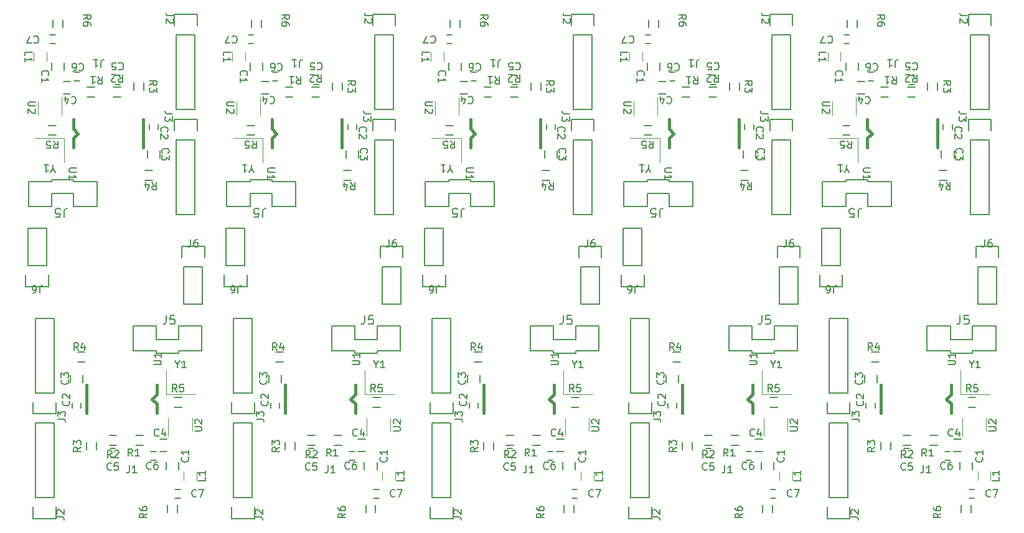
<source format=gto>
%MOIN*%
%OFA0B0*%
%FSLAX46Y46*%
%IPPOS*%
%LPD*%
%ADD10C,0.005905511811023622*%
%ADD11C,0.0047244094488188976*%
%ADD12C,0.015000000000000001*%
%ADD23C,0.005905511811023622*%
%ADD24C,0.0047244094488188976*%
%ADD25C,0.015000000000000001*%
%ADD26C,0.005905511811023622*%
%ADD27C,0.0047244094488188976*%
%ADD28C,0.015000000000000001*%
%ADD29C,0.005905511811023622*%
%ADD30C,0.0047244094488188976*%
%ADD31C,0.015000000000000001*%
%ADD32C,0.005905511811023622*%
%ADD33C,0.0047244094488188976*%
%ADD34C,0.015000000000000001*%
%ADD35C,0.005905511811023622*%
%ADD36C,0.0047244094488188976*%
%ADD37C,0.015000000000000001*%
%ADD38C,0.005905511811023622*%
%ADD39C,0.0047244094488188976*%
%ADD40C,0.015000000000000001*%
%ADD41C,0.005905511811023622*%
%ADD42C,0.0047244094488188976*%
%ADD43C,0.015000000000000001*%
%ADD44C,0.005905511811023622*%
%ADD45C,0.0047244094488188976*%
%ADD46C,0.015000000000000001*%
%ADD47C,0.005905511811023622*%
%ADD48C,0.0047244094488188976*%
%ADD49C,0.015000000000000001*%
G01G01*
D10*
X0000557307Y0000873808D02*
X0000557307Y0000901367D01*
X0000604551Y0000901367D02*
X0000604551Y0000873808D01*
X0001155220Y0001631000D02*
X0001155220Y0001431000D01*
X0001155220Y0001431000D02*
X0001255220Y0001431000D01*
X0001255220Y0001431000D02*
X0001255220Y0001631000D01*
X0001266244Y0001742023D02*
X0001266244Y0001681000D01*
X0001255220Y0001631000D02*
X0001155220Y0001631000D01*
X0001144196Y0001681000D02*
X0001144196Y0001742023D01*
X0001144196Y0001742023D02*
X0001266244Y0001742023D01*
X0001143803Y0000878047D02*
X0001104433Y0000878047D01*
X0001104433Y0000931196D02*
X0001143803Y0000931196D01*
X0000625614Y0001121013D02*
X0000586244Y0001121013D01*
X0000586244Y0001174162D02*
X0000625614Y0001174162D01*
X0000687503Y0000689772D02*
X0000687503Y0000650402D01*
X0000634354Y0000650402D02*
X0000634354Y0000689772D01*
X0000756244Y0000726662D02*
X0000795614Y0000726662D01*
X0000795614Y0000673513D02*
X0000756244Y0000673513D01*
X0000938114Y0000673513D02*
X0000898744Y0000673513D01*
X0000898744Y0000726662D02*
X0000938114Y0000726662D01*
D11*
X0001199314Y0000751078D02*
X0001199314Y0000821944D01*
X0001072543Y0000821944D02*
X0001072543Y0000725488D01*
D10*
X0001127031Y0001169385D02*
X0001008921Y0001169385D01*
X0001127031Y0001242220D02*
X0001008921Y0001242220D01*
X0001127031Y0001242220D02*
X0001127031Y0001314070D01*
X0001008921Y0001242220D02*
X0001008921Y0001314070D01*
X0001127031Y0001314070D02*
X0001252031Y0001314070D01*
X0001008921Y0001314070D02*
X0000883921Y0001314070D01*
X0001252031Y0001314070D02*
X0001252031Y0001180212D01*
X0000883921Y0001314070D02*
X0000883921Y0001180212D01*
X0001252031Y0001180212D02*
X0001127031Y0001180212D01*
X0000883921Y0001180212D02*
X0001008921Y0001180212D01*
X0001127031Y0001180212D02*
X0001127031Y0001169385D01*
X0001008921Y0001180212D02*
X0001008921Y0001169385D01*
X0000470574Y0000906196D02*
X0000470574Y0000845173D01*
X0000470574Y0000845173D02*
X0000348527Y0000845173D01*
X0000348527Y0000845173D02*
X0000348527Y0000906196D01*
X0000359551Y0000956196D02*
X0000359551Y0001356196D01*
X0000359551Y0001356196D02*
X0000459551Y0001356196D01*
X0000459551Y0001356196D02*
X0000459551Y0000956196D01*
X0000359551Y0000956196D02*
X0000459551Y0000956196D01*
X0000470574Y0000343598D02*
X0000470574Y0000282574D01*
X0000470574Y0000282574D02*
X0000348527Y0000282574D01*
X0000348527Y0000282574D02*
X0000348527Y0000343598D01*
X0000359551Y0000393598D02*
X0000359551Y0000793598D01*
X0000359551Y0000793598D02*
X0000459551Y0000793598D01*
X0000459551Y0000793598D02*
X0000459551Y0000393598D01*
X0000359551Y0000393598D02*
X0000459551Y0000393598D01*
D12*
X0000635929Y0000847587D02*
X0000635929Y0000997587D01*
X0001010929Y0000847587D02*
X0001010929Y0000897587D01*
X0001010929Y0000897587D02*
X0000985929Y0000922587D01*
X0000985929Y0000922587D02*
X0001010929Y0000947587D01*
X0001010929Y0000947587D02*
X0001010929Y0000997587D01*
D10*
X0001059551Y0000583362D02*
X0001059551Y0000543992D01*
X0001126480Y0000543992D02*
X0001126480Y0000583362D01*
X0000547464Y0001052272D02*
X0000547464Y0001012902D01*
X0000614393Y0001012902D02*
X0000614393Y0001052272D01*
X0001065456Y0000709346D02*
X0001026086Y0000709346D01*
X0001026086Y0000642417D02*
X0001065456Y0000642417D01*
X0001006401Y0000593204D02*
X0000978842Y0000593204D01*
X0000978842Y0000640448D02*
X0001006401Y0000640448D01*
D11*
X0001223724Y0000534149D02*
X0001223724Y0000486905D01*
X0001154433Y0000486905D02*
X0001154433Y0000534149D01*
D10*
X0000787897Y0000610921D02*
X0000760338Y0000610921D01*
X0000760338Y0000658165D02*
X0000787897Y0000658165D01*
X0001136322Y0000392417D02*
X0001108763Y0000392417D01*
X0001108763Y0000439661D02*
X0001136322Y0000439661D01*
X0001066440Y0000313677D02*
X0001066440Y0000353047D01*
X0001119590Y0000353047D02*
X0001119590Y0000313677D01*
D11*
X0001060968Y0001076511D02*
X0001060968Y0000946590D01*
X0001060968Y0000946590D02*
X0001218448Y0000946590D01*
D10*
X0000540147Y0000911446D02*
X0000542022Y0000909571D01*
X0000543896Y0000903947D01*
X0000543896Y0000900197D01*
X0000542022Y0000894573D01*
X0000538272Y0000890823D01*
X0000534523Y0000888948D01*
X0000527023Y0000887074D01*
X0000521399Y0000887074D01*
X0000513900Y0000888948D01*
X0000510151Y0000890823D01*
X0000506401Y0000894573D01*
X0000504526Y0000900197D01*
X0000504526Y0000903947D01*
X0000506401Y0000909571D01*
X0000508276Y0000911446D01*
X0000508276Y0000926444D02*
X0000506401Y0000928319D01*
X0000504526Y0000932068D01*
X0000504526Y0000941442D01*
X0000506401Y0000945192D01*
X0000508276Y0000947066D01*
X0000512025Y0000948941D01*
X0000515775Y0000948941D01*
X0000521399Y0000947066D01*
X0000543896Y0000924569D01*
X0000543896Y0000948941D01*
X0001192097Y0001776575D02*
X0001192097Y0001748454D01*
X0001190222Y0001742829D01*
X0001186472Y0001739080D01*
X0001180848Y0001737205D01*
X0001177098Y0001737205D01*
X0001227717Y0001776575D02*
X0001220218Y0001776575D01*
X0001216469Y0001774700D01*
X0001214594Y0001772826D01*
X0001210844Y0001767201D01*
X0001208970Y0001759702D01*
X0001208970Y0001744704D01*
X0001210844Y0001740955D01*
X0001212719Y0001739080D01*
X0001216469Y0001737205D01*
X0001223968Y0001737205D01*
X0001227717Y0001739080D01*
X0001229592Y0001740955D01*
X0001231467Y0001744704D01*
X0001231467Y0001754078D01*
X0001229592Y0001757827D01*
X0001227717Y0001759702D01*
X0001223968Y0001761577D01*
X0001216469Y0001761577D01*
X0001212719Y0001759702D01*
X0001210844Y0001757827D01*
X0001208970Y0001754078D01*
X0001117556Y0000961614D02*
X0001104433Y0000980362D01*
X0001095059Y0000961614D02*
X0001095059Y0001000985D01*
X0001110057Y0001000985D01*
X0001113806Y0000999110D01*
X0001115681Y0000997235D01*
X0001117556Y0000993485D01*
X0001117556Y0000987861D01*
X0001115681Y0000984112D01*
X0001113806Y0000982237D01*
X0001110057Y0000980362D01*
X0001095059Y0000980362D01*
X0001153176Y0001000985D02*
X0001134429Y0001000985D01*
X0001132554Y0000982237D01*
X0001134429Y0000984112D01*
X0001138178Y0000985986D01*
X0001147552Y0000985986D01*
X0001151302Y0000984112D01*
X0001153176Y0000982237D01*
X0001155051Y0000978487D01*
X0001155051Y0000969114D01*
X0001153176Y0000965364D01*
X0001151302Y0000963489D01*
X0001147552Y0000961614D01*
X0001138178Y0000961614D01*
X0001134429Y0000963489D01*
X0001132554Y0000965364D01*
X0000590391Y0001183662D02*
X0000577267Y0001202409D01*
X0000567893Y0001183662D02*
X0000567893Y0001223032D01*
X0000582892Y0001223032D01*
X0000586641Y0001221157D01*
X0000588516Y0001219282D01*
X0000590391Y0001215533D01*
X0000590391Y0001209908D01*
X0000588516Y0001206159D01*
X0000586641Y0001204284D01*
X0000582892Y0001202409D01*
X0000567893Y0001202409D01*
X0000624136Y0001209908D02*
X0000624136Y0001183662D01*
X0000614762Y0001224907D02*
X0000605389Y0001196785D01*
X0000629761Y0001196785D01*
X0000603936Y0000663526D02*
X0000585188Y0000650402D01*
X0000603936Y0000641028D02*
X0000564566Y0000641028D01*
X0000564566Y0000656027D01*
X0000566440Y0000659776D01*
X0000568315Y0000661651D01*
X0000572065Y0000663526D01*
X0000577689Y0000663526D01*
X0000581438Y0000661651D01*
X0000583313Y0000659776D01*
X0000585188Y0000656027D01*
X0000585188Y0000641028D01*
X0000564566Y0000676649D02*
X0000564566Y0000701021D01*
X0000579564Y0000687898D01*
X0000579564Y0000693522D01*
X0000581438Y0000697272D01*
X0000583313Y0000699146D01*
X0000587063Y0000701021D01*
X0000596437Y0000701021D01*
X0000600186Y0000699146D01*
X0000602061Y0000697272D01*
X0000603936Y0000693522D01*
X0000603936Y0000682273D01*
X0000602061Y0000678524D01*
X0000600186Y0000676649D01*
X0000769367Y0000607474D02*
X0000756244Y0000626222D01*
X0000746870Y0000607474D02*
X0000746870Y0000646844D01*
X0000761868Y0000646844D01*
X0000765617Y0000644969D01*
X0000767492Y0000643095D01*
X0000769367Y0000639345D01*
X0000769367Y0000633721D01*
X0000767492Y0000629971D01*
X0000765617Y0000628096D01*
X0000761868Y0000626222D01*
X0000746870Y0000626222D01*
X0000784365Y0000643095D02*
X0000786240Y0000644969D01*
X0000789989Y0000646844D01*
X0000799363Y0000646844D01*
X0000803113Y0000644969D01*
X0000804987Y0000643095D01*
X0000806862Y0000639345D01*
X0000806862Y0000635595D01*
X0000804987Y0000629971D01*
X0000782490Y0000607474D01*
X0000806862Y0000607474D01*
X0000879761Y0000616733D02*
X0000866637Y0000635480D01*
X0000857263Y0000616733D02*
X0000857263Y0000656103D01*
X0000872262Y0000656103D01*
X0000876011Y0000654228D01*
X0000877886Y0000652353D01*
X0000879761Y0000648604D01*
X0000879761Y0000642979D01*
X0000877886Y0000639230D01*
X0000876011Y0000637355D01*
X0000872262Y0000635480D01*
X0000857263Y0000635480D01*
X0000917256Y0000616733D02*
X0000894759Y0000616733D01*
X0000906007Y0000616733D02*
X0000906007Y0000656103D01*
X0000902258Y0000650478D01*
X0000898508Y0000646729D01*
X0000894759Y0000644854D01*
X0001213188Y0000752184D02*
X0001245059Y0000752184D01*
X0001248808Y0000754059D01*
X0001250683Y0000755934D01*
X0001252558Y0000759683D01*
X0001252558Y0000767182D01*
X0001250683Y0000770932D01*
X0001248808Y0000772807D01*
X0001245059Y0000774682D01*
X0001213188Y0000774682D01*
X0001216937Y0000791554D02*
X0001215062Y0000793429D01*
X0001213188Y0000797179D01*
X0001213188Y0000806553D01*
X0001215062Y0000810302D01*
X0001216937Y0000812177D01*
X0001220687Y0000814052D01*
X0001224436Y0000814052D01*
X0001230061Y0000812177D01*
X0001252558Y0000789680D01*
X0001252558Y0000814052D01*
X0001060653Y0001370887D02*
X0001060653Y0001337141D01*
X0001058403Y0001330392D01*
X0001053904Y0001325893D01*
X0001047155Y0001323643D01*
X0001042655Y0001323643D01*
X0001105647Y0001370887D02*
X0001083150Y0001370887D01*
X0001080900Y0001348390D01*
X0001083150Y0001350640D01*
X0001087650Y0001352889D01*
X0001098898Y0001352889D01*
X0001103398Y0001350640D01*
X0001105647Y0001348390D01*
X0001107897Y0001343890D01*
X0001107897Y0001332642D01*
X0001105647Y0001328142D01*
X0001103398Y0001325893D01*
X0001098898Y0001323643D01*
X0001087650Y0001323643D01*
X0001083150Y0001325893D01*
X0001080900Y0001328142D01*
X0000480904Y0000816301D02*
X0000509026Y0000816301D01*
X0000514650Y0000814427D01*
X0000518400Y0000810677D01*
X0000520274Y0000805053D01*
X0000520274Y0000801303D01*
X0000480904Y0000831300D02*
X0000480904Y0000855671D01*
X0000495902Y0000842548D01*
X0000495902Y0000848172D01*
X0000497777Y0000851922D01*
X0000499652Y0000853797D01*
X0000503401Y0000855671D01*
X0000512775Y0000855671D01*
X0000516525Y0000853797D01*
X0000518400Y0000851922D01*
X0000520274Y0000848172D01*
X0000520274Y0000836924D01*
X0000518400Y0000833174D01*
X0000516525Y0000831300D01*
X0000474999Y0000290711D02*
X0000503120Y0000290711D01*
X0000508745Y0000288836D01*
X0000512494Y0000285087D01*
X0000514369Y0000279462D01*
X0000514369Y0000275713D01*
X0000478748Y0000307584D02*
X0000476874Y0000309458D01*
X0000474999Y0000313208D01*
X0000474999Y0000322582D01*
X0000476874Y0000326331D01*
X0000478748Y0000328206D01*
X0000482498Y0000330081D01*
X0000486247Y0000330081D01*
X0000491872Y0000328206D01*
X0000514369Y0000305709D01*
X0000514369Y0000330081D01*
X0000863278Y0000566575D02*
X0000863278Y0000538454D01*
X0000861403Y0000532829D01*
X0000857653Y0000529080D01*
X0000852029Y0000527205D01*
X0000848280Y0000527205D01*
X0000902648Y0000527205D02*
X0000880151Y0000527205D01*
X0000891399Y0000527205D02*
X0000891399Y0000566575D01*
X0000887650Y0000560951D01*
X0000883900Y0000557201D01*
X0000880151Y0000555326D01*
X0000994684Y0001106515D02*
X0001026555Y0001106515D01*
X0001030304Y0001108390D01*
X0001032179Y0001110265D01*
X0001034054Y0001114014D01*
X0001034054Y0001121513D01*
X0001032179Y0001125263D01*
X0001030304Y0001127137D01*
X0001026555Y0001129012D01*
X0000994684Y0001129012D01*
X0001034054Y0001168382D02*
X0001034054Y0001145885D01*
X0001034054Y0001157134D02*
X0000994684Y0001157134D01*
X0001000308Y0001153384D01*
X0001004058Y0001149635D01*
X0001005932Y0001145885D01*
X0001177942Y0000610265D02*
X0001179817Y0000608390D01*
X0001181692Y0000602766D01*
X0001181692Y0000599016D01*
X0001179817Y0000593392D01*
X0001176067Y0000589642D01*
X0001172318Y0000587767D01*
X0001164819Y0000585893D01*
X0001159194Y0000585893D01*
X0001151695Y0000587767D01*
X0001147946Y0000589642D01*
X0001144196Y0000593392D01*
X0001142322Y0000599016D01*
X0001142322Y0000602766D01*
X0001144196Y0000608390D01*
X0001146071Y0000610265D01*
X0001181692Y0000647760D02*
X0001181692Y0000625263D01*
X0001181692Y0000636511D02*
X0001142322Y0000636511D01*
X0001147946Y0000632762D01*
X0001151695Y0000629012D01*
X0001153570Y0000625263D01*
X0000534241Y0001026026D02*
X0000536116Y0001024151D01*
X0000537991Y0001018527D01*
X0000537991Y0001014777D01*
X0000536116Y0001009153D01*
X0000532367Y0001005403D01*
X0000528617Y0001003529D01*
X0000521118Y0001001654D01*
X0000515494Y0001001654D01*
X0000507995Y0001003529D01*
X0000504245Y0001005403D01*
X0000500496Y0001009153D01*
X0000498621Y0001014777D01*
X0000498621Y0001018527D01*
X0000500496Y0001024151D01*
X0000502370Y0001026026D01*
X0000498621Y0001039149D02*
X0000498621Y0001063521D01*
X0000513619Y0001050398D01*
X0000513619Y0001056022D01*
X0000515494Y0001059772D01*
X0000517368Y0001061646D01*
X0000521118Y0001063521D01*
X0000530492Y0001063521D01*
X0000534241Y0001061646D01*
X0000536116Y0001059772D01*
X0000537991Y0001056022D01*
X0000537991Y0001044773D01*
X0000536116Y0001041024D01*
X0000534241Y0001039149D01*
X0001021493Y0000726781D02*
X0001019618Y0000724907D01*
X0001013994Y0000723032D01*
X0001010244Y0000723032D01*
X0001004620Y0000724907D01*
X0001000870Y0000728656D01*
X0000998996Y0000732406D01*
X0000997121Y0000739905D01*
X0000997121Y0000745529D01*
X0000998996Y0000753028D01*
X0001000870Y0000756778D01*
X0001004620Y0000760527D01*
X0001010244Y0000762402D01*
X0001013994Y0000762402D01*
X0001019618Y0000760527D01*
X0001021493Y0000758652D01*
X0001055239Y0000749278D02*
X0001055239Y0000723032D01*
X0001045865Y0000764277D02*
X0001036491Y0000736155D01*
X0001060863Y0000736155D01*
X0000980154Y0000549616D02*
X0000978280Y0000547741D01*
X0000972655Y0000545866D01*
X0000968906Y0000545866D01*
X0000963281Y0000547741D01*
X0000959532Y0000551491D01*
X0000957657Y0000555240D01*
X0000955782Y0000562739D01*
X0000955782Y0000568364D01*
X0000957657Y0000575863D01*
X0000959532Y0000579612D01*
X0000963281Y0000583362D01*
X0000968906Y0000585237D01*
X0000972655Y0000585237D01*
X0000978280Y0000583362D01*
X0000980154Y0000581487D01*
X0001013900Y0000585237D02*
X0001006401Y0000585237D01*
X0001002652Y0000583362D01*
X0001000777Y0000581487D01*
X0000997027Y0000575863D01*
X0000995152Y0000568364D01*
X0000995152Y0000553365D01*
X0000997027Y0000549616D01*
X0000998902Y0000547741D01*
X0001002652Y0000545866D01*
X0001010151Y0000545866D01*
X0001013900Y0000547741D01*
X0001015775Y0000549616D01*
X0001017650Y0000553365D01*
X0001017650Y0000562739D01*
X0001015775Y0000566489D01*
X0001013900Y0000568364D01*
X0001010151Y0000570238D01*
X0001002652Y0000570238D01*
X0000998902Y0000568364D01*
X0000997027Y0000566489D01*
X0000995152Y0000562739D01*
X0001270274Y0000503965D02*
X0001270274Y0000485218D01*
X0001230904Y0000485218D01*
X0001270274Y0000537711D02*
X0001270274Y0000515214D01*
X0001270274Y0000526463D02*
X0001230904Y0000526463D01*
X0001236529Y0000522713D01*
X0001240278Y0000518964D01*
X0001242153Y0000515214D01*
X0000767556Y0000545679D02*
X0000765681Y0000543804D01*
X0000760057Y0000541929D01*
X0000756307Y0000541929D01*
X0000750683Y0000543804D01*
X0000746933Y0000547554D01*
X0000745059Y0000551303D01*
X0000743184Y0000558802D01*
X0000743184Y0000564427D01*
X0000745059Y0000571926D01*
X0000746933Y0000575675D01*
X0000750683Y0000579425D01*
X0000756307Y0000581300D01*
X0000760057Y0000581300D01*
X0000765681Y0000579425D01*
X0000767556Y0000577550D01*
X0000803176Y0000581300D02*
X0000784429Y0000581300D01*
X0000782554Y0000562552D01*
X0000784429Y0000564427D01*
X0000788178Y0000566301D01*
X0000797552Y0000566301D01*
X0000801302Y0000564427D01*
X0000803176Y0000562552D01*
X0000805051Y0000558802D01*
X0000805051Y0000549428D01*
X0000803176Y0000545679D01*
X0000801302Y0000543804D01*
X0000797552Y0000541929D01*
X0000788178Y0000541929D01*
X0000784429Y0000543804D01*
X0000782554Y0000545679D01*
X0001222280Y0000401978D02*
X0001220406Y0000400103D01*
X0001214781Y0000398229D01*
X0001211032Y0000398229D01*
X0001205407Y0000400103D01*
X0001201658Y0000403853D01*
X0001199783Y0000407602D01*
X0001197908Y0000415102D01*
X0001197908Y0000420726D01*
X0001199783Y0000428225D01*
X0001201658Y0000431974D01*
X0001205407Y0000435724D01*
X0001211032Y0000437599D01*
X0001214781Y0000437599D01*
X0001220406Y0000435724D01*
X0001222280Y0000433849D01*
X0001235404Y0000437599D02*
X0001261650Y0000437599D01*
X0001244777Y0000398229D01*
X0000957282Y0000309084D02*
X0000938535Y0000295960D01*
X0000957282Y0000286586D02*
X0000917912Y0000286586D01*
X0000917912Y0000301584D01*
X0000919787Y0000305334D01*
X0000921662Y0000307209D01*
X0000925411Y0000309084D01*
X0000931035Y0000309084D01*
X0000934785Y0000307209D01*
X0000936660Y0000305334D01*
X0000938535Y0000301584D01*
X0000938535Y0000286586D01*
X0000917912Y0000342829D02*
X0000917912Y0000335330D01*
X0000919787Y0000331581D01*
X0000921662Y0000329706D01*
X0000927286Y0000325956D01*
X0000934785Y0000324082D01*
X0000949783Y0000324082D01*
X0000953533Y0000325956D01*
X0000955407Y0000327831D01*
X0000957282Y0000331581D01*
X0000957282Y0000339080D01*
X0000955407Y0000342829D01*
X0000953533Y0000344704D01*
X0000949783Y0000346579D01*
X0000940409Y0000346579D01*
X0000936660Y0000344704D01*
X0000934785Y0000342829D01*
X0000932910Y0000339080D01*
X0000932910Y0000331581D01*
X0000934785Y0000327831D01*
X0000936660Y0000325956D01*
X0000940409Y0000324082D01*
X0001120960Y0001108945D02*
X0001120960Y0001090197D01*
X0001107837Y0001129567D02*
X0001120960Y0001108945D01*
X0001134084Y0001129567D01*
X0001167830Y0001090197D02*
X0001145332Y0001090197D01*
X0001156581Y0001090197D02*
X0001156581Y0001129567D01*
X0001152832Y0001123943D01*
X0001149082Y0001120193D01*
X0001145332Y0001118319D01*
G04 next file*
G04 Gerber Fmt 4.6, Leading zero omitted, Abs format (unit mm)*
G04 Created by KiCad (PCBNEW (5.0.0-rc2-dev-707-g2ed24a4)) date Friday, 18 May 2018 at 19:07:10*
G01G01*
G04 APERTURE LIST*
G04 APERTURE END LIST*
D23*
X0002080488Y0002393908D02*
X0002080488Y0002366349D01*
X0002033244Y0002366349D02*
X0002033244Y0002393908D01*
X0001482574Y0001636716D02*
X0001482574Y0001836716D01*
X0001482574Y0001836716D02*
X0001382574Y0001836716D01*
X0001382574Y0001836716D02*
X0001382574Y0001636716D01*
X0001371551Y0001525692D02*
X0001371551Y0001586716D01*
X0001382574Y0001636716D02*
X0001482574Y0001636716D01*
X0001493598Y0001586716D02*
X0001493598Y0001525692D01*
X0001493598Y0001525692D02*
X0001371551Y0001525692D01*
X0001493992Y0002389669D02*
X0001533362Y0002389669D01*
X0001533362Y0002336519D02*
X0001493992Y0002336519D01*
X0002012181Y0002146703D02*
X0002051551Y0002146703D01*
X0002051551Y0002093553D02*
X0002012181Y0002093553D01*
X0001950291Y0002577943D02*
X0001950291Y0002617313D01*
X0002003441Y0002617313D02*
X0002003441Y0002577943D01*
X0001881551Y0002541053D02*
X0001842181Y0002541053D01*
X0001842181Y0002594203D02*
X0001881551Y0002594203D01*
X0001699681Y0002594203D02*
X0001739051Y0002594203D01*
X0001739051Y0002541053D02*
X0001699681Y0002541053D01*
D24*
X0001438480Y0002516637D02*
X0001438480Y0002445771D01*
X0001565251Y0002445771D02*
X0001565251Y0002542228D01*
D23*
X0001510763Y0002098330D02*
X0001628874Y0002098330D01*
X0001510763Y0002025496D02*
X0001628874Y0002025496D01*
X0001510763Y0002025496D02*
X0001510763Y0001953645D01*
X0001628874Y0002025496D02*
X0001628874Y0001953645D01*
X0001510763Y0001953645D02*
X0001385763Y0001953645D01*
X0001628874Y0001953645D02*
X0001753873Y0001953645D01*
X0001385763Y0001953645D02*
X0001385763Y0002087503D01*
X0001753873Y0001953645D02*
X0001753874Y0002087503D01*
X0001385763Y0002087503D02*
X0001510763Y0002087503D01*
X0001753874Y0002087503D02*
X0001628874Y0002087503D01*
X0001510763Y0002087503D02*
X0001510763Y0002098330D01*
X0001628874Y0002087503D02*
X0001628874Y0002098330D01*
X0002167220Y0002361519D02*
X0002167220Y0002422543D01*
X0002167220Y0002422543D02*
X0002289267Y0002422543D01*
X0002289267Y0002422543D02*
X0002289267Y0002361519D01*
X0002278244Y0002311519D02*
X0002278244Y0001911519D01*
X0002278244Y0001911519D02*
X0002178244Y0001911519D01*
X0002178244Y0001911519D02*
X0002178244Y0002311519D01*
X0002278244Y0002311519D02*
X0002178244Y0002311519D01*
X0002167220Y0002924118D02*
X0002167220Y0002985141D01*
X0002167220Y0002985141D02*
X0002289267Y0002985141D01*
X0002289267Y0002985141D02*
X0002289267Y0002924118D01*
X0002278244Y0002874118D02*
X0002278244Y0002474118D01*
X0002278244Y0002474118D02*
X0002178244Y0002474118D01*
X0002178244Y0002474118D02*
X0002178244Y0002874118D01*
X0002278244Y0002874118D02*
X0002178244Y0002874118D01*
D25*
X0002001866Y0002420128D02*
X0002001866Y0002270128D01*
X0001626866Y0002420128D02*
X0001626866Y0002370128D01*
X0001626866Y0002370128D02*
X0001651866Y0002345128D01*
X0001651866Y0002345128D02*
X0001626866Y0002320128D01*
X0001626866Y0002320128D02*
X0001626866Y0002270128D01*
D23*
X0001578244Y0002684354D02*
X0001578244Y0002723724D01*
X0001511314Y0002723724D02*
X0001511314Y0002684354D01*
X0002090330Y0002215443D02*
X0002090330Y0002254813D01*
X0002023401Y0002254813D02*
X0002023401Y0002215443D01*
X0001572338Y0002558370D02*
X0001611708Y0002558370D01*
X0001611708Y0002625299D02*
X0001572338Y0002625299D01*
X0001631393Y0002674511D02*
X0001658952Y0002674511D01*
X0001658952Y0002627267D02*
X0001631393Y0002627267D01*
D24*
X0001414070Y0002733566D02*
X0001414070Y0002780811D01*
X0001483362Y0002780811D02*
X0001483362Y0002733566D01*
D23*
X0001849897Y0002656795D02*
X0001877456Y0002656795D01*
X0001877456Y0002609551D02*
X0001849897Y0002609551D01*
X0001501472Y0002875299D02*
X0001529031Y0002875299D01*
X0001529031Y0002828055D02*
X0001501472Y0002828055D01*
X0001571354Y0002954039D02*
X0001571354Y0002914669D01*
X0001518204Y0002914669D02*
X0001518204Y0002954039D01*
D24*
X0001576826Y0002191204D02*
X0001576826Y0002321125D01*
X0001576826Y0002321125D02*
X0001419346Y0002321125D01*
D23*
X0002097647Y0002356270D02*
X0002095773Y0002358145D01*
X0002093898Y0002363769D01*
X0002093898Y0002367518D01*
X0002095773Y0002373143D01*
X0002099522Y0002376892D01*
X0002103272Y0002378767D01*
X0002110771Y0002380642D01*
X0002116395Y0002380642D01*
X0002123894Y0002378767D01*
X0002127644Y0002376892D01*
X0002131393Y0002373143D01*
X0002133268Y0002367518D01*
X0002133268Y0002363769D01*
X0002131393Y0002358145D01*
X0002129518Y0002356270D01*
X0002129518Y0002341272D02*
X0002131393Y0002339397D01*
X0002133268Y0002335647D01*
X0002133268Y0002326274D01*
X0002131393Y0002322524D01*
X0002129518Y0002320649D01*
X0002125769Y0002318775D01*
X0002122019Y0002318775D01*
X0002116395Y0002320649D01*
X0002093898Y0002343146D01*
X0002093898Y0002318775D01*
X0001445698Y0001491140D02*
X0001445698Y0001519262D01*
X0001447572Y0001524886D01*
X0001451322Y0001528636D01*
X0001456946Y0001530511D01*
X0001460696Y0001530511D01*
X0001410077Y0001491140D02*
X0001417576Y0001491140D01*
X0001421326Y0001493015D01*
X0001423200Y0001494890D01*
X0001426950Y0001500514D01*
X0001428825Y0001508013D01*
X0001428825Y0001523011D01*
X0001426950Y0001526761D01*
X0001425075Y0001528636D01*
X0001421326Y0001530511D01*
X0001413827Y0001530511D01*
X0001410077Y0001528636D01*
X0001408202Y0001526761D01*
X0001406328Y0001523011D01*
X0001406328Y0001513638D01*
X0001408202Y0001509888D01*
X0001410077Y0001508013D01*
X0001413827Y0001506139D01*
X0001421326Y0001506139D01*
X0001425075Y0001508013D01*
X0001426950Y0001509888D01*
X0001428825Y0001513638D01*
X0001520238Y0002306101D02*
X0001533362Y0002287353D01*
X0001542736Y0002306101D02*
X0001542736Y0002266731D01*
X0001527737Y0002266731D01*
X0001523988Y0002268606D01*
X0001522113Y0002270481D01*
X0001520238Y0002274230D01*
X0001520238Y0002279854D01*
X0001522113Y0002283604D01*
X0001523988Y0002285479D01*
X0001527737Y0002287353D01*
X0001542736Y0002287353D01*
X0001484618Y0002266731D02*
X0001503365Y0002266731D01*
X0001505240Y0002285479D01*
X0001503365Y0002283604D01*
X0001499616Y0002281729D01*
X0001490242Y0002281729D01*
X0001486493Y0002283604D01*
X0001484618Y0002285479D01*
X0001482743Y0002289228D01*
X0001482743Y0002298602D01*
X0001484618Y0002302352D01*
X0001486493Y0002304226D01*
X0001490242Y0002306101D01*
X0001499616Y0002306101D01*
X0001503365Y0002304226D01*
X0001505240Y0002302352D01*
X0002047404Y0002084054D02*
X0002060527Y0002065306D01*
X0002069901Y0002084054D02*
X0002069901Y0002044684D01*
X0002054903Y0002044684D01*
X0002051153Y0002046559D01*
X0002049278Y0002048433D01*
X0002047404Y0002052183D01*
X0002047404Y0002057807D01*
X0002049278Y0002061557D01*
X0002051153Y0002063431D01*
X0002054903Y0002065306D01*
X0002069901Y0002065306D01*
X0002013658Y0002057807D02*
X0002013658Y0002084054D01*
X0002023032Y0002042809D02*
X0002032406Y0002070930D01*
X0002008034Y0002070930D01*
X0002033859Y0002604190D02*
X0002052606Y0002617313D01*
X0002033859Y0002626687D02*
X0002073229Y0002626687D01*
X0002073229Y0002611689D01*
X0002071354Y0002607939D01*
X0002069479Y0002606065D01*
X0002065730Y0002604190D01*
X0002060105Y0002604190D01*
X0002056356Y0002606065D01*
X0002054481Y0002607939D01*
X0002052606Y0002611689D01*
X0002052606Y0002626687D01*
X0002073229Y0002591066D02*
X0002073229Y0002566695D01*
X0002058231Y0002579818D01*
X0002058231Y0002574194D01*
X0002056356Y0002570444D01*
X0002054481Y0002568569D01*
X0002050732Y0002566695D01*
X0002041358Y0002566695D01*
X0002037608Y0002568569D01*
X0002035733Y0002570444D01*
X0002033859Y0002574194D01*
X0002033859Y0002585442D01*
X0002035733Y0002589192D01*
X0002037608Y0002591066D01*
X0001868427Y0002660242D02*
X0001881551Y0002641494D01*
X0001890925Y0002660242D02*
X0001890925Y0002620871D01*
X0001875926Y0002620871D01*
X0001872177Y0002622746D01*
X0001870302Y0002624621D01*
X0001868427Y0002628371D01*
X0001868427Y0002633995D01*
X0001870302Y0002637744D01*
X0001872177Y0002639619D01*
X0001875926Y0002641494D01*
X0001890925Y0002641494D01*
X0001853429Y0002624621D02*
X0001851555Y0002622746D01*
X0001847805Y0002620871D01*
X0001838431Y0002620871D01*
X0001834682Y0002622746D01*
X0001832807Y0002624621D01*
X0001830932Y0002628371D01*
X0001830932Y0002632120D01*
X0001832807Y0002637744D01*
X0001855304Y0002660242D01*
X0001830932Y0002660242D01*
X0001758034Y0002650983D02*
X0001771157Y0002632235D01*
X0001780531Y0002650983D02*
X0001780531Y0002611613D01*
X0001765533Y0002611613D01*
X0001761783Y0002613488D01*
X0001759908Y0002615362D01*
X0001758034Y0002619112D01*
X0001758034Y0002624736D01*
X0001759908Y0002628486D01*
X0001761783Y0002630361D01*
X0001765533Y0002632235D01*
X0001780531Y0002632235D01*
X0001720538Y0002650983D02*
X0001743036Y0002650983D01*
X0001731787Y0002650983D02*
X0001731787Y0002611613D01*
X0001735536Y0002617237D01*
X0001739286Y0002620987D01*
X0001743036Y0002622862D01*
X0001424607Y0002515531D02*
X0001392736Y0002515531D01*
X0001388986Y0002513656D01*
X0001387111Y0002511782D01*
X0001385236Y0002508032D01*
X0001385236Y0002500533D01*
X0001387111Y0002496784D01*
X0001388986Y0002494909D01*
X0001392736Y0002493034D01*
X0001424607Y0002493034D01*
X0001420857Y0002476161D02*
X0001422732Y0002474286D01*
X0001424607Y0002470537D01*
X0001424607Y0002461163D01*
X0001422732Y0002457413D01*
X0001420857Y0002455539D01*
X0001417107Y0002453664D01*
X0001413358Y0002453664D01*
X0001407734Y0002455539D01*
X0001385236Y0002478036D01*
X0001385236Y0002453664D01*
X0001577141Y0001896829D02*
X0001577141Y0001930574D01*
X0001579391Y0001937323D01*
X0001583890Y0001941823D01*
X0001590640Y0001944073D01*
X0001595139Y0001944073D01*
X0001532147Y0001896829D02*
X0001554644Y0001896829D01*
X0001556894Y0001919326D01*
X0001554644Y0001917076D01*
X0001550145Y0001914826D01*
X0001538896Y0001914826D01*
X0001534397Y0001917076D01*
X0001532147Y0001919326D01*
X0001529897Y0001923825D01*
X0001529897Y0001935074D01*
X0001532147Y0001939573D01*
X0001534397Y0001941823D01*
X0001538896Y0001944073D01*
X0001550145Y0001944073D01*
X0001554644Y0001941823D01*
X0001556894Y0001939573D01*
X0002156890Y0002451414D02*
X0002128769Y0002451414D01*
X0002123144Y0002453289D01*
X0002119395Y0002457038D01*
X0002117520Y0002462663D01*
X0002117520Y0002466412D01*
X0002156890Y0002436416D02*
X0002156890Y0002412044D01*
X0002141892Y0002425167D01*
X0002141892Y0002419543D01*
X0002140017Y0002415794D01*
X0002138142Y0002413919D01*
X0002134393Y0002412044D01*
X0002125019Y0002412044D01*
X0002121270Y0002413919D01*
X0002119395Y0002415794D01*
X0002117520Y0002419543D01*
X0002117520Y0002430792D01*
X0002119395Y0002434541D01*
X0002121270Y0002436416D01*
X0002162796Y0002977005D02*
X0002134674Y0002977005D01*
X0002129050Y0002978880D01*
X0002125300Y0002982629D01*
X0002123425Y0002988253D01*
X0002123425Y0002992003D01*
X0002159046Y0002960132D02*
X0002160921Y0002958257D01*
X0002162796Y0002954508D01*
X0002162796Y0002945134D01*
X0002160921Y0002941384D01*
X0002159046Y0002939509D01*
X0002155296Y0002937635D01*
X0002151547Y0002937635D01*
X0002145923Y0002939509D01*
X0002123425Y0002962007D01*
X0002123425Y0002937635D01*
X0001774517Y0002701140D02*
X0001774517Y0002729262D01*
X0001776391Y0002734886D01*
X0001780141Y0002738636D01*
X0001785765Y0002740511D01*
X0001789515Y0002740511D01*
X0001735147Y0002740511D02*
X0001757644Y0002740511D01*
X0001746395Y0002740511D02*
X0001746395Y0002701140D01*
X0001750145Y0002706765D01*
X0001753894Y0002710514D01*
X0001757644Y0002712389D01*
X0001643111Y0002161200D02*
X0001611239Y0002161200D01*
X0001607490Y0002159326D01*
X0001605615Y0002157451D01*
X0001603740Y0002153701D01*
X0001603740Y0002146202D01*
X0001605615Y0002142453D01*
X0001607490Y0002140578D01*
X0001611239Y0002138703D01*
X0001643111Y0002138703D01*
X0001603740Y0002099333D02*
X0001603740Y0002121830D01*
X0001603740Y0002110582D02*
X0001643111Y0002110582D01*
X0001637486Y0002114331D01*
X0001633737Y0002118081D01*
X0001631862Y0002121830D01*
X0001459852Y0002657451D02*
X0001457977Y0002659326D01*
X0001456103Y0002664950D01*
X0001456103Y0002668700D01*
X0001457977Y0002674324D01*
X0001461727Y0002678073D01*
X0001465476Y0002679948D01*
X0001472976Y0002681823D01*
X0001478600Y0002681823D01*
X0001486099Y0002679948D01*
X0001489848Y0002678073D01*
X0001493598Y0002674324D01*
X0001495473Y0002668700D01*
X0001495473Y0002664950D01*
X0001493598Y0002659326D01*
X0001491723Y0002657451D01*
X0001456103Y0002619956D02*
X0001456103Y0002642453D01*
X0001456103Y0002631204D02*
X0001495473Y0002631204D01*
X0001489848Y0002634954D01*
X0001486099Y0002638703D01*
X0001484224Y0002642453D01*
X0002103553Y0002241690D02*
X0002101678Y0002243565D01*
X0002099803Y0002249189D01*
X0002099803Y0002252938D01*
X0002101678Y0002258563D01*
X0002105428Y0002262312D01*
X0002109177Y0002264187D01*
X0002116676Y0002266062D01*
X0002122301Y0002266062D01*
X0002129800Y0002264187D01*
X0002133549Y0002262312D01*
X0002137299Y0002258563D01*
X0002139174Y0002252938D01*
X0002139174Y0002249189D01*
X0002137299Y0002243565D01*
X0002135424Y0002241690D01*
X0002139174Y0002228566D02*
X0002139174Y0002204195D01*
X0002124175Y0002217318D01*
X0002124175Y0002211694D01*
X0002122301Y0002207944D01*
X0002120426Y0002206069D01*
X0002116676Y0002204195D01*
X0002107302Y0002204195D01*
X0002103553Y0002206069D01*
X0002101678Y0002207944D01*
X0002099803Y0002211694D01*
X0002099803Y0002222942D01*
X0002101678Y0002226692D01*
X0002103553Y0002228566D01*
X0001616301Y0002540934D02*
X0001618176Y0002542809D01*
X0001623800Y0002544684D01*
X0001627550Y0002544684D01*
X0001633174Y0002542809D01*
X0001636924Y0002539059D01*
X0001638799Y0002535310D01*
X0001640673Y0002527811D01*
X0001640673Y0002522187D01*
X0001638799Y0002514688D01*
X0001636924Y0002510938D01*
X0001633174Y0002507188D01*
X0001627550Y0002505314D01*
X0001623800Y0002505314D01*
X0001618176Y0002507188D01*
X0001616301Y0002509063D01*
X0001582556Y0002518437D02*
X0001582556Y0002544684D01*
X0001591929Y0002503439D02*
X0001601303Y0002531560D01*
X0001576931Y0002531560D01*
X0001657640Y0002718100D02*
X0001659515Y0002719974D01*
X0001665139Y0002721849D01*
X0001668889Y0002721849D01*
X0001674513Y0002719974D01*
X0001678262Y0002716225D01*
X0001680137Y0002712475D01*
X0001682012Y0002704976D01*
X0001682012Y0002699352D01*
X0001680137Y0002691853D01*
X0001678262Y0002688103D01*
X0001674513Y0002684354D01*
X0001668889Y0002682479D01*
X0001665139Y0002682479D01*
X0001659515Y0002684354D01*
X0001657640Y0002686229D01*
X0001623894Y0002682479D02*
X0001631393Y0002682479D01*
X0001635143Y0002684354D01*
X0001637018Y0002686229D01*
X0001640767Y0002691853D01*
X0001642642Y0002699352D01*
X0001642642Y0002714350D01*
X0001640767Y0002718100D01*
X0001638892Y0002719974D01*
X0001635143Y0002721849D01*
X0001627644Y0002721849D01*
X0001623894Y0002719974D01*
X0001622019Y0002718100D01*
X0001620145Y0002714350D01*
X0001620145Y0002704976D01*
X0001622019Y0002701227D01*
X0001623894Y0002699352D01*
X0001627644Y0002697477D01*
X0001635143Y0002697477D01*
X0001638892Y0002699352D01*
X0001640767Y0002701227D01*
X0001642642Y0002704976D01*
X0001367520Y0002763750D02*
X0001367520Y0002782498D01*
X0001406890Y0002782498D01*
X0001367520Y0002730004D02*
X0001367520Y0002752502D01*
X0001367520Y0002741253D02*
X0001406890Y0002741253D01*
X0001401266Y0002745002D01*
X0001397516Y0002748752D01*
X0001395641Y0002752502D01*
X0001870238Y0002722037D02*
X0001872113Y0002723911D01*
X0001877737Y0002725786D01*
X0001881487Y0002725786D01*
X0001887111Y0002723911D01*
X0001890861Y0002720162D01*
X0001892736Y0002716412D01*
X0001894610Y0002708913D01*
X0001894610Y0002703289D01*
X0001892736Y0002695790D01*
X0001890861Y0002692040D01*
X0001887111Y0002688291D01*
X0001881487Y0002686416D01*
X0001877737Y0002686416D01*
X0001872113Y0002688291D01*
X0001870238Y0002690166D01*
X0001834618Y0002686416D02*
X0001853365Y0002686416D01*
X0001855240Y0002705164D01*
X0001853365Y0002703289D01*
X0001849616Y0002701414D01*
X0001840242Y0002701414D01*
X0001836493Y0002703289D01*
X0001834618Y0002705164D01*
X0001832743Y0002708913D01*
X0001832743Y0002718287D01*
X0001834618Y0002722037D01*
X0001836493Y0002723911D01*
X0001840242Y0002725786D01*
X0001849616Y0002725786D01*
X0001853365Y0002723911D01*
X0001855240Y0002722037D01*
X0001415514Y0002865737D02*
X0001417389Y0002867612D01*
X0001423013Y0002869487D01*
X0001426763Y0002869487D01*
X0001432387Y0002867612D01*
X0001436136Y0002863863D01*
X0001438011Y0002860113D01*
X0001439886Y0002852614D01*
X0001439886Y0002846990D01*
X0001438011Y0002839491D01*
X0001436136Y0002835741D01*
X0001432387Y0002831992D01*
X0001426763Y0002830117D01*
X0001423013Y0002830117D01*
X0001417389Y0002831992D01*
X0001415514Y0002833866D01*
X0001402391Y0002830117D02*
X0001376144Y0002830117D01*
X0001393017Y0002869487D01*
X0001680512Y0002958632D02*
X0001699260Y0002971755D01*
X0001680512Y0002981129D02*
X0001719882Y0002981129D01*
X0001719882Y0002966131D01*
X0001718007Y0002962382D01*
X0001716133Y0002960507D01*
X0001712383Y0002958632D01*
X0001706759Y0002958632D01*
X0001703009Y0002960507D01*
X0001701135Y0002962382D01*
X0001699260Y0002966131D01*
X0001699260Y0002981129D01*
X0001719882Y0002924886D02*
X0001719882Y0002932385D01*
X0001718007Y0002936135D01*
X0001716133Y0002938010D01*
X0001710508Y0002941759D01*
X0001703009Y0002943634D01*
X0001688011Y0002943634D01*
X0001684262Y0002941759D01*
X0001682387Y0002939884D01*
X0001680512Y0002936135D01*
X0001680512Y0002928636D01*
X0001682387Y0002924886D01*
X0001684262Y0002923011D01*
X0001688011Y0002921137D01*
X0001697385Y0002921137D01*
X0001701135Y0002923011D01*
X0001703009Y0002924886D01*
X0001704884Y0002928636D01*
X0001704884Y0002936135D01*
X0001703009Y0002939884D01*
X0001701135Y0002941759D01*
X0001697385Y0002943634D01*
X0001516834Y0002158771D02*
X0001516834Y0002177518D01*
X0001529957Y0002138148D02*
X0001516834Y0002158771D01*
X0001503710Y0002138148D01*
X0001469965Y0002177518D02*
X0001492462Y0002177518D01*
X0001481213Y0002177518D02*
X0001481213Y0002138148D01*
X0001484963Y0002143773D01*
X0001488712Y0002147522D01*
X0001492462Y0002149397D01*
G04 next file*
G04 Gerber Fmt 4.6, Leading zero omitted, Abs format (unit mm)*
G04 Created by KiCad (PCBNEW (5.0.0-rc2-dev-707-g2ed24a4)) date Friday, 18 May 2018 at 19:07:10*
G01G01*
G04 APERTURE LIST*
G04 APERTURE END LIST*
D26*
X0001620299Y0000873808D02*
X0001620299Y0000901367D01*
X0001667543Y0000901367D02*
X0001667543Y0000873808D01*
X0002218212Y0001631000D02*
X0002218212Y0001431000D01*
X0002218212Y0001431000D02*
X0002318212Y0001431000D01*
X0002318212Y0001431000D02*
X0002318212Y0001631000D01*
X0002329236Y0001742023D02*
X0002329236Y0001681000D01*
X0002318212Y0001631000D02*
X0002218212Y0001631000D01*
X0002207188Y0001681000D02*
X0002207188Y0001742023D01*
X0002207188Y0001742023D02*
X0002329236Y0001742023D01*
X0002206795Y0000878047D02*
X0002167425Y0000878047D01*
X0002167425Y0000931196D02*
X0002206795Y0000931196D01*
X0001688606Y0001121013D02*
X0001649236Y0001121013D01*
X0001649236Y0001174162D02*
X0001688606Y0001174162D01*
X0001750495Y0000689772D02*
X0001750495Y0000650402D01*
X0001697346Y0000650402D02*
X0001697346Y0000689772D01*
X0001819236Y0000726662D02*
X0001858606Y0000726662D01*
X0001858606Y0000673513D02*
X0001819236Y0000673513D01*
X0002001106Y0000673513D02*
X0001961736Y0000673513D01*
X0001961736Y0000726662D02*
X0002001106Y0000726662D01*
D27*
X0002262307Y0000751078D02*
X0002262307Y0000821944D01*
X0002135535Y0000821944D02*
X0002135535Y0000725488D01*
D26*
X0002190023Y0001169385D02*
X0002071913Y0001169385D01*
X0002190023Y0001242220D02*
X0002071913Y0001242220D01*
X0002190023Y0001242220D02*
X0002190023Y0001314070D01*
X0002071913Y0001242220D02*
X0002071913Y0001314070D01*
X0002190023Y0001314070D02*
X0002315023Y0001314070D01*
X0002071913Y0001314070D02*
X0001946913Y0001314070D01*
X0002315023Y0001314070D02*
X0002315023Y0001180212D01*
X0001946913Y0001314070D02*
X0001946913Y0001180212D01*
X0002315023Y0001180212D02*
X0002190023Y0001180212D01*
X0001946913Y0001180212D02*
X0002071913Y0001180212D01*
X0002190023Y0001180212D02*
X0002190023Y0001169385D01*
X0002071913Y0001180212D02*
X0002071913Y0001169385D01*
X0001533566Y0000906196D02*
X0001533566Y0000845173D01*
X0001533566Y0000845173D02*
X0001411519Y0000845173D01*
X0001411519Y0000845173D02*
X0001411519Y0000906196D01*
X0001422543Y0000956196D02*
X0001422543Y0001356196D01*
X0001422543Y0001356196D02*
X0001522543Y0001356196D01*
X0001522543Y0001356196D02*
X0001522543Y0000956196D01*
X0001422543Y0000956196D02*
X0001522543Y0000956196D01*
X0001533566Y0000343598D02*
X0001533566Y0000282574D01*
X0001533566Y0000282574D02*
X0001411519Y0000282574D01*
X0001411519Y0000282574D02*
X0001411519Y0000343598D01*
X0001422543Y0000393598D02*
X0001422543Y0000793598D01*
X0001422543Y0000793598D02*
X0001522543Y0000793598D01*
X0001522543Y0000793598D02*
X0001522543Y0000393598D01*
X0001422543Y0000393598D02*
X0001522543Y0000393598D01*
D28*
X0001698921Y0000847587D02*
X0001698921Y0000997587D01*
X0002073921Y0000847587D02*
X0002073921Y0000897587D01*
X0002073921Y0000897587D02*
X0002048921Y0000922587D01*
X0002048921Y0000922587D02*
X0002073921Y0000947587D01*
X0002073921Y0000947587D02*
X0002073921Y0000997587D01*
D26*
X0002122543Y0000583362D02*
X0002122543Y0000543992D01*
X0002189472Y0000543992D02*
X0002189472Y0000583362D01*
X0001610456Y0001052272D02*
X0001610456Y0001012902D01*
X0001677385Y0001012902D02*
X0001677385Y0001052272D01*
X0002128448Y0000709346D02*
X0002089078Y0000709346D01*
X0002089078Y0000642417D02*
X0002128448Y0000642417D01*
X0002069393Y0000593204D02*
X0002041834Y0000593204D01*
X0002041834Y0000640448D02*
X0002069393Y0000640448D01*
D27*
X0002286716Y0000534149D02*
X0002286716Y0000486905D01*
X0002217425Y0000486905D02*
X0002217425Y0000534149D01*
D26*
X0001850889Y0000610921D02*
X0001823330Y0000610921D01*
X0001823330Y0000658165D02*
X0001850889Y0000658165D01*
X0002199314Y0000392417D02*
X0002171755Y0000392417D01*
X0002171755Y0000439661D02*
X0002199314Y0000439661D01*
X0002129433Y0000313677D02*
X0002129433Y0000353047D01*
X0002182582Y0000353047D02*
X0002182582Y0000313677D01*
D27*
X0002123960Y0001076511D02*
X0002123960Y0000946590D01*
X0002123960Y0000946590D02*
X0002281440Y0000946590D01*
D26*
X0001603139Y0000911446D02*
X0001605014Y0000909571D01*
X0001606888Y0000903947D01*
X0001606888Y0000900197D01*
X0001605014Y0000894573D01*
X0001601264Y0000890823D01*
X0001597515Y0000888948D01*
X0001590016Y0000887074D01*
X0001584391Y0000887074D01*
X0001576892Y0000888948D01*
X0001573143Y0000890823D01*
X0001569393Y0000894573D01*
X0001567518Y0000900197D01*
X0001567518Y0000903947D01*
X0001569393Y0000909571D01*
X0001571268Y0000911446D01*
X0001571268Y0000926444D02*
X0001569393Y0000928319D01*
X0001567518Y0000932068D01*
X0001567518Y0000941442D01*
X0001569393Y0000945192D01*
X0001571268Y0000947066D01*
X0001575017Y0000948941D01*
X0001578767Y0000948941D01*
X0001584391Y0000947066D01*
X0001606888Y0000924569D01*
X0001606888Y0000948941D01*
X0002255089Y0001776575D02*
X0002255089Y0001748454D01*
X0002253214Y0001742829D01*
X0002249464Y0001739080D01*
X0002243840Y0001737205D01*
X0002240091Y0001737205D01*
X0002290709Y0001776575D02*
X0002283210Y0001776575D01*
X0002279461Y0001774700D01*
X0002277586Y0001772826D01*
X0002273836Y0001767201D01*
X0002271962Y0001759702D01*
X0002271962Y0001744704D01*
X0002273836Y0001740955D01*
X0002275711Y0001739080D01*
X0002279461Y0001737205D01*
X0002286960Y0001737205D01*
X0002290709Y0001739080D01*
X0002292584Y0001740955D01*
X0002294459Y0001744704D01*
X0002294459Y0001754078D01*
X0002292584Y0001757827D01*
X0002290709Y0001759702D01*
X0002286960Y0001761577D01*
X0002279461Y0001761577D01*
X0002275711Y0001759702D01*
X0002273836Y0001757827D01*
X0002271962Y0001754078D01*
X0002180548Y0000961614D02*
X0002167425Y0000980362D01*
X0002158051Y0000961614D02*
X0002158051Y0001000985D01*
X0002173049Y0001000985D01*
X0002176799Y0000999110D01*
X0002178673Y0000997235D01*
X0002180548Y0000993485D01*
X0002180548Y0000987861D01*
X0002178673Y0000984112D01*
X0002176799Y0000982237D01*
X0002173049Y0000980362D01*
X0002158051Y0000980362D01*
X0002216169Y0001000985D02*
X0002197421Y0001000985D01*
X0002195546Y0000982237D01*
X0002197421Y0000984112D01*
X0002201170Y0000985986D01*
X0002210544Y0000985986D01*
X0002214294Y0000984112D01*
X0002216169Y0000982237D01*
X0002218043Y0000978487D01*
X0002218043Y0000969114D01*
X0002216169Y0000965364D01*
X0002214294Y0000963489D01*
X0002210544Y0000961614D01*
X0002201170Y0000961614D01*
X0002197421Y0000963489D01*
X0002195546Y0000965364D01*
X0001653383Y0001183662D02*
X0001640259Y0001202409D01*
X0001630885Y0001183662D02*
X0001630885Y0001223032D01*
X0001645884Y0001223032D01*
X0001649633Y0001221157D01*
X0001651508Y0001219282D01*
X0001653383Y0001215533D01*
X0001653383Y0001209908D01*
X0001651508Y0001206159D01*
X0001649633Y0001204284D01*
X0001645884Y0001202409D01*
X0001630885Y0001202409D01*
X0001687128Y0001209908D02*
X0001687128Y0001183662D01*
X0001677755Y0001224907D02*
X0001668381Y0001196785D01*
X0001692753Y0001196785D01*
X0001666928Y0000663526D02*
X0001648180Y0000650402D01*
X0001666928Y0000641028D02*
X0001627558Y0000641028D01*
X0001627558Y0000656027D01*
X0001629432Y0000659776D01*
X0001631307Y0000661651D01*
X0001635057Y0000663526D01*
X0001640681Y0000663526D01*
X0001644431Y0000661651D01*
X0001646305Y0000659776D01*
X0001648180Y0000656027D01*
X0001648180Y0000641028D01*
X0001627558Y0000676649D02*
X0001627558Y0000701021D01*
X0001642556Y0000687898D01*
X0001642556Y0000693522D01*
X0001644431Y0000697272D01*
X0001646305Y0000699146D01*
X0001650055Y0000701021D01*
X0001659429Y0000701021D01*
X0001663178Y0000699146D01*
X0001665053Y0000697272D01*
X0001666928Y0000693522D01*
X0001666928Y0000682273D01*
X0001665053Y0000678524D01*
X0001663178Y0000676649D01*
X0001832359Y0000607474D02*
X0001819236Y0000626222D01*
X0001809862Y0000607474D02*
X0001809862Y0000646844D01*
X0001824860Y0000646844D01*
X0001828609Y0000644969D01*
X0001830484Y0000643095D01*
X0001832359Y0000639345D01*
X0001832359Y0000633721D01*
X0001830484Y0000629971D01*
X0001828609Y0000628096D01*
X0001824860Y0000626222D01*
X0001809862Y0000626222D01*
X0001847357Y0000643095D02*
X0001849232Y0000644969D01*
X0001852981Y0000646844D01*
X0001862355Y0000646844D01*
X0001866105Y0000644969D01*
X0001867980Y0000643095D01*
X0001869854Y0000639345D01*
X0001869854Y0000635595D01*
X0001867980Y0000629971D01*
X0001845482Y0000607474D01*
X0001869854Y0000607474D01*
X0001942753Y0000616733D02*
X0001929629Y0000635480D01*
X0001920256Y0000616733D02*
X0001920256Y0000656103D01*
X0001935254Y0000656103D01*
X0001939003Y0000654228D01*
X0001940878Y0000652353D01*
X0001942753Y0000648604D01*
X0001942753Y0000642979D01*
X0001940878Y0000639230D01*
X0001939003Y0000637355D01*
X0001935254Y0000635480D01*
X0001920256Y0000635480D01*
X0001980248Y0000616733D02*
X0001957751Y0000616733D01*
X0001969000Y0000616733D02*
X0001969000Y0000656103D01*
X0001965250Y0000650478D01*
X0001961500Y0000646729D01*
X0001957751Y0000644854D01*
X0002276180Y0000752184D02*
X0002308051Y0000752184D01*
X0002311800Y0000754059D01*
X0002313675Y0000755934D01*
X0002315550Y0000759683D01*
X0002315550Y0000767182D01*
X0002313675Y0000770932D01*
X0002311800Y0000772807D01*
X0002308051Y0000774682D01*
X0002276180Y0000774682D01*
X0002279929Y0000791554D02*
X0002278055Y0000793429D01*
X0002276180Y0000797179D01*
X0002276180Y0000806553D01*
X0002278055Y0000810302D01*
X0002279929Y0000812177D01*
X0002283679Y0000814052D01*
X0002287428Y0000814052D01*
X0002293053Y0000812177D01*
X0002315550Y0000789680D01*
X0002315550Y0000814052D01*
X0002123645Y0001370887D02*
X0002123645Y0001337141D01*
X0002121395Y0001330392D01*
X0002116896Y0001325893D01*
X0002110147Y0001323643D01*
X0002105647Y0001323643D01*
X0002168640Y0001370887D02*
X0002146142Y0001370887D01*
X0002143893Y0001348390D01*
X0002146142Y0001350640D01*
X0002150642Y0001352889D01*
X0002161890Y0001352889D01*
X0002166390Y0001350640D01*
X0002168640Y0001348390D01*
X0002170889Y0001343890D01*
X0002170889Y0001332642D01*
X0002168640Y0001328142D01*
X0002166390Y0001325893D01*
X0002161890Y0001323643D01*
X0002150642Y0001323643D01*
X0002146142Y0001325893D01*
X0002143893Y0001328142D01*
X0001543896Y0000816301D02*
X0001572018Y0000816301D01*
X0001577642Y0000814427D01*
X0001581392Y0000810677D01*
X0001583266Y0000805053D01*
X0001583266Y0000801303D01*
X0001543896Y0000831300D02*
X0001543896Y0000855671D01*
X0001558895Y0000842548D01*
X0001558895Y0000848172D01*
X0001560769Y0000851922D01*
X0001562644Y0000853797D01*
X0001566394Y0000855671D01*
X0001575767Y0000855671D01*
X0001579517Y0000853797D01*
X0001581392Y0000851922D01*
X0001583266Y0000848172D01*
X0001583266Y0000836924D01*
X0001581392Y0000833174D01*
X0001579517Y0000831300D01*
X0001537991Y0000290711D02*
X0001566112Y0000290711D01*
X0001571737Y0000288836D01*
X0001575486Y0000285087D01*
X0001577361Y0000279462D01*
X0001577361Y0000275713D01*
X0001541740Y0000307584D02*
X0001539866Y0000309458D01*
X0001537991Y0000313208D01*
X0001537991Y0000322582D01*
X0001539866Y0000326331D01*
X0001541740Y0000328206D01*
X0001545490Y0000330081D01*
X0001549239Y0000330081D01*
X0001554864Y0000328206D01*
X0001577361Y0000305709D01*
X0001577361Y0000330081D01*
X0001926270Y0000566575D02*
X0001926270Y0000538454D01*
X0001924395Y0000532829D01*
X0001920646Y0000529080D01*
X0001915021Y0000527205D01*
X0001911272Y0000527205D01*
X0001965640Y0000527205D02*
X0001943143Y0000527205D01*
X0001954391Y0000527205D02*
X0001954391Y0000566575D01*
X0001950642Y0000560951D01*
X0001946892Y0000557201D01*
X0001943143Y0000555326D01*
X0002057676Y0001106515D02*
X0002089547Y0001106515D01*
X0002093296Y0001108390D01*
X0002095171Y0001110265D01*
X0002097046Y0001114014D01*
X0002097046Y0001121513D01*
X0002095171Y0001125263D01*
X0002093296Y0001127137D01*
X0002089547Y0001129012D01*
X0002057676Y0001129012D01*
X0002097046Y0001168382D02*
X0002097046Y0001145885D01*
X0002097046Y0001157134D02*
X0002057676Y0001157134D01*
X0002063300Y0001153384D01*
X0002067050Y0001149635D01*
X0002068925Y0001145885D01*
X0002240934Y0000610265D02*
X0002242809Y0000608390D01*
X0002244684Y0000602766D01*
X0002244684Y0000599016D01*
X0002242809Y0000593392D01*
X0002239059Y0000589642D01*
X0002235310Y0000587767D01*
X0002227811Y0000585893D01*
X0002222187Y0000585893D01*
X0002214688Y0000587767D01*
X0002210938Y0000589642D01*
X0002207188Y0000593392D01*
X0002205314Y0000599016D01*
X0002205314Y0000602766D01*
X0002207188Y0000608390D01*
X0002209063Y0000610265D01*
X0002244684Y0000647760D02*
X0002244684Y0000625263D01*
X0002244684Y0000636511D02*
X0002205314Y0000636511D01*
X0002210938Y0000632762D01*
X0002214688Y0000629012D01*
X0002216562Y0000625263D01*
X0001597233Y0001026026D02*
X0001599108Y0001024151D01*
X0001600983Y0001018527D01*
X0001600983Y0001014777D01*
X0001599108Y0001009153D01*
X0001595359Y0001005403D01*
X0001591609Y0001003529D01*
X0001584110Y0001001654D01*
X0001578486Y0001001654D01*
X0001570987Y0001003529D01*
X0001567237Y0001005403D01*
X0001563488Y0001009153D01*
X0001561613Y0001014777D01*
X0001561613Y0001018527D01*
X0001563488Y0001024151D01*
X0001565362Y0001026026D01*
X0001561613Y0001039149D02*
X0001561613Y0001063521D01*
X0001576611Y0001050398D01*
X0001576611Y0001056022D01*
X0001578486Y0001059772D01*
X0001580361Y0001061646D01*
X0001584110Y0001063521D01*
X0001593484Y0001063521D01*
X0001597233Y0001061646D01*
X0001599108Y0001059772D01*
X0001600983Y0001056022D01*
X0001600983Y0001044773D01*
X0001599108Y0001041024D01*
X0001597233Y0001039149D01*
X0002084485Y0000726781D02*
X0002082610Y0000724907D01*
X0002076986Y0000723032D01*
X0002073236Y0000723032D01*
X0002067612Y0000724907D01*
X0002063863Y0000728656D01*
X0002061988Y0000732406D01*
X0002060113Y0000739905D01*
X0002060113Y0000745529D01*
X0002061988Y0000753028D01*
X0002063863Y0000756778D01*
X0002067612Y0000760527D01*
X0002073236Y0000762402D01*
X0002076986Y0000762402D01*
X0002082610Y0000760527D01*
X0002084485Y0000758652D01*
X0002118231Y0000749278D02*
X0002118231Y0000723032D01*
X0002108857Y0000764277D02*
X0002099483Y0000736155D01*
X0002123855Y0000736155D01*
X0002043146Y0000549616D02*
X0002041272Y0000547741D01*
X0002035647Y0000545866D01*
X0002031898Y0000545866D01*
X0002026274Y0000547741D01*
X0002022524Y0000551491D01*
X0002020649Y0000555240D01*
X0002018775Y0000562739D01*
X0002018775Y0000568364D01*
X0002020649Y0000575863D01*
X0002022524Y0000579612D01*
X0002026274Y0000583362D01*
X0002031898Y0000585237D01*
X0002035647Y0000585237D01*
X0002041272Y0000583362D01*
X0002043146Y0000581487D01*
X0002076892Y0000585237D02*
X0002069393Y0000585237D01*
X0002065644Y0000583362D01*
X0002063769Y0000581487D01*
X0002060019Y0000575863D01*
X0002058145Y0000568364D01*
X0002058145Y0000553365D01*
X0002060019Y0000549616D01*
X0002061894Y0000547741D01*
X0002065644Y0000545866D01*
X0002073143Y0000545866D01*
X0002076892Y0000547741D01*
X0002078767Y0000549616D01*
X0002080642Y0000553365D01*
X0002080642Y0000562739D01*
X0002078767Y0000566489D01*
X0002076892Y0000568364D01*
X0002073143Y0000570238D01*
X0002065644Y0000570238D01*
X0002061894Y0000568364D01*
X0002060019Y0000566489D01*
X0002058145Y0000562739D01*
X0002333266Y0000503965D02*
X0002333266Y0000485218D01*
X0002293896Y0000485218D01*
X0002333266Y0000537711D02*
X0002333266Y0000515214D01*
X0002333266Y0000526463D02*
X0002293896Y0000526463D01*
X0002299521Y0000522713D01*
X0002303270Y0000518964D01*
X0002305145Y0000515214D01*
X0001830548Y0000545679D02*
X0001828673Y0000543804D01*
X0001823049Y0000541929D01*
X0001819299Y0000541929D01*
X0001813675Y0000543804D01*
X0001809926Y0000547554D01*
X0001808051Y0000551303D01*
X0001806176Y0000558802D01*
X0001806176Y0000564427D01*
X0001808051Y0000571926D01*
X0001809926Y0000575675D01*
X0001813675Y0000579425D01*
X0001819299Y0000581300D01*
X0001823049Y0000581300D01*
X0001828673Y0000579425D01*
X0001830548Y0000577550D01*
X0001866169Y0000581300D02*
X0001847421Y0000581300D01*
X0001845546Y0000562552D01*
X0001847421Y0000564427D01*
X0001851170Y0000566301D01*
X0001860544Y0000566301D01*
X0001864294Y0000564427D01*
X0001866169Y0000562552D01*
X0001868043Y0000558802D01*
X0001868043Y0000549428D01*
X0001866169Y0000545679D01*
X0001864294Y0000543804D01*
X0001860544Y0000541929D01*
X0001851170Y0000541929D01*
X0001847421Y0000543804D01*
X0001845546Y0000545679D01*
X0002285272Y0000401978D02*
X0002283398Y0000400103D01*
X0002277773Y0000398229D01*
X0002274024Y0000398229D01*
X0002268400Y0000400103D01*
X0002264650Y0000403853D01*
X0002262775Y0000407602D01*
X0002260900Y0000415102D01*
X0002260900Y0000420726D01*
X0002262775Y0000428225D01*
X0002264650Y0000431974D01*
X0002268400Y0000435724D01*
X0002274024Y0000437599D01*
X0002277773Y0000437599D01*
X0002283398Y0000435724D01*
X0002285272Y0000433849D01*
X0002298396Y0000437599D02*
X0002324643Y0000437599D01*
X0002307770Y0000398229D01*
X0002020274Y0000309084D02*
X0002001527Y0000295960D01*
X0002020274Y0000286586D02*
X0001980904Y0000286586D01*
X0001980904Y0000301584D01*
X0001982779Y0000305334D01*
X0001984654Y0000307209D01*
X0001988403Y0000309084D01*
X0001994028Y0000309084D01*
X0001997777Y0000307209D01*
X0001999652Y0000305334D01*
X0002001527Y0000301584D01*
X0002001527Y0000286586D01*
X0001980904Y0000342829D02*
X0001980904Y0000335330D01*
X0001982779Y0000331581D01*
X0001984654Y0000329706D01*
X0001990278Y0000325956D01*
X0001997777Y0000324082D01*
X0002012775Y0000324082D01*
X0002016525Y0000325956D01*
X0002018400Y0000327831D01*
X0002020274Y0000331581D01*
X0002020274Y0000339080D01*
X0002018400Y0000342829D01*
X0002016525Y0000344704D01*
X0002012775Y0000346579D01*
X0002003401Y0000346579D01*
X0001999652Y0000344704D01*
X0001997777Y0000342829D01*
X0001995902Y0000339080D01*
X0001995902Y0000331581D01*
X0001997777Y0000327831D01*
X0001999652Y0000325956D01*
X0002003401Y0000324082D01*
X0002183953Y0001108945D02*
X0002183953Y0001090197D01*
X0002170829Y0001129567D02*
X0002183953Y0001108945D01*
X0002197076Y0001129567D01*
X0002230822Y0001090197D02*
X0002208325Y0001090197D01*
X0002219573Y0001090197D02*
X0002219573Y0001129567D01*
X0002215824Y0001123943D01*
X0002212074Y0001120193D01*
X0002208325Y0001118319D01*
G04 next file*
G04 Gerber Fmt 4.6, Leading zero omitted, Abs format (unit mm)*
G04 Created by KiCad (PCBNEW (5.0.0-rc2-dev-707-g2ed24a4)) date Friday, 18 May 2018 at 19:07:10*
G01G01*
G04 APERTURE LIST*
G04 APERTURE END LIST*
D29*
X0001017496Y0002393908D02*
X0001017496Y0002366349D01*
X0000970252Y0002366349D02*
X0000970252Y0002393908D01*
X0000419582Y0001636716D02*
X0000419582Y0001836716D01*
X0000419582Y0001836716D02*
X0000319582Y0001836716D01*
X0000319582Y0001836716D02*
X0000319582Y0001636716D01*
X0000308559Y0001525692D02*
X0000308559Y0001586716D01*
X0000319582Y0001636716D02*
X0000419582Y0001636716D01*
X0000430606Y0001586716D02*
X0000430606Y0001525692D01*
X0000430606Y0001525692D02*
X0000308559Y0001525692D01*
X0000431000Y0002389669D02*
X0000470370Y0002389669D01*
X0000470370Y0002336519D02*
X0000431000Y0002336519D01*
X0000949189Y0002146703D02*
X0000988559Y0002146703D01*
X0000988559Y0002093553D02*
X0000949189Y0002093553D01*
X0000887299Y0002577943D02*
X0000887299Y0002617313D01*
X0000940448Y0002617313D02*
X0000940448Y0002577943D01*
X0000818559Y0002541053D02*
X0000779189Y0002541053D01*
X0000779189Y0002594203D02*
X0000818559Y0002594203D01*
X0000636689Y0002594203D02*
X0000676059Y0002594203D01*
X0000676059Y0002541053D02*
X0000636689Y0002541053D01*
D30*
X0000375488Y0002516637D02*
X0000375488Y0002445771D01*
X0000502259Y0002445771D02*
X0000502259Y0002542228D01*
D29*
X0000447771Y0002098330D02*
X0000565881Y0002098330D01*
X0000447771Y0002025496D02*
X0000565881Y0002025496D01*
X0000447771Y0002025496D02*
X0000447771Y0001953645D01*
X0000565881Y0002025496D02*
X0000565881Y0001953645D01*
X0000447771Y0001953645D02*
X0000322771Y0001953645D01*
X0000565881Y0001953645D02*
X0000690881Y0001953645D01*
X0000322771Y0001953645D02*
X0000322771Y0002087503D01*
X0000690881Y0001953645D02*
X0000690881Y0002087503D01*
X0000322771Y0002087503D02*
X0000447771Y0002087503D01*
X0000690881Y0002087503D02*
X0000565881Y0002087503D01*
X0000447771Y0002087503D02*
X0000447771Y0002098330D01*
X0000565881Y0002087503D02*
X0000565881Y0002098330D01*
X0001104228Y0002361519D02*
X0001104228Y0002422543D01*
X0001104228Y0002422543D02*
X0001226275Y0002422543D01*
X0001226275Y0002422543D02*
X0001226275Y0002361519D01*
X0001215251Y0002311519D02*
X0001215251Y0001911519D01*
X0001215251Y0001911519D02*
X0001115251Y0001911519D01*
X0001115251Y0001911519D02*
X0001115251Y0002311519D01*
X0001215251Y0002311519D02*
X0001115251Y0002311519D01*
X0001104228Y0002924118D02*
X0001104228Y0002985141D01*
X0001104228Y0002985141D02*
X0001226275Y0002985141D01*
X0001226275Y0002985141D02*
X0001226275Y0002924118D01*
X0001215251Y0002874118D02*
X0001215251Y0002474118D01*
X0001215251Y0002474118D02*
X0001115251Y0002474118D01*
X0001115251Y0002474118D02*
X0001115251Y0002874118D01*
X0001215251Y0002874118D02*
X0001115251Y0002874118D01*
D31*
X0000938874Y0002420128D02*
X0000938874Y0002270128D01*
X0000563874Y0002420128D02*
X0000563874Y0002370128D01*
X0000563874Y0002370128D02*
X0000588874Y0002345128D01*
X0000588874Y0002345128D02*
X0000563874Y0002320128D01*
X0000563874Y0002320128D02*
X0000563874Y0002270128D01*
D29*
X0000515251Y0002684354D02*
X0000515251Y0002723724D01*
X0000448322Y0002723724D02*
X0000448322Y0002684354D01*
X0001027338Y0002215443D02*
X0001027338Y0002254813D01*
X0000960409Y0002254813D02*
X0000960409Y0002215443D01*
X0000509346Y0002558370D02*
X0000548716Y0002558370D01*
X0000548716Y0002625299D02*
X0000509346Y0002625299D01*
X0000568401Y0002674511D02*
X0000595960Y0002674511D01*
X0000595960Y0002627267D02*
X0000568401Y0002627267D01*
D30*
X0000351078Y0002733566D02*
X0000351078Y0002780811D01*
X0000420370Y0002780811D02*
X0000420370Y0002733566D01*
D29*
X0000786905Y0002656795D02*
X0000814464Y0002656795D01*
X0000814464Y0002609551D02*
X0000786905Y0002609551D01*
X0000438480Y0002875299D02*
X0000466039Y0002875299D01*
X0000466039Y0002828055D02*
X0000438480Y0002828055D01*
X0000508362Y0002954039D02*
X0000508362Y0002914669D01*
X0000455212Y0002914669D02*
X0000455212Y0002954039D01*
D30*
X0000513834Y0002191204D02*
X0000513834Y0002321125D01*
X0000513834Y0002321125D02*
X0000356354Y0002321125D01*
D29*
X0001034655Y0002356270D02*
X0001032781Y0002358145D01*
X0001030906Y0002363769D01*
X0001030906Y0002367518D01*
X0001032781Y0002373143D01*
X0001036530Y0002376892D01*
X0001040280Y0002378767D01*
X0001047779Y0002380642D01*
X0001053403Y0002380642D01*
X0001060902Y0002378767D01*
X0001064652Y0002376892D01*
X0001068401Y0002373143D01*
X0001070276Y0002367518D01*
X0001070276Y0002363769D01*
X0001068401Y0002358145D01*
X0001066526Y0002356270D01*
X0001066526Y0002341272D02*
X0001068401Y0002339397D01*
X0001070276Y0002335647D01*
X0001070276Y0002326274D01*
X0001068401Y0002322524D01*
X0001066526Y0002320649D01*
X0001062777Y0002318775D01*
X0001059027Y0002318775D01*
X0001053403Y0002320649D01*
X0001030906Y0002343146D01*
X0001030906Y0002318775D01*
X0000382706Y0001491140D02*
X0000382706Y0001519262D01*
X0000384580Y0001524886D01*
X0000388330Y0001528636D01*
X0000393954Y0001530511D01*
X0000397704Y0001530511D01*
X0000347085Y0001491140D02*
X0000354584Y0001491140D01*
X0000358334Y0001493015D01*
X0000360208Y0001494890D01*
X0000363958Y0001500514D01*
X0000365833Y0001508013D01*
X0000365833Y0001523011D01*
X0000363958Y0001526761D01*
X0000362083Y0001528636D01*
X0000358334Y0001530511D01*
X0000350835Y0001530511D01*
X0000347085Y0001528636D01*
X0000345210Y0001526761D01*
X0000343335Y0001523011D01*
X0000343335Y0001513638D01*
X0000345210Y0001509888D01*
X0000347085Y0001508013D01*
X0000350835Y0001506139D01*
X0000358334Y0001506139D01*
X0000362083Y0001508013D01*
X0000363958Y0001509888D01*
X0000365833Y0001513638D01*
X0000457246Y0002306101D02*
X0000470370Y0002287353D01*
X0000479743Y0002306101D02*
X0000479743Y0002266731D01*
X0000464745Y0002266731D01*
X0000460996Y0002268606D01*
X0000459121Y0002270481D01*
X0000457246Y0002274230D01*
X0000457246Y0002279854D01*
X0000459121Y0002283604D01*
X0000460996Y0002285479D01*
X0000464745Y0002287353D01*
X0000479743Y0002287353D01*
X0000421626Y0002266731D02*
X0000440373Y0002266731D01*
X0000442248Y0002285479D01*
X0000440373Y0002283604D01*
X0000436624Y0002281729D01*
X0000427250Y0002281729D01*
X0000423500Y0002283604D01*
X0000421626Y0002285479D01*
X0000419751Y0002289228D01*
X0000419751Y0002298602D01*
X0000421626Y0002302352D01*
X0000423500Y0002304226D01*
X0000427250Y0002306101D01*
X0000436624Y0002306101D01*
X0000440373Y0002304226D01*
X0000442248Y0002302352D01*
X0000984412Y0002084054D02*
X0000997535Y0002065306D01*
X0001006909Y0002084054D02*
X0001006909Y0002044684D01*
X0000991911Y0002044684D01*
X0000988161Y0002046559D01*
X0000986286Y0002048433D01*
X0000984412Y0002052183D01*
X0000984412Y0002057807D01*
X0000986286Y0002061557D01*
X0000988161Y0002063431D01*
X0000991911Y0002065306D01*
X0001006909Y0002065306D01*
X0000950666Y0002057807D02*
X0000950666Y0002084054D01*
X0000960040Y0002042809D02*
X0000969413Y0002070930D01*
X0000945042Y0002070930D01*
X0000970867Y0002604190D02*
X0000989614Y0002617313D01*
X0000970867Y0002626687D02*
X0001010237Y0002626687D01*
X0001010237Y0002611689D01*
X0001008362Y0002607939D01*
X0001006487Y0002606065D01*
X0001002737Y0002604190D01*
X0000997113Y0002604190D01*
X0000993364Y0002606065D01*
X0000991489Y0002607939D01*
X0000989614Y0002611689D01*
X0000989614Y0002626687D01*
X0001010237Y0002591066D02*
X0001010237Y0002566695D01*
X0000995238Y0002579818D01*
X0000995238Y0002574194D01*
X0000993364Y0002570444D01*
X0000991489Y0002568569D01*
X0000987739Y0002566695D01*
X0000978366Y0002566695D01*
X0000974616Y0002568569D01*
X0000972741Y0002570444D01*
X0000970867Y0002574194D01*
X0000970867Y0002585442D01*
X0000972741Y0002589192D01*
X0000974616Y0002591066D01*
X0000805435Y0002660242D02*
X0000818559Y0002641494D01*
X0000827932Y0002660242D02*
X0000827932Y0002620871D01*
X0000812934Y0002620871D01*
X0000809185Y0002622746D01*
X0000807310Y0002624621D01*
X0000805435Y0002628371D01*
X0000805435Y0002633995D01*
X0000807310Y0002637744D01*
X0000809185Y0002639619D01*
X0000812934Y0002641494D01*
X0000827932Y0002641494D01*
X0000790437Y0002624621D02*
X0000788562Y0002622746D01*
X0000784813Y0002620871D01*
X0000775439Y0002620871D01*
X0000771690Y0002622746D01*
X0000769815Y0002624621D01*
X0000767940Y0002628371D01*
X0000767940Y0002632120D01*
X0000769815Y0002637744D01*
X0000792312Y0002660242D01*
X0000767940Y0002660242D01*
X0000695042Y0002650983D02*
X0000708165Y0002632235D01*
X0000717539Y0002650983D02*
X0000717539Y0002611613D01*
X0000702541Y0002611613D01*
X0000698791Y0002613488D01*
X0000696916Y0002615362D01*
X0000695042Y0002619112D01*
X0000695042Y0002624736D01*
X0000696916Y0002628486D01*
X0000698791Y0002630361D01*
X0000702541Y0002632235D01*
X0000717539Y0002632235D01*
X0000657546Y0002650983D02*
X0000680043Y0002650983D01*
X0000668795Y0002650983D02*
X0000668795Y0002611613D01*
X0000672544Y0002617237D01*
X0000676294Y0002620987D01*
X0000680043Y0002622862D01*
X0000361614Y0002515531D02*
X0000329743Y0002515531D01*
X0000325994Y0002513656D01*
X0000324119Y0002511782D01*
X0000322244Y0002508032D01*
X0000322244Y0002500533D01*
X0000324119Y0002496783D01*
X0000325994Y0002494909D01*
X0000329743Y0002493034D01*
X0000361614Y0002493034D01*
X0000357865Y0002476161D02*
X0000359740Y0002474286D01*
X0000361614Y0002470537D01*
X0000361614Y0002461163D01*
X0000359740Y0002457413D01*
X0000357865Y0002455539D01*
X0000354115Y0002453664D01*
X0000350366Y0002453664D01*
X0000344742Y0002455539D01*
X0000322244Y0002478036D01*
X0000322244Y0002453664D01*
X0000514149Y0001896829D02*
X0000514149Y0001930574D01*
X0000516399Y0001937323D01*
X0000520898Y0001941823D01*
X0000527647Y0001944073D01*
X0000532147Y0001944073D01*
X0000469155Y0001896829D02*
X0000491652Y0001896829D01*
X0000493902Y0001919326D01*
X0000491652Y0001917076D01*
X0000487152Y0001914826D01*
X0000475904Y0001914826D01*
X0000471404Y0001917076D01*
X0000469155Y0001919326D01*
X0000466905Y0001923825D01*
X0000466905Y0001935074D01*
X0000469155Y0001939573D01*
X0000471404Y0001941823D01*
X0000475904Y0001944073D01*
X0000487152Y0001944073D01*
X0000491652Y0001941823D01*
X0000493902Y0001939573D01*
X0001093898Y0002451414D02*
X0001065776Y0002451414D01*
X0001060152Y0002453289D01*
X0001056403Y0002457038D01*
X0001054528Y0002462663D01*
X0001054528Y0002466412D01*
X0001093898Y0002436416D02*
X0001093898Y0002412044D01*
X0001078900Y0002425167D01*
X0001078900Y0002419543D01*
X0001077025Y0002415794D01*
X0001075150Y0002413919D01*
X0001071401Y0002412044D01*
X0001062027Y0002412044D01*
X0001058277Y0002413919D01*
X0001056403Y0002415794D01*
X0001054528Y0002419543D01*
X0001054528Y0002430792D01*
X0001056403Y0002434541D01*
X0001058277Y0002436416D01*
X0001099803Y0002977005D02*
X0001071682Y0002977005D01*
X0001066058Y0002978880D01*
X0001062308Y0002982629D01*
X0001060433Y0002988253D01*
X0001060433Y0002992003D01*
X0001096054Y0002960132D02*
X0001097929Y0002958257D01*
X0001099803Y0002954508D01*
X0001099803Y0002945134D01*
X0001097929Y0002941384D01*
X0001096054Y0002939509D01*
X0001092304Y0002937635D01*
X0001088555Y0002937635D01*
X0001082931Y0002939509D01*
X0001060433Y0002962007D01*
X0001060433Y0002937635D01*
X0000711524Y0002701140D02*
X0000711524Y0002729262D01*
X0000713399Y0002734886D01*
X0000717149Y0002738636D01*
X0000722773Y0002740511D01*
X0000726523Y0002740511D01*
X0000672154Y0002740511D02*
X0000694652Y0002740511D01*
X0000683403Y0002740511D02*
X0000683403Y0002701140D01*
X0000687152Y0002706765D01*
X0000690902Y0002710514D01*
X0000694652Y0002712389D01*
X0000580118Y0002161200D02*
X0000548247Y0002161200D01*
X0000544498Y0002159326D01*
X0000542623Y0002157451D01*
X0000540748Y0002153701D01*
X0000540748Y0002146202D01*
X0000542623Y0002142453D01*
X0000544498Y0002140578D01*
X0000548247Y0002138703D01*
X0000580118Y0002138703D01*
X0000540748Y0002099333D02*
X0000540748Y0002121830D01*
X0000540748Y0002110582D02*
X0000580118Y0002110582D01*
X0000574494Y0002114331D01*
X0000570745Y0002118081D01*
X0000568870Y0002121830D01*
X0000396860Y0002657451D02*
X0000394985Y0002659326D01*
X0000393111Y0002664950D01*
X0000393111Y0002668700D01*
X0000394985Y0002674324D01*
X0000398735Y0002678073D01*
X0000402484Y0002679948D01*
X0000409983Y0002681823D01*
X0000415608Y0002681823D01*
X0000423107Y0002679948D01*
X0000426856Y0002678073D01*
X0000430606Y0002674324D01*
X0000432481Y0002668700D01*
X0000432481Y0002664950D01*
X0000430606Y0002659326D01*
X0000428731Y0002657451D01*
X0000393111Y0002619956D02*
X0000393111Y0002642453D01*
X0000393111Y0002631204D02*
X0000432481Y0002631204D01*
X0000426856Y0002634954D01*
X0000423107Y0002638703D01*
X0000421232Y0002642453D01*
X0001040561Y0002241690D02*
X0001038686Y0002243565D01*
X0001036811Y0002249189D01*
X0001036811Y0002252938D01*
X0001038686Y0002258563D01*
X0001042436Y0002262312D01*
X0001046185Y0002264187D01*
X0001053684Y0002266062D01*
X0001059308Y0002266062D01*
X0001066808Y0002264187D01*
X0001070557Y0002262312D01*
X0001074307Y0002258563D01*
X0001076181Y0002252938D01*
X0001076181Y0002249189D01*
X0001074307Y0002243565D01*
X0001072432Y0002241690D01*
X0001076181Y0002228566D02*
X0001076181Y0002204195D01*
X0001061183Y0002217318D01*
X0001061183Y0002211694D01*
X0001059308Y0002207944D01*
X0001057434Y0002206069D01*
X0001053684Y0002204195D01*
X0001044310Y0002204195D01*
X0001040561Y0002206069D01*
X0001038686Y0002207944D01*
X0001036811Y0002211694D01*
X0001036811Y0002222942D01*
X0001038686Y0002226692D01*
X0001040561Y0002228566D01*
X0000553309Y0002540934D02*
X0000555184Y0002542809D01*
X0000560808Y0002544684D01*
X0000564558Y0002544684D01*
X0000570182Y0002542809D01*
X0000573932Y0002539059D01*
X0000575806Y0002535310D01*
X0000577681Y0002527811D01*
X0000577681Y0002522187D01*
X0000575806Y0002514688D01*
X0000573932Y0002510938D01*
X0000570182Y0002507188D01*
X0000564558Y0002505314D01*
X0000560808Y0002505314D01*
X0000555184Y0002507188D01*
X0000553309Y0002509063D01*
X0000519563Y0002518437D02*
X0000519563Y0002544684D01*
X0000528937Y0002503439D02*
X0000538311Y0002531560D01*
X0000513939Y0002531560D01*
X0000594648Y0002718100D02*
X0000596523Y0002719974D01*
X0000602147Y0002721849D01*
X0000605896Y0002721849D01*
X0000611521Y0002719974D01*
X0000615270Y0002716225D01*
X0000617145Y0002712475D01*
X0000619020Y0002704976D01*
X0000619020Y0002699352D01*
X0000617145Y0002691853D01*
X0000615270Y0002688103D01*
X0000611521Y0002684354D01*
X0000605896Y0002682479D01*
X0000602147Y0002682479D01*
X0000596523Y0002684354D01*
X0000594648Y0002686229D01*
X0000560902Y0002682479D02*
X0000568401Y0002682479D01*
X0000572151Y0002684354D01*
X0000574025Y0002686229D01*
X0000577775Y0002691853D01*
X0000579650Y0002699352D01*
X0000579650Y0002714350D01*
X0000577775Y0002718100D01*
X0000575900Y0002719974D01*
X0000572151Y0002721849D01*
X0000564652Y0002721849D01*
X0000560902Y0002719974D01*
X0000559027Y0002718100D01*
X0000557152Y0002714350D01*
X0000557152Y0002704976D01*
X0000559027Y0002701227D01*
X0000560902Y0002699352D01*
X0000564652Y0002697477D01*
X0000572151Y0002697477D01*
X0000575900Y0002699352D01*
X0000577775Y0002701227D01*
X0000579650Y0002704976D01*
X0000304528Y0002763750D02*
X0000304528Y0002782498D01*
X0000343898Y0002782498D01*
X0000304528Y0002730004D02*
X0000304528Y0002752502D01*
X0000304528Y0002741253D02*
X0000343898Y0002741253D01*
X0000338274Y0002745002D01*
X0000334524Y0002748752D01*
X0000332649Y0002752502D01*
X0000807246Y0002722037D02*
X0000809121Y0002723911D01*
X0000814745Y0002725786D01*
X0000818495Y0002725786D01*
X0000824119Y0002723911D01*
X0000827869Y0002720162D01*
X0000829743Y0002716412D01*
X0000831618Y0002708913D01*
X0000831618Y0002703289D01*
X0000829743Y0002695790D01*
X0000827869Y0002692040D01*
X0000824119Y0002688291D01*
X0000818495Y0002686416D01*
X0000814745Y0002686416D01*
X0000809121Y0002688291D01*
X0000807246Y0002690166D01*
X0000771626Y0002686416D02*
X0000790373Y0002686416D01*
X0000792248Y0002705164D01*
X0000790373Y0002703289D01*
X0000786624Y0002701414D01*
X0000777250Y0002701414D01*
X0000773500Y0002703289D01*
X0000771626Y0002705164D01*
X0000769751Y0002708913D01*
X0000769751Y0002718287D01*
X0000771626Y0002722037D01*
X0000773500Y0002723911D01*
X0000777250Y0002725786D01*
X0000786624Y0002725786D01*
X0000790373Y0002723911D01*
X0000792248Y0002722037D01*
X0000352522Y0002865737D02*
X0000354397Y0002867612D01*
X0000360021Y0002869487D01*
X0000363770Y0002869487D01*
X0000369395Y0002867612D01*
X0000373144Y0002863863D01*
X0000375019Y0002860113D01*
X0000376894Y0002852614D01*
X0000376894Y0002846990D01*
X0000375019Y0002839491D01*
X0000373144Y0002835741D01*
X0000369395Y0002831992D01*
X0000363770Y0002830117D01*
X0000360021Y0002830117D01*
X0000354397Y0002831992D01*
X0000352522Y0002833866D01*
X0000339398Y0002830117D02*
X0000313152Y0002830117D01*
X0000330025Y0002869487D01*
X0000617520Y0002958632D02*
X0000636268Y0002971755D01*
X0000617520Y0002981129D02*
X0000656890Y0002981129D01*
X0000656890Y0002966131D01*
X0000655015Y0002962382D01*
X0000653140Y0002960507D01*
X0000649391Y0002958632D01*
X0000643767Y0002958632D01*
X0000640017Y0002960507D01*
X0000638142Y0002962382D01*
X0000636268Y0002966131D01*
X0000636268Y0002981129D01*
X0000656890Y0002924886D02*
X0000656890Y0002932385D01*
X0000655015Y0002936135D01*
X0000653140Y0002938010D01*
X0000647516Y0002941759D01*
X0000640017Y0002943634D01*
X0000625019Y0002943634D01*
X0000621270Y0002941759D01*
X0000619395Y0002939884D01*
X0000617520Y0002936135D01*
X0000617520Y0002928636D01*
X0000619395Y0002924886D01*
X0000621270Y0002923011D01*
X0000625019Y0002921137D01*
X0000634393Y0002921137D01*
X0000638142Y0002923011D01*
X0000640017Y0002924886D01*
X0000641892Y0002928636D01*
X0000641892Y0002936135D01*
X0000640017Y0002939884D01*
X0000638142Y0002941759D01*
X0000634393Y0002943634D01*
X0000453842Y0002158771D02*
X0000453842Y0002177518D01*
X0000466965Y0002138148D02*
X0000453842Y0002158771D01*
X0000440718Y0002138148D01*
X0000406973Y0002177518D02*
X0000429470Y0002177518D01*
X0000418221Y0002177518D02*
X0000418221Y0002138148D01*
X0000421971Y0002143773D01*
X0000425720Y0002147522D01*
X0000429470Y0002149397D01*
G04 next file*
G04 Gerber Fmt 4.6, Leading zero omitted, Abs format (unit mm)*
G04 Created by KiCad (PCBNEW (5.0.0-rc2-dev-707-g2ed24a4)) date Friday, 18 May 2018 at 19:07:10*
G01G01*
G04 APERTURE LIST*
G04 APERTURE END LIST*
D32*
X0003143480Y0002393908D02*
X0003143480Y0002366349D01*
X0003096236Y0002366349D02*
X0003096236Y0002393908D01*
X0002545566Y0001636716D02*
X0002545566Y0001836716D01*
X0002545566Y0001836716D02*
X0002445566Y0001836716D01*
X0002445566Y0001836716D02*
X0002445566Y0001636716D01*
X0002434543Y0001525692D02*
X0002434543Y0001586716D01*
X0002445566Y0001636716D02*
X0002545566Y0001636716D01*
X0002556590Y0001586716D02*
X0002556590Y0001525692D01*
X0002556590Y0001525692D02*
X0002434543Y0001525692D01*
X0002556984Y0002389669D02*
X0002596354Y0002389669D01*
X0002596354Y0002336519D02*
X0002556984Y0002336519D01*
X0003075173Y0002146703D02*
X0003114543Y0002146703D01*
X0003114543Y0002093553D02*
X0003075173Y0002093553D01*
X0003013283Y0002577943D02*
X0003013283Y0002617313D01*
X0003066433Y0002617313D02*
X0003066433Y0002577943D01*
X0002944543Y0002541053D02*
X0002905173Y0002541053D01*
X0002905173Y0002594203D02*
X0002944543Y0002594203D01*
X0002762673Y0002594203D02*
X0002802043Y0002594203D01*
X0002802043Y0002541053D02*
X0002762673Y0002541053D01*
D33*
X0002501472Y0002516637D02*
X0002501472Y0002445771D01*
X0002628244Y0002445771D02*
X0002628244Y0002542228D01*
D32*
X0002573755Y0002098330D02*
X0002691866Y0002098330D01*
X0002573755Y0002025496D02*
X0002691866Y0002025496D01*
X0002573755Y0002025496D02*
X0002573755Y0001953645D01*
X0002691866Y0002025496D02*
X0002691866Y0001953645D01*
X0002573755Y0001953645D02*
X0002448755Y0001953645D01*
X0002691866Y0001953645D02*
X0002816866Y0001953645D01*
X0002448755Y0001953645D02*
X0002448755Y0002087503D01*
X0002816866Y0001953645D02*
X0002816866Y0002087503D01*
X0002448755Y0002087503D02*
X0002573755Y0002087503D01*
X0002816866Y0002087503D02*
X0002691866Y0002087503D01*
X0002573755Y0002087503D02*
X0002573755Y0002098330D01*
X0002691866Y0002087503D02*
X0002691866Y0002098330D01*
X0003230212Y0002361519D02*
X0003230212Y0002422543D01*
X0003230212Y0002422543D02*
X0003352259Y0002422543D01*
X0003352259Y0002422543D02*
X0003352259Y0002361519D01*
X0003341236Y0002311519D02*
X0003341236Y0001911519D01*
X0003341236Y0001911519D02*
X0003241236Y0001911519D01*
X0003241236Y0001911519D02*
X0003241236Y0002311519D01*
X0003341236Y0002311519D02*
X0003241236Y0002311519D01*
X0003230212Y0002924118D02*
X0003230212Y0002985141D01*
X0003230212Y0002985141D02*
X0003352259Y0002985141D01*
X0003352259Y0002985141D02*
X0003352259Y0002924118D01*
X0003341236Y0002874118D02*
X0003341236Y0002474118D01*
X0003341236Y0002474118D02*
X0003241236Y0002474118D01*
X0003241236Y0002474118D02*
X0003241236Y0002874118D01*
X0003341236Y0002874118D02*
X0003241236Y0002874118D01*
D34*
X0003064858Y0002420128D02*
X0003064858Y0002270128D01*
X0002689858Y0002420128D02*
X0002689858Y0002370128D01*
X0002689858Y0002370128D02*
X0002714858Y0002345128D01*
X0002714858Y0002345128D02*
X0002689858Y0002320128D01*
X0002689858Y0002320128D02*
X0002689858Y0002270128D01*
D32*
X0002641236Y0002684354D02*
X0002641236Y0002723724D01*
X0002574307Y0002723724D02*
X0002574307Y0002684354D01*
X0003153322Y0002215443D02*
X0003153322Y0002254813D01*
X0003086393Y0002254813D02*
X0003086393Y0002215443D01*
X0002635330Y0002558370D02*
X0002674700Y0002558370D01*
X0002674700Y0002625299D02*
X0002635330Y0002625299D01*
X0002694385Y0002674511D02*
X0002721944Y0002674511D01*
X0002721944Y0002627267D02*
X0002694385Y0002627267D01*
D33*
X0002477062Y0002733566D02*
X0002477062Y0002780811D01*
X0002546354Y0002780811D02*
X0002546354Y0002733566D01*
D32*
X0002912889Y0002656795D02*
X0002940448Y0002656795D01*
X0002940448Y0002609551D02*
X0002912889Y0002609551D01*
X0002564464Y0002875299D02*
X0002592023Y0002875299D01*
X0002592023Y0002828055D02*
X0002564464Y0002828055D01*
X0002634346Y0002954039D02*
X0002634346Y0002914669D01*
X0002581196Y0002914669D02*
X0002581196Y0002954039D01*
D33*
X0002639818Y0002191204D02*
X0002639818Y0002321125D01*
X0002639818Y0002321125D02*
X0002482338Y0002321125D01*
D32*
X0003160640Y0002356270D02*
X0003158765Y0002358145D01*
X0003156890Y0002363769D01*
X0003156890Y0002367518D01*
X0003158765Y0002373143D01*
X0003162514Y0002376892D01*
X0003166264Y0002378767D01*
X0003173763Y0002380642D01*
X0003179387Y0002380642D01*
X0003186886Y0002378767D01*
X0003190636Y0002376892D01*
X0003194385Y0002373143D01*
X0003196260Y0002367518D01*
X0003196260Y0002363769D01*
X0003194385Y0002358145D01*
X0003192511Y0002356270D01*
X0003192511Y0002341272D02*
X0003194385Y0002339397D01*
X0003196260Y0002335647D01*
X0003196260Y0002326274D01*
X0003194385Y0002322524D01*
X0003192511Y0002320649D01*
X0003188761Y0002318775D01*
X0003185012Y0002318775D01*
X0003179387Y0002320649D01*
X0003156890Y0002343146D01*
X0003156890Y0002318775D01*
X0002508690Y0001491140D02*
X0002508690Y0001519262D01*
X0002510565Y0001524886D01*
X0002514314Y0001528636D01*
X0002519938Y0001530511D01*
X0002523688Y0001530511D01*
X0002473069Y0001491140D02*
X0002480568Y0001491140D01*
X0002484318Y0001493015D01*
X0002486193Y0001494890D01*
X0002489942Y0001500514D01*
X0002491817Y0001508013D01*
X0002491817Y0001523011D01*
X0002489942Y0001526761D01*
X0002488067Y0001528636D01*
X0002484318Y0001530511D01*
X0002476819Y0001530511D01*
X0002473069Y0001528636D01*
X0002471195Y0001526761D01*
X0002469320Y0001523011D01*
X0002469320Y0001513638D01*
X0002471195Y0001509888D01*
X0002473069Y0001508013D01*
X0002476819Y0001506139D01*
X0002484318Y0001506139D01*
X0002488067Y0001508013D01*
X0002489942Y0001509888D01*
X0002491817Y0001513638D01*
X0002583230Y0002306101D02*
X0002596354Y0002287353D01*
X0002605728Y0002306101D02*
X0002605728Y0002266731D01*
X0002590730Y0002266731D01*
X0002586980Y0002268606D01*
X0002585105Y0002270481D01*
X0002583230Y0002274230D01*
X0002583230Y0002279854D01*
X0002585105Y0002283604D01*
X0002586980Y0002285479D01*
X0002590730Y0002287353D01*
X0002605728Y0002287353D01*
X0002547610Y0002266731D02*
X0002566358Y0002266731D01*
X0002568232Y0002285479D01*
X0002566358Y0002283604D01*
X0002562608Y0002281729D01*
X0002553234Y0002281729D01*
X0002549485Y0002283604D01*
X0002547610Y0002285479D01*
X0002545735Y0002289228D01*
X0002545735Y0002298602D01*
X0002547610Y0002302352D01*
X0002549485Y0002304226D01*
X0002553234Y0002306101D01*
X0002562608Y0002306101D01*
X0002566358Y0002304226D01*
X0002568232Y0002302352D01*
X0003110396Y0002084054D02*
X0003123519Y0002065306D01*
X0003132893Y0002084054D02*
X0003132893Y0002044684D01*
X0003117895Y0002044684D01*
X0003114145Y0002046559D01*
X0003112271Y0002048433D01*
X0003110396Y0002052183D01*
X0003110396Y0002057807D01*
X0003112271Y0002061557D01*
X0003114145Y0002063431D01*
X0003117895Y0002065306D01*
X0003132893Y0002065306D01*
X0003076650Y0002057807D02*
X0003076650Y0002084054D01*
X0003086024Y0002042809D02*
X0003095398Y0002070930D01*
X0003071026Y0002070930D01*
X0003096851Y0002604190D02*
X0003115598Y0002617313D01*
X0003096851Y0002626687D02*
X0003136221Y0002626687D01*
X0003136221Y0002611689D01*
X0003134346Y0002607939D01*
X0003132471Y0002606065D01*
X0003128722Y0002604190D01*
X0003123097Y0002604190D01*
X0003119348Y0002606065D01*
X0003117473Y0002607939D01*
X0003115598Y0002611689D01*
X0003115598Y0002626687D01*
X0003136221Y0002591066D02*
X0003136221Y0002566695D01*
X0003121223Y0002579818D01*
X0003121223Y0002574194D01*
X0003119348Y0002570444D01*
X0003117473Y0002568569D01*
X0003113724Y0002566695D01*
X0003104350Y0002566695D01*
X0003100600Y0002568569D01*
X0003098726Y0002570444D01*
X0003096851Y0002574194D01*
X0003096851Y0002585442D01*
X0003098726Y0002589192D01*
X0003100600Y0002591066D01*
X0002931420Y0002660242D02*
X0002944543Y0002641494D01*
X0002953917Y0002660242D02*
X0002953917Y0002620871D01*
X0002938919Y0002620871D01*
X0002935169Y0002622746D01*
X0002933294Y0002624621D01*
X0002931420Y0002628371D01*
X0002931420Y0002633995D01*
X0002933294Y0002637744D01*
X0002935169Y0002639619D01*
X0002938919Y0002641494D01*
X0002953917Y0002641494D01*
X0002916421Y0002624621D02*
X0002914547Y0002622746D01*
X0002910797Y0002620871D01*
X0002901423Y0002620871D01*
X0002897674Y0002622746D01*
X0002895799Y0002624621D01*
X0002893924Y0002628371D01*
X0002893924Y0002632120D01*
X0002895799Y0002637744D01*
X0002918296Y0002660242D01*
X0002893924Y0002660242D01*
X0002821026Y0002650983D02*
X0002834149Y0002632235D01*
X0002843523Y0002650983D02*
X0002843523Y0002611613D01*
X0002828525Y0002611613D01*
X0002824775Y0002613488D01*
X0002822901Y0002615362D01*
X0002821026Y0002619112D01*
X0002821026Y0002624736D01*
X0002822901Y0002628486D01*
X0002824775Y0002630361D01*
X0002828525Y0002632235D01*
X0002843523Y0002632235D01*
X0002783530Y0002650983D02*
X0002806028Y0002650983D01*
X0002794779Y0002650983D02*
X0002794779Y0002611613D01*
X0002798529Y0002617237D01*
X0002802278Y0002620987D01*
X0002806028Y0002622862D01*
X0002487599Y0002515531D02*
X0002455728Y0002515531D01*
X0002451978Y0002513656D01*
X0002450103Y0002511782D01*
X0002448229Y0002508032D01*
X0002448229Y0002500533D01*
X0002450103Y0002496784D01*
X0002451978Y0002494909D01*
X0002455728Y0002493034D01*
X0002487599Y0002493034D01*
X0002483849Y0002476161D02*
X0002485724Y0002474286D01*
X0002487599Y0002470537D01*
X0002487599Y0002461163D01*
X0002485724Y0002457413D01*
X0002483849Y0002455539D01*
X0002480100Y0002453664D01*
X0002476350Y0002453664D01*
X0002470726Y0002455539D01*
X0002448229Y0002478036D01*
X0002448229Y0002453664D01*
X0002640133Y0001896829D02*
X0002640133Y0001930574D01*
X0002642383Y0001937323D01*
X0002646883Y0001941823D01*
X0002653632Y0001944073D01*
X0002658131Y0001944073D01*
X0002595139Y0001896829D02*
X0002617636Y0001896829D01*
X0002619886Y0001919326D01*
X0002617636Y0001917076D01*
X0002613137Y0001914826D01*
X0002601888Y0001914826D01*
X0002597389Y0001917076D01*
X0002595139Y0001919326D01*
X0002592889Y0001923825D01*
X0002592889Y0001935074D01*
X0002595139Y0001939573D01*
X0002597389Y0001941823D01*
X0002601888Y0001944073D01*
X0002613137Y0001944073D01*
X0002617636Y0001941823D01*
X0002619886Y0001939573D01*
X0003219882Y0002451414D02*
X0003191761Y0002451414D01*
X0003186136Y0002453289D01*
X0003182387Y0002457038D01*
X0003180512Y0002462663D01*
X0003180512Y0002466412D01*
X0003219882Y0002436416D02*
X0003219882Y0002412044D01*
X0003204884Y0002425167D01*
X0003204884Y0002419543D01*
X0003203009Y0002415794D01*
X0003201135Y0002413919D01*
X0003197385Y0002412044D01*
X0003188011Y0002412044D01*
X0003184262Y0002413919D01*
X0003182387Y0002415794D01*
X0003180512Y0002419543D01*
X0003180512Y0002430792D01*
X0003182387Y0002434541D01*
X0003184262Y0002436416D01*
X0003225788Y0002977005D02*
X0003197666Y0002977005D01*
X0003192042Y0002978880D01*
X0003188292Y0002982629D01*
X0003186418Y0002988253D01*
X0003186418Y0002992003D01*
X0003222038Y0002960132D02*
X0003223913Y0002958257D01*
X0003225788Y0002954508D01*
X0003225788Y0002945134D01*
X0003223913Y0002941384D01*
X0003222038Y0002939509D01*
X0003218289Y0002937635D01*
X0003214539Y0002937635D01*
X0003208915Y0002939509D01*
X0003186418Y0002962007D01*
X0003186418Y0002937635D01*
X0002837509Y0002701140D02*
X0002837509Y0002729262D01*
X0002839383Y0002734886D01*
X0002843133Y0002738636D01*
X0002848757Y0002740511D01*
X0002852507Y0002740511D01*
X0002798139Y0002740511D02*
X0002820636Y0002740511D01*
X0002809387Y0002740511D02*
X0002809387Y0002701140D01*
X0002813137Y0002706765D01*
X0002816886Y0002710514D01*
X0002820636Y0002712389D01*
X0002706103Y0002161200D02*
X0002674232Y0002161200D01*
X0002670482Y0002159326D01*
X0002668607Y0002157451D01*
X0002666733Y0002153701D01*
X0002666733Y0002146202D01*
X0002668607Y0002142453D01*
X0002670482Y0002140578D01*
X0002674232Y0002138703D01*
X0002706103Y0002138703D01*
X0002666733Y0002099333D02*
X0002666733Y0002121830D01*
X0002666733Y0002110582D02*
X0002706103Y0002110582D01*
X0002700478Y0002114331D01*
X0002696729Y0002118081D01*
X0002694854Y0002121830D01*
X0002522844Y0002657451D02*
X0002520970Y0002659326D01*
X0002519095Y0002664950D01*
X0002519095Y0002668700D01*
X0002520970Y0002674324D01*
X0002524719Y0002678073D01*
X0002528469Y0002679948D01*
X0002535968Y0002681823D01*
X0002541592Y0002681823D01*
X0002549091Y0002679948D01*
X0002552841Y0002678073D01*
X0002556590Y0002674324D01*
X0002558465Y0002668700D01*
X0002558465Y0002664950D01*
X0002556590Y0002659326D01*
X0002554715Y0002657451D01*
X0002519095Y0002619956D02*
X0002519095Y0002642453D01*
X0002519095Y0002631204D02*
X0002558465Y0002631204D01*
X0002552841Y0002634954D01*
X0002549091Y0002638703D01*
X0002547216Y0002642453D01*
X0003166545Y0002241690D02*
X0003164670Y0002243565D01*
X0003162796Y0002249189D01*
X0003162796Y0002252938D01*
X0003164670Y0002258563D01*
X0003168420Y0002262312D01*
X0003172169Y0002264187D01*
X0003179668Y0002266062D01*
X0003185293Y0002266062D01*
X0003192792Y0002264187D01*
X0003196541Y0002262312D01*
X0003200291Y0002258563D01*
X0003202166Y0002252938D01*
X0003202166Y0002249189D01*
X0003200291Y0002243565D01*
X0003198416Y0002241690D01*
X0003202166Y0002228566D02*
X0003202166Y0002204195D01*
X0003187167Y0002217318D01*
X0003187167Y0002211694D01*
X0003185293Y0002207944D01*
X0003183418Y0002206069D01*
X0003179668Y0002204195D01*
X0003170295Y0002204195D01*
X0003166545Y0002206069D01*
X0003164670Y0002207944D01*
X0003162796Y0002211694D01*
X0003162796Y0002222942D01*
X0003164670Y0002226692D01*
X0003166545Y0002228566D01*
X0002679293Y0002540934D02*
X0002681168Y0002542809D01*
X0002686793Y0002544684D01*
X0002690542Y0002544684D01*
X0002696166Y0002542809D01*
X0002699916Y0002539059D01*
X0002701791Y0002535310D01*
X0002703665Y0002527811D01*
X0002703665Y0002522187D01*
X0002701791Y0002514688D01*
X0002699916Y0002510938D01*
X0002696166Y0002507188D01*
X0002690542Y0002505314D01*
X0002686793Y0002505314D01*
X0002681168Y0002507188D01*
X0002679293Y0002509063D01*
X0002645548Y0002518437D02*
X0002645548Y0002544684D01*
X0002654922Y0002503439D02*
X0002664295Y0002531560D01*
X0002639923Y0002531560D01*
X0002720632Y0002718100D02*
X0002722507Y0002719974D01*
X0002728131Y0002721849D01*
X0002731881Y0002721849D01*
X0002737505Y0002719974D01*
X0002741255Y0002716225D01*
X0002743129Y0002712475D01*
X0002745004Y0002704976D01*
X0002745004Y0002699352D01*
X0002743129Y0002691853D01*
X0002741255Y0002688103D01*
X0002737505Y0002684354D01*
X0002731881Y0002682479D01*
X0002728131Y0002682479D01*
X0002722507Y0002684354D01*
X0002720632Y0002686229D01*
X0002686886Y0002682479D02*
X0002694385Y0002682479D01*
X0002698135Y0002684354D01*
X0002700010Y0002686229D01*
X0002703759Y0002691853D01*
X0002705634Y0002699352D01*
X0002705634Y0002714350D01*
X0002703759Y0002718100D01*
X0002701884Y0002719974D01*
X0002698135Y0002721849D01*
X0002690636Y0002721849D01*
X0002686886Y0002719974D01*
X0002685012Y0002718100D01*
X0002683137Y0002714350D01*
X0002683137Y0002704976D01*
X0002685012Y0002701227D01*
X0002686886Y0002699352D01*
X0002690636Y0002697477D01*
X0002698135Y0002697477D01*
X0002701884Y0002699352D01*
X0002703759Y0002701227D01*
X0002705634Y0002704976D01*
X0002430512Y0002763750D02*
X0002430512Y0002782498D01*
X0002469882Y0002782498D01*
X0002430512Y0002730004D02*
X0002430512Y0002752502D01*
X0002430512Y0002741253D02*
X0002469882Y0002741253D01*
X0002464258Y0002745002D01*
X0002460508Y0002748752D01*
X0002458634Y0002752502D01*
X0002933230Y0002722037D02*
X0002935105Y0002723911D01*
X0002940730Y0002725786D01*
X0002944479Y0002725786D01*
X0002950103Y0002723911D01*
X0002953853Y0002720162D01*
X0002955728Y0002716412D01*
X0002957602Y0002708913D01*
X0002957602Y0002703289D01*
X0002955728Y0002695790D01*
X0002953853Y0002692040D01*
X0002950103Y0002688291D01*
X0002944479Y0002686416D01*
X0002940730Y0002686416D01*
X0002935105Y0002688291D01*
X0002933230Y0002690166D01*
X0002897610Y0002686416D02*
X0002916358Y0002686416D01*
X0002918232Y0002705164D01*
X0002916358Y0002703289D01*
X0002912608Y0002701414D01*
X0002903234Y0002701414D01*
X0002899485Y0002703289D01*
X0002897610Y0002705164D01*
X0002895735Y0002708913D01*
X0002895735Y0002718287D01*
X0002897610Y0002722037D01*
X0002899485Y0002723911D01*
X0002903234Y0002725786D01*
X0002912608Y0002725786D01*
X0002916358Y0002723911D01*
X0002918232Y0002722037D01*
X0002478506Y0002865737D02*
X0002480381Y0002867612D01*
X0002486005Y0002869487D01*
X0002489755Y0002869487D01*
X0002495379Y0002867612D01*
X0002499129Y0002863863D01*
X0002501003Y0002860113D01*
X0002502878Y0002852614D01*
X0002502878Y0002846990D01*
X0002501003Y0002839491D01*
X0002499129Y0002835741D01*
X0002495379Y0002831992D01*
X0002489755Y0002830117D01*
X0002486005Y0002830117D01*
X0002480381Y0002831992D01*
X0002478506Y0002833866D01*
X0002465383Y0002830117D02*
X0002439136Y0002830117D01*
X0002456009Y0002869487D01*
X0002743504Y0002958632D02*
X0002762252Y0002971755D01*
X0002743504Y0002981129D02*
X0002782874Y0002981129D01*
X0002782874Y0002966131D01*
X0002781000Y0002962382D01*
X0002779125Y0002960507D01*
X0002775375Y0002958632D01*
X0002769751Y0002958632D01*
X0002766001Y0002960507D01*
X0002764127Y0002962382D01*
X0002762252Y0002966131D01*
X0002762252Y0002981129D01*
X0002782874Y0002924886D02*
X0002782874Y0002932385D01*
X0002781000Y0002936135D01*
X0002779125Y0002938010D01*
X0002773500Y0002941759D01*
X0002766001Y0002943634D01*
X0002751003Y0002943634D01*
X0002747254Y0002941759D01*
X0002745379Y0002939884D01*
X0002743504Y0002936135D01*
X0002743504Y0002928636D01*
X0002745379Y0002924886D01*
X0002747254Y0002923011D01*
X0002751003Y0002921137D01*
X0002760377Y0002921137D01*
X0002764127Y0002923011D01*
X0002766001Y0002924886D01*
X0002767876Y0002928636D01*
X0002767876Y0002936135D01*
X0002766001Y0002939884D01*
X0002764127Y0002941759D01*
X0002760377Y0002943634D01*
X0002579826Y0002158771D02*
X0002579826Y0002177518D01*
X0002592949Y0002138148D02*
X0002579826Y0002158771D01*
X0002566703Y0002138148D01*
X0002532957Y0002177518D02*
X0002555454Y0002177518D01*
X0002544205Y0002177518D02*
X0002544205Y0002138148D01*
X0002547955Y0002143773D01*
X0002551704Y0002147522D01*
X0002555454Y0002149397D01*
G04 next file*
G04 Gerber Fmt 4.6, Leading zero omitted, Abs format (unit mm)*
G04 Created by KiCad (PCBNEW (5.0.0-rc2-dev-707-g2ed24a4)) date Friday, 18 May 2018 at 19:07:10*
G01G01*
G04 APERTURE LIST*
G04 APERTURE END LIST*
D35*
X0002683291Y0000873808D02*
X0002683291Y0000901367D01*
X0002730535Y0000901367D02*
X0002730535Y0000873808D01*
X0003281204Y0001631000D02*
X0003281204Y0001431000D01*
X0003281204Y0001431000D02*
X0003381204Y0001431000D01*
X0003381204Y0001431000D02*
X0003381204Y0001631000D01*
X0003392228Y0001742023D02*
X0003392228Y0001681000D01*
X0003381204Y0001631000D02*
X0003281204Y0001631000D01*
X0003270181Y0001681000D02*
X0003270181Y0001742023D01*
X0003270181Y0001742023D02*
X0003392228Y0001742023D01*
X0003269787Y0000878047D02*
X0003230417Y0000878047D01*
X0003230417Y0000931196D02*
X0003269787Y0000931196D01*
X0002751598Y0001121013D02*
X0002712228Y0001121013D01*
X0002712228Y0001174162D02*
X0002751598Y0001174162D01*
X0002813488Y0000689772D02*
X0002813488Y0000650402D01*
X0002760338Y0000650402D02*
X0002760338Y0000689772D01*
X0002882228Y0000726662D02*
X0002921598Y0000726662D01*
X0002921598Y0000673513D02*
X0002882228Y0000673513D01*
X0003064098Y0000673513D02*
X0003024728Y0000673513D01*
X0003024728Y0000726662D02*
X0003064098Y0000726662D01*
D36*
X0003325299Y0000751078D02*
X0003325299Y0000821944D01*
X0003198527Y0000821944D02*
X0003198527Y0000725488D01*
D35*
X0003253015Y0001169385D02*
X0003134905Y0001169385D01*
X0003253015Y0001242220D02*
X0003134905Y0001242220D01*
X0003253015Y0001242220D02*
X0003253015Y0001314070D01*
X0003134905Y0001242220D02*
X0003134905Y0001314070D01*
X0003253015Y0001314070D02*
X0003378015Y0001314070D01*
X0003134905Y0001314070D02*
X0003009905Y0001314070D01*
X0003378015Y0001314070D02*
X0003378015Y0001180212D01*
X0003009905Y0001314070D02*
X0003009905Y0001180212D01*
X0003378015Y0001180212D02*
X0003253015Y0001180212D01*
X0003009905Y0001180212D02*
X0003134905Y0001180212D01*
X0003253015Y0001180212D02*
X0003253015Y0001169385D01*
X0003134905Y0001180212D02*
X0003134905Y0001169385D01*
X0002596559Y0000906196D02*
X0002596559Y0000845173D01*
X0002596559Y0000845173D02*
X0002474511Y0000845173D01*
X0002474511Y0000845173D02*
X0002474511Y0000906196D01*
X0002485535Y0000956196D02*
X0002485535Y0001356196D01*
X0002485535Y0001356196D02*
X0002585535Y0001356196D01*
X0002585535Y0001356196D02*
X0002585535Y0000956196D01*
X0002485535Y0000956196D02*
X0002585535Y0000956196D01*
X0002596559Y0000343598D02*
X0002596559Y0000282574D01*
X0002596559Y0000282574D02*
X0002474511Y0000282574D01*
X0002474511Y0000282574D02*
X0002474511Y0000343598D01*
X0002485535Y0000393598D02*
X0002485535Y0000793598D01*
X0002485535Y0000793598D02*
X0002585535Y0000793598D01*
X0002585535Y0000793598D02*
X0002585535Y0000393598D01*
X0002485535Y0000393598D02*
X0002585535Y0000393598D01*
D37*
X0002761913Y0000847587D02*
X0002761913Y0000997587D01*
X0003136913Y0000847587D02*
X0003136913Y0000897587D01*
X0003136913Y0000897587D02*
X0003111913Y0000922587D01*
X0003111913Y0000922587D02*
X0003136913Y0000947587D01*
X0003136913Y0000947587D02*
X0003136913Y0000997587D01*
D35*
X0003185535Y0000583362D02*
X0003185535Y0000543992D01*
X0003252464Y0000543992D02*
X0003252464Y0000583362D01*
X0002673448Y0001052272D02*
X0002673448Y0001012902D01*
X0002740377Y0001012902D02*
X0002740377Y0001052272D01*
X0003191440Y0000709346D02*
X0003152070Y0000709346D01*
X0003152070Y0000642417D02*
X0003191440Y0000642417D01*
X0003132385Y0000593204D02*
X0003104826Y0000593204D01*
X0003104826Y0000640448D02*
X0003132385Y0000640448D01*
D36*
X0003349708Y0000534149D02*
X0003349708Y0000486905D01*
X0003280417Y0000486905D02*
X0003280417Y0000534149D01*
D35*
X0002913881Y0000610921D02*
X0002886322Y0000610921D01*
X0002886322Y0000658165D02*
X0002913881Y0000658165D01*
X0003262307Y0000392417D02*
X0003234748Y0000392417D01*
X0003234748Y0000439661D02*
X0003262307Y0000439661D01*
X0003192425Y0000313677D02*
X0003192425Y0000353047D01*
X0003245574Y0000353047D02*
X0003245574Y0000313677D01*
D36*
X0003186952Y0001076511D02*
X0003186952Y0000946590D01*
X0003186952Y0000946590D02*
X0003344433Y0000946590D01*
D35*
X0002666131Y0000911446D02*
X0002668006Y0000909571D01*
X0002669881Y0000903947D01*
X0002669881Y0000900197D01*
X0002668006Y0000894573D01*
X0002664256Y0000890823D01*
X0002660507Y0000888948D01*
X0002653008Y0000887074D01*
X0002647383Y0000887074D01*
X0002639884Y0000888948D01*
X0002636135Y0000890823D01*
X0002632385Y0000894573D01*
X0002630511Y0000900197D01*
X0002630511Y0000903947D01*
X0002632385Y0000909571D01*
X0002634260Y0000911446D01*
X0002634260Y0000926444D02*
X0002632385Y0000928319D01*
X0002630511Y0000932068D01*
X0002630511Y0000941442D01*
X0002632385Y0000945192D01*
X0002634260Y0000947066D01*
X0002638010Y0000948941D01*
X0002641759Y0000948941D01*
X0002647383Y0000947066D01*
X0002669881Y0000924569D01*
X0002669881Y0000948941D01*
X0003318081Y0001776575D02*
X0003318081Y0001748454D01*
X0003316206Y0001742829D01*
X0003312457Y0001739080D01*
X0003306832Y0001737205D01*
X0003303083Y0001737205D01*
X0003353701Y0001776575D02*
X0003346202Y0001776575D01*
X0003342453Y0001774700D01*
X0003340578Y0001772826D01*
X0003336829Y0001767201D01*
X0003334954Y0001759702D01*
X0003334954Y0001744704D01*
X0003336829Y0001740955D01*
X0003338703Y0001739080D01*
X0003342453Y0001737205D01*
X0003349952Y0001737205D01*
X0003353701Y0001739080D01*
X0003355576Y0001740955D01*
X0003357451Y0001744704D01*
X0003357451Y0001754078D01*
X0003355576Y0001757827D01*
X0003353701Y0001759702D01*
X0003349952Y0001761577D01*
X0003342453Y0001761577D01*
X0003338703Y0001759702D01*
X0003336829Y0001757827D01*
X0003334954Y0001754078D01*
X0003243540Y0000961614D02*
X0003230417Y0000980362D01*
X0003221043Y0000961614D02*
X0003221043Y0001000985D01*
X0003236041Y0001000985D01*
X0003239791Y0000999110D01*
X0003241665Y0000997235D01*
X0003243540Y0000993485D01*
X0003243540Y0000987861D01*
X0003241665Y0000984112D01*
X0003239791Y0000982237D01*
X0003236041Y0000980362D01*
X0003221043Y0000980362D01*
X0003279161Y0001000985D02*
X0003260413Y0001000985D01*
X0003258538Y0000982237D01*
X0003260413Y0000984112D01*
X0003264163Y0000985986D01*
X0003273536Y0000985986D01*
X0003277286Y0000984112D01*
X0003279161Y0000982237D01*
X0003281035Y0000978487D01*
X0003281035Y0000969114D01*
X0003279161Y0000965364D01*
X0003277286Y0000963489D01*
X0003273536Y0000961614D01*
X0003264163Y0000961614D01*
X0003260413Y0000963489D01*
X0003258538Y0000965364D01*
X0002716375Y0001183662D02*
X0002703251Y0001202409D01*
X0002693878Y0001183662D02*
X0002693878Y0001223032D01*
X0002708876Y0001223032D01*
X0002712625Y0001221157D01*
X0002714500Y0001219282D01*
X0002716375Y0001215533D01*
X0002716375Y0001209908D01*
X0002714500Y0001206159D01*
X0002712625Y0001204284D01*
X0002708876Y0001202409D01*
X0002693878Y0001202409D01*
X0002750121Y0001209908D02*
X0002750121Y0001183662D01*
X0002740747Y0001224907D02*
X0002731373Y0001196785D01*
X0002755745Y0001196785D01*
X0002729920Y0000663526D02*
X0002711172Y0000650402D01*
X0002729920Y0000641028D02*
X0002690550Y0000641028D01*
X0002690550Y0000656027D01*
X0002692425Y0000659776D01*
X0002694299Y0000661651D01*
X0002698049Y0000663526D01*
X0002703673Y0000663526D01*
X0002707423Y0000661651D01*
X0002709297Y0000659776D01*
X0002711172Y0000656027D01*
X0002711172Y0000641028D01*
X0002690550Y0000676649D02*
X0002690550Y0000701021D01*
X0002705548Y0000687898D01*
X0002705548Y0000693522D01*
X0002707423Y0000697272D01*
X0002709297Y0000699146D01*
X0002713047Y0000701021D01*
X0002722421Y0000701021D01*
X0002726170Y0000699146D01*
X0002728045Y0000697272D01*
X0002729920Y0000693522D01*
X0002729920Y0000682273D01*
X0002728045Y0000678524D01*
X0002726170Y0000676649D01*
X0002895351Y0000607474D02*
X0002882228Y0000626222D01*
X0002872854Y0000607474D02*
X0002872854Y0000646844D01*
X0002887852Y0000646844D01*
X0002891602Y0000644969D01*
X0002893476Y0000643095D01*
X0002895351Y0000639345D01*
X0002895351Y0000633721D01*
X0002893476Y0000629971D01*
X0002891602Y0000628096D01*
X0002887852Y0000626222D01*
X0002872854Y0000626222D01*
X0002910349Y0000643095D02*
X0002912224Y0000644969D01*
X0002915974Y0000646844D01*
X0002925347Y0000646844D01*
X0002929097Y0000644969D01*
X0002930972Y0000643095D01*
X0002932846Y0000639345D01*
X0002932846Y0000635595D01*
X0002930972Y0000629971D01*
X0002908474Y0000607474D01*
X0002932846Y0000607474D01*
X0003005745Y0000616733D02*
X0002992622Y0000635480D01*
X0002983248Y0000616733D02*
X0002983248Y0000656103D01*
X0002998246Y0000656103D01*
X0003001995Y0000654228D01*
X0003003870Y0000652353D01*
X0003005745Y0000648604D01*
X0003005745Y0000642979D01*
X0003003870Y0000639230D01*
X0003001995Y0000637355D01*
X0002998246Y0000635480D01*
X0002983248Y0000635480D01*
X0003043240Y0000616733D02*
X0003020743Y0000616733D01*
X0003031992Y0000616733D02*
X0003031992Y0000656103D01*
X0003028242Y0000650478D01*
X0003024493Y0000646729D01*
X0003020743Y0000644854D01*
X0003339172Y0000752184D02*
X0003371043Y0000752184D01*
X0003374792Y0000754059D01*
X0003376667Y0000755934D01*
X0003378542Y0000759683D01*
X0003378542Y0000767182D01*
X0003376667Y0000770932D01*
X0003374792Y0000772807D01*
X0003371043Y0000774682D01*
X0003339172Y0000774682D01*
X0003342922Y0000791554D02*
X0003341047Y0000793429D01*
X0003339172Y0000797179D01*
X0003339172Y0000806553D01*
X0003341047Y0000810302D01*
X0003342922Y0000812177D01*
X0003346671Y0000814052D01*
X0003350421Y0000814052D01*
X0003356045Y0000812177D01*
X0003378542Y0000789680D01*
X0003378542Y0000814052D01*
X0003186637Y0001370887D02*
X0003186637Y0001337141D01*
X0003184388Y0001330392D01*
X0003179888Y0001325893D01*
X0003173139Y0001323643D01*
X0003168640Y0001323643D01*
X0003231632Y0001370887D02*
X0003209134Y0001370887D01*
X0003206885Y0001348390D01*
X0003209134Y0001350640D01*
X0003213634Y0001352889D01*
X0003224882Y0001352889D01*
X0003229382Y0001350640D01*
X0003231632Y0001348390D01*
X0003233881Y0001343890D01*
X0003233881Y0001332642D01*
X0003231632Y0001328142D01*
X0003229382Y0001325893D01*
X0003224882Y0001323643D01*
X0003213634Y0001323643D01*
X0003209134Y0001325893D01*
X0003206885Y0001328142D01*
X0002606888Y0000816301D02*
X0002635010Y0000816301D01*
X0002640634Y0000814427D01*
X0002644384Y0000810677D01*
X0002646259Y0000805053D01*
X0002646259Y0000801303D01*
X0002606888Y0000831300D02*
X0002606888Y0000855671D01*
X0002621887Y0000842548D01*
X0002621887Y0000848172D01*
X0002623761Y0000851922D01*
X0002625636Y0000853797D01*
X0002629386Y0000855671D01*
X0002638760Y0000855671D01*
X0002642509Y0000853797D01*
X0002644384Y0000851922D01*
X0002646259Y0000848172D01*
X0002646259Y0000836924D01*
X0002644384Y0000833174D01*
X0002642509Y0000831300D01*
X0002600983Y0000290711D02*
X0002629104Y0000290711D01*
X0002634729Y0000288836D01*
X0002638478Y0000285087D01*
X0002640353Y0000279462D01*
X0002640353Y0000275713D01*
X0002604733Y0000307584D02*
X0002602858Y0000309458D01*
X0002600983Y0000313208D01*
X0002600983Y0000322582D01*
X0002602858Y0000326331D01*
X0002604733Y0000328206D01*
X0002608482Y0000330081D01*
X0002612232Y0000330081D01*
X0002617856Y0000328206D01*
X0002640353Y0000305709D01*
X0002640353Y0000330081D01*
X0002989262Y0000566575D02*
X0002989262Y0000538454D01*
X0002987387Y0000532829D01*
X0002983638Y0000529080D01*
X0002978013Y0000527205D01*
X0002974264Y0000527205D01*
X0003028632Y0000527205D02*
X0003006135Y0000527205D01*
X0003017383Y0000527205D02*
X0003017383Y0000566575D01*
X0003013634Y0000560951D01*
X0003009884Y0000557201D01*
X0003006135Y0000555326D01*
X0003120668Y0001106515D02*
X0003152539Y0001106515D01*
X0003156289Y0001108390D01*
X0003158163Y0001110265D01*
X0003160038Y0001114014D01*
X0003160038Y0001121513D01*
X0003158163Y0001125263D01*
X0003156289Y0001127137D01*
X0003152539Y0001129012D01*
X0003120668Y0001129012D01*
X0003160038Y0001168382D02*
X0003160038Y0001145885D01*
X0003160038Y0001157134D02*
X0003120668Y0001157134D01*
X0003126292Y0001153384D01*
X0003130042Y0001149635D01*
X0003131917Y0001145885D01*
X0003303926Y0000610265D02*
X0003305801Y0000608390D01*
X0003307676Y0000602766D01*
X0003307676Y0000599016D01*
X0003305801Y0000593392D01*
X0003302052Y0000589642D01*
X0003298302Y0000587767D01*
X0003290803Y0000585893D01*
X0003285179Y0000585893D01*
X0003277680Y0000587767D01*
X0003273930Y0000589642D01*
X0003270181Y0000593392D01*
X0003268306Y0000599016D01*
X0003268306Y0000602766D01*
X0003270181Y0000608390D01*
X0003272055Y0000610265D01*
X0003307676Y0000647760D02*
X0003307676Y0000625263D01*
X0003307676Y0000636511D02*
X0003268306Y0000636511D01*
X0003273930Y0000632762D01*
X0003277680Y0000629012D01*
X0003279554Y0000625263D01*
X0002660226Y0001026026D02*
X0002662100Y0001024151D01*
X0002663975Y0001018527D01*
X0002663975Y0001014777D01*
X0002662100Y0001009153D01*
X0002658351Y0001005403D01*
X0002654601Y0001003529D01*
X0002647102Y0001001654D01*
X0002641478Y0001001654D01*
X0002633979Y0001003529D01*
X0002630229Y0001005403D01*
X0002626480Y0001009153D01*
X0002624605Y0001014777D01*
X0002624605Y0001018527D01*
X0002626480Y0001024151D01*
X0002628355Y0001026026D01*
X0002624605Y0001039149D02*
X0002624605Y0001063521D01*
X0002639603Y0001050398D01*
X0002639603Y0001056022D01*
X0002641478Y0001059772D01*
X0002643353Y0001061646D01*
X0002647102Y0001063521D01*
X0002656476Y0001063521D01*
X0002660226Y0001061646D01*
X0002662100Y0001059772D01*
X0002663975Y0001056022D01*
X0002663975Y0001044773D01*
X0002662100Y0001041024D01*
X0002660226Y0001039149D01*
X0003147477Y0000726781D02*
X0003145602Y0000724907D01*
X0003139978Y0000723032D01*
X0003136229Y0000723032D01*
X0003130604Y0000724907D01*
X0003126855Y0000728656D01*
X0003124980Y0000732406D01*
X0003123105Y0000739905D01*
X0003123105Y0000745529D01*
X0003124980Y0000753028D01*
X0003126855Y0000756778D01*
X0003130604Y0000760527D01*
X0003136229Y0000762402D01*
X0003139978Y0000762402D01*
X0003145602Y0000760527D01*
X0003147477Y0000758652D01*
X0003181223Y0000749278D02*
X0003181223Y0000723032D01*
X0003171849Y0000764277D02*
X0003162475Y0000736155D01*
X0003186847Y0000736155D01*
X0003106139Y0000549616D02*
X0003104264Y0000547741D01*
X0003098640Y0000545866D01*
X0003094890Y0000545866D01*
X0003089266Y0000547741D01*
X0003085516Y0000551491D01*
X0003083641Y0000555240D01*
X0003081767Y0000562739D01*
X0003081767Y0000568364D01*
X0003083641Y0000575863D01*
X0003085516Y0000579612D01*
X0003089266Y0000583362D01*
X0003094890Y0000585237D01*
X0003098640Y0000585237D01*
X0003104264Y0000583362D01*
X0003106139Y0000581487D01*
X0003139884Y0000585237D02*
X0003132385Y0000585237D01*
X0003128636Y0000583362D01*
X0003126761Y0000581487D01*
X0003123011Y0000575863D01*
X0003121137Y0000568364D01*
X0003121137Y0000553365D01*
X0003123011Y0000549616D01*
X0003124886Y0000547741D01*
X0003128636Y0000545866D01*
X0003136135Y0000545866D01*
X0003139884Y0000547741D01*
X0003141759Y0000549616D01*
X0003143634Y0000553365D01*
X0003143634Y0000562739D01*
X0003141759Y0000566489D01*
X0003139884Y0000568364D01*
X0003136135Y0000570238D01*
X0003128636Y0000570238D01*
X0003124886Y0000568364D01*
X0003123011Y0000566489D01*
X0003121137Y0000562739D01*
X0003396259Y0000503965D02*
X0003396259Y0000485218D01*
X0003356888Y0000485218D01*
X0003396259Y0000537711D02*
X0003396259Y0000515214D01*
X0003396259Y0000526463D02*
X0003356888Y0000526463D01*
X0003362513Y0000522713D01*
X0003366262Y0000518964D01*
X0003368137Y0000515214D01*
X0002893540Y0000545679D02*
X0002891665Y0000543804D01*
X0002886041Y0000541929D01*
X0002882292Y0000541929D01*
X0002876667Y0000543804D01*
X0002872918Y0000547554D01*
X0002871043Y0000551303D01*
X0002869168Y0000558802D01*
X0002869168Y0000564427D01*
X0002871043Y0000571926D01*
X0002872918Y0000575675D01*
X0002876667Y0000579425D01*
X0002882292Y0000581300D01*
X0002886041Y0000581300D01*
X0002891665Y0000579425D01*
X0002893540Y0000577550D01*
X0002929161Y0000581300D02*
X0002910413Y0000581300D01*
X0002908538Y0000562552D01*
X0002910413Y0000564427D01*
X0002914163Y0000566301D01*
X0002923536Y0000566301D01*
X0002927286Y0000564427D01*
X0002929161Y0000562552D01*
X0002931035Y0000558802D01*
X0002931035Y0000549428D01*
X0002929161Y0000545679D01*
X0002927286Y0000543804D01*
X0002923536Y0000541929D01*
X0002914163Y0000541929D01*
X0002910413Y0000543804D01*
X0002908538Y0000545679D01*
X0003348265Y0000401978D02*
X0003346390Y0000400103D01*
X0003340766Y0000398229D01*
X0003337016Y0000398229D01*
X0003331392Y0000400103D01*
X0003327642Y0000403853D01*
X0003325767Y0000407602D01*
X0003323893Y0000415102D01*
X0003323893Y0000420726D01*
X0003325767Y0000428225D01*
X0003327642Y0000431974D01*
X0003331392Y0000435724D01*
X0003337016Y0000437599D01*
X0003340766Y0000437599D01*
X0003346390Y0000435724D01*
X0003348265Y0000433849D01*
X0003361388Y0000437599D02*
X0003387635Y0000437599D01*
X0003370762Y0000398229D01*
X0003083266Y0000309084D02*
X0003064519Y0000295960D01*
X0003083266Y0000286586D02*
X0003043896Y0000286586D01*
X0003043896Y0000301584D01*
X0003045771Y0000305334D01*
X0003047646Y0000307209D01*
X0003051395Y0000309084D01*
X0003057020Y0000309084D01*
X0003060769Y0000307209D01*
X0003062644Y0000305334D01*
X0003064519Y0000301584D01*
X0003064519Y0000286586D01*
X0003043896Y0000342829D02*
X0003043896Y0000335330D01*
X0003045771Y0000331581D01*
X0003047646Y0000329706D01*
X0003053270Y0000325956D01*
X0003060769Y0000324082D01*
X0003075767Y0000324082D01*
X0003079517Y0000325956D01*
X0003081392Y0000327831D01*
X0003083266Y0000331581D01*
X0003083266Y0000339080D01*
X0003081392Y0000342829D01*
X0003079517Y0000344704D01*
X0003075767Y0000346579D01*
X0003066394Y0000346579D01*
X0003062644Y0000344704D01*
X0003060769Y0000342829D01*
X0003058895Y0000339080D01*
X0003058895Y0000331581D01*
X0003060769Y0000327831D01*
X0003062644Y0000325956D01*
X0003066394Y0000324082D01*
X0003246945Y0001108945D02*
X0003246945Y0001090197D01*
X0003233821Y0001129567D02*
X0003246945Y0001108945D01*
X0003260068Y0001129567D01*
X0003293814Y0001090197D02*
X0003271317Y0001090197D01*
X0003282565Y0001090197D02*
X0003282565Y0001129567D01*
X0003278816Y0001123943D01*
X0003275066Y0001120193D01*
X0003271317Y0001118319D01*
G04 next file*
G04 Gerber Fmt 4.6, Leading zero omitted, Abs format (unit mm)*
G04 Created by KiCad (PCBNEW (5.0.0-rc2-dev-707-g2ed24a4)) date Friday, 18 May 2018 at 19:07:10*
G01G01*
G04 APERTURE LIST*
G04 APERTURE END LIST*
D38*
X0003746283Y0000873808D02*
X0003746283Y0000901367D01*
X0003793527Y0000901367D02*
X0003793527Y0000873808D01*
X0004344196Y0001631000D02*
X0004344196Y0001431000D01*
X0004344196Y0001431000D02*
X0004444196Y0001431000D01*
X0004444196Y0001431000D02*
X0004444196Y0001631000D01*
X0004455220Y0001742023D02*
X0004455220Y0001681000D01*
X0004444196Y0001631000D02*
X0004344196Y0001631000D01*
X0004333173Y0001681000D02*
X0004333173Y0001742023D01*
X0004333173Y0001742023D02*
X0004455220Y0001742023D01*
X0004332779Y0000878047D02*
X0004293409Y0000878047D01*
X0004293409Y0000931196D02*
X0004332779Y0000931196D01*
X0003814590Y0001121013D02*
X0003775220Y0001121013D01*
X0003775220Y0001174162D02*
X0003814590Y0001174162D01*
X0003876480Y0000689772D02*
X0003876480Y0000650402D01*
X0003823330Y0000650402D02*
X0003823330Y0000689772D01*
X0003945220Y0000726662D02*
X0003984590Y0000726662D01*
X0003984590Y0000673513D02*
X0003945220Y0000673513D01*
X0004127090Y0000673513D02*
X0004087720Y0000673513D01*
X0004087720Y0000726662D02*
X0004127090Y0000726662D01*
D39*
X0004388291Y0000751078D02*
X0004388291Y0000821944D01*
X0004261519Y0000821944D02*
X0004261519Y0000725488D01*
D38*
X0004316007Y0001169385D02*
X0004197897Y0001169385D01*
X0004316007Y0001242220D02*
X0004197897Y0001242220D01*
X0004316007Y0001242220D02*
X0004316007Y0001314070D01*
X0004197897Y0001242220D02*
X0004197897Y0001314070D01*
X0004316007Y0001314070D02*
X0004441007Y0001314070D01*
X0004197897Y0001314070D02*
X0004072897Y0001314070D01*
X0004441007Y0001314070D02*
X0004441007Y0001180212D01*
X0004072897Y0001314070D02*
X0004072897Y0001180212D01*
X0004441007Y0001180212D02*
X0004316007Y0001180212D01*
X0004072897Y0001180212D02*
X0004197897Y0001180212D01*
X0004316007Y0001180212D02*
X0004316007Y0001169385D01*
X0004197897Y0001180212D02*
X0004197897Y0001169385D01*
X0003659551Y0000906196D02*
X0003659551Y0000845173D01*
X0003659551Y0000845173D02*
X0003537503Y0000845173D01*
X0003537503Y0000845173D02*
X0003537503Y0000906196D01*
X0003548527Y0000956196D02*
X0003548527Y0001356196D01*
X0003548527Y0001356196D02*
X0003648527Y0001356196D01*
X0003648527Y0001356196D02*
X0003648527Y0000956196D01*
X0003548527Y0000956196D02*
X0003648527Y0000956196D01*
X0003659551Y0000343598D02*
X0003659551Y0000282574D01*
X0003659551Y0000282574D02*
X0003537503Y0000282574D01*
X0003537503Y0000282574D02*
X0003537503Y0000343598D01*
X0003548527Y0000393598D02*
X0003548527Y0000793598D01*
X0003548527Y0000793598D02*
X0003648527Y0000793598D01*
X0003648527Y0000793598D02*
X0003648527Y0000393598D01*
X0003548527Y0000393598D02*
X0003648527Y0000393598D01*
D40*
X0003824905Y0000847587D02*
X0003824905Y0000997587D01*
X0004199905Y0000847587D02*
X0004199905Y0000897587D01*
X0004199905Y0000897587D02*
X0004174905Y0000922587D01*
X0004174905Y0000922587D02*
X0004199905Y0000947587D01*
X0004199905Y0000947587D02*
X0004199905Y0000997587D01*
D38*
X0004248527Y0000583362D02*
X0004248527Y0000543992D01*
X0004315456Y0000543992D02*
X0004315456Y0000583362D01*
X0003736440Y0001052272D02*
X0003736440Y0001012902D01*
X0003803370Y0001012902D02*
X0003803370Y0001052272D01*
X0004254433Y0000709346D02*
X0004215062Y0000709346D01*
X0004215062Y0000642417D02*
X0004254433Y0000642417D01*
X0004195377Y0000593204D02*
X0004167818Y0000593204D01*
X0004167818Y0000640448D02*
X0004195377Y0000640448D01*
D39*
X0004412700Y0000534149D02*
X0004412700Y0000486905D01*
X0004343409Y0000486905D02*
X0004343409Y0000534149D01*
D38*
X0003976874Y0000610921D02*
X0003949314Y0000610921D01*
X0003949314Y0000658165D02*
X0003976874Y0000658165D01*
X0004325299Y0000392417D02*
X0004297740Y0000392417D01*
X0004297740Y0000439661D02*
X0004325299Y0000439661D01*
X0004255417Y0000313677D02*
X0004255417Y0000353047D01*
X0004308566Y0000353047D02*
X0004308566Y0000313677D01*
D39*
X0004249944Y0001076511D02*
X0004249944Y0000946590D01*
X0004249944Y0000946590D02*
X0004407425Y0000946590D01*
D38*
X0003729123Y0000911446D02*
X0003730998Y0000909571D01*
X0003732873Y0000903947D01*
X0003732873Y0000900197D01*
X0003730998Y0000894573D01*
X0003727248Y0000890823D01*
X0003723499Y0000888948D01*
X0003716000Y0000887074D01*
X0003710376Y0000887074D01*
X0003702877Y0000888948D01*
X0003699127Y0000890823D01*
X0003695377Y0000894573D01*
X0003693503Y0000900197D01*
X0003693503Y0000903947D01*
X0003695377Y0000909571D01*
X0003697252Y0000911446D01*
X0003697252Y0000926444D02*
X0003695377Y0000928319D01*
X0003693503Y0000932068D01*
X0003693503Y0000941442D01*
X0003695377Y0000945192D01*
X0003697252Y0000947066D01*
X0003701002Y0000948941D01*
X0003704751Y0000948941D01*
X0003710376Y0000947066D01*
X0003732873Y0000924569D01*
X0003732873Y0000948941D01*
X0004381073Y0001776575D02*
X0004381073Y0001748454D01*
X0004379198Y0001742829D01*
X0004375449Y0001739080D01*
X0004369824Y0001737205D01*
X0004366075Y0001737205D01*
X0004416694Y0001776575D02*
X0004409194Y0001776575D01*
X0004405445Y0001774700D01*
X0004403570Y0001772826D01*
X0004399821Y0001767201D01*
X0004397946Y0001759702D01*
X0004397946Y0001744704D01*
X0004399821Y0001740955D01*
X0004401695Y0001739080D01*
X0004405445Y0001737205D01*
X0004412944Y0001737205D01*
X0004416694Y0001739080D01*
X0004418568Y0001740955D01*
X0004420443Y0001744704D01*
X0004420443Y0001754078D01*
X0004418568Y0001757827D01*
X0004416694Y0001759702D01*
X0004412944Y0001761577D01*
X0004405445Y0001761577D01*
X0004401695Y0001759702D01*
X0004399821Y0001757827D01*
X0004397946Y0001754078D01*
X0004306532Y0000961614D02*
X0004293409Y0000980362D01*
X0004284035Y0000961614D02*
X0004284035Y0001000985D01*
X0004299033Y0001000985D01*
X0004302783Y0000999110D01*
X0004304658Y0000997235D01*
X0004306532Y0000993485D01*
X0004306532Y0000987861D01*
X0004304658Y0000984112D01*
X0004302783Y0000982237D01*
X0004299033Y0000980362D01*
X0004284035Y0000980362D01*
X0004342153Y0001000985D02*
X0004323405Y0001000985D01*
X0004321530Y0000982237D01*
X0004323405Y0000984112D01*
X0004327155Y0000985986D01*
X0004336529Y0000985986D01*
X0004340278Y0000984112D01*
X0004342153Y0000982237D01*
X0004344028Y0000978487D01*
X0004344028Y0000969114D01*
X0004342153Y0000965364D01*
X0004340278Y0000963489D01*
X0004336529Y0000961614D01*
X0004327155Y0000961614D01*
X0004323405Y0000963489D01*
X0004321530Y0000965364D01*
X0003779367Y0001183662D02*
X0003766244Y0001202409D01*
X0003756870Y0001183662D02*
X0003756870Y0001223032D01*
X0003771868Y0001223032D01*
X0003775617Y0001221157D01*
X0003777492Y0001219282D01*
X0003779367Y0001215533D01*
X0003779367Y0001209908D01*
X0003777492Y0001206159D01*
X0003775617Y0001204284D01*
X0003771868Y0001202409D01*
X0003756870Y0001202409D01*
X0003813113Y0001209908D02*
X0003813113Y0001183662D01*
X0003803739Y0001224907D02*
X0003794365Y0001196785D01*
X0003818737Y0001196785D01*
X0003792912Y0000663526D02*
X0003774164Y0000650402D01*
X0003792912Y0000641028D02*
X0003753542Y0000641028D01*
X0003753542Y0000656027D01*
X0003755417Y0000659776D01*
X0003757292Y0000661651D01*
X0003761041Y0000663526D01*
X0003766665Y0000663526D01*
X0003770415Y0000661651D01*
X0003772290Y0000659776D01*
X0003774164Y0000656027D01*
X0003774164Y0000641028D01*
X0003753542Y0000676649D02*
X0003753542Y0000701021D01*
X0003768540Y0000687898D01*
X0003768540Y0000693522D01*
X0003770415Y0000697272D01*
X0003772290Y0000699146D01*
X0003776039Y0000701021D01*
X0003785413Y0000701021D01*
X0003789162Y0000699146D01*
X0003791037Y0000697272D01*
X0003792912Y0000693522D01*
X0003792912Y0000682273D01*
X0003791037Y0000678524D01*
X0003789162Y0000676649D01*
X0003958343Y0000607474D02*
X0003945220Y0000626222D01*
X0003935846Y0000607474D02*
X0003935846Y0000646844D01*
X0003950844Y0000646844D01*
X0003954594Y0000644969D01*
X0003956468Y0000643095D01*
X0003958343Y0000639345D01*
X0003958343Y0000633721D01*
X0003956468Y0000629971D01*
X0003954594Y0000628096D01*
X0003950844Y0000626222D01*
X0003935846Y0000626222D01*
X0003973341Y0000643095D02*
X0003975216Y0000644969D01*
X0003978966Y0000646844D01*
X0003988340Y0000646844D01*
X0003992089Y0000644969D01*
X0003993964Y0000643095D01*
X0003995839Y0000639345D01*
X0003995839Y0000635595D01*
X0003993964Y0000629971D01*
X0003971467Y0000607474D01*
X0003995839Y0000607474D01*
X0004068737Y0000616733D02*
X0004055614Y0000635480D01*
X0004046240Y0000616733D02*
X0004046240Y0000656103D01*
X0004061238Y0000656103D01*
X0004064987Y0000654228D01*
X0004066862Y0000652353D01*
X0004068737Y0000648604D01*
X0004068737Y0000642979D01*
X0004066862Y0000639230D01*
X0004064987Y0000637355D01*
X0004061238Y0000635480D01*
X0004046240Y0000635480D01*
X0004106232Y0000616733D02*
X0004083735Y0000616733D01*
X0004094984Y0000616733D02*
X0004094984Y0000656103D01*
X0004091234Y0000650478D01*
X0004087485Y0000646729D01*
X0004083735Y0000644854D01*
X0004402164Y0000752184D02*
X0004434035Y0000752184D01*
X0004437785Y0000754059D01*
X0004439659Y0000755934D01*
X0004441534Y0000759683D01*
X0004441534Y0000767182D01*
X0004439659Y0000770932D01*
X0004437785Y0000772807D01*
X0004434035Y0000774682D01*
X0004402164Y0000774682D01*
X0004405914Y0000791554D02*
X0004404039Y0000793429D01*
X0004402164Y0000797179D01*
X0004402164Y0000806553D01*
X0004404039Y0000810302D01*
X0004405914Y0000812177D01*
X0004409663Y0000814052D01*
X0004413413Y0000814052D01*
X0004419037Y0000812177D01*
X0004441534Y0000789680D01*
X0004441534Y0000814052D01*
X0004249629Y0001370887D02*
X0004249629Y0001337141D01*
X0004247380Y0001330392D01*
X0004242880Y0001325893D01*
X0004236131Y0001323643D01*
X0004231632Y0001323643D01*
X0004294624Y0001370887D02*
X0004272127Y0001370887D01*
X0004269877Y0001348390D01*
X0004272127Y0001350640D01*
X0004276626Y0001352889D01*
X0004287875Y0001352889D01*
X0004292374Y0001350640D01*
X0004294624Y0001348390D01*
X0004296874Y0001343890D01*
X0004296874Y0001332642D01*
X0004294624Y0001328142D01*
X0004292374Y0001325893D01*
X0004287875Y0001323643D01*
X0004276626Y0001323643D01*
X0004272127Y0001325893D01*
X0004269877Y0001328142D01*
X0003669881Y0000816301D02*
X0003698002Y0000816301D01*
X0003703626Y0000814427D01*
X0003707376Y0000810677D01*
X0003709251Y0000805053D01*
X0003709251Y0000801303D01*
X0003669881Y0000831300D02*
X0003669881Y0000855671D01*
X0003684879Y0000842548D01*
X0003684879Y0000848172D01*
X0003686754Y0000851922D01*
X0003688628Y0000853797D01*
X0003692378Y0000855671D01*
X0003701752Y0000855671D01*
X0003705501Y0000853797D01*
X0003707376Y0000851922D01*
X0003709251Y0000848172D01*
X0003709251Y0000836924D01*
X0003707376Y0000833174D01*
X0003705501Y0000831300D01*
X0003663975Y0000290711D02*
X0003692097Y0000290711D01*
X0003697721Y0000288836D01*
X0003701470Y0000285087D01*
X0003703345Y0000279462D01*
X0003703345Y0000275713D01*
X0003667725Y0000307584D02*
X0003665850Y0000309458D01*
X0003663975Y0000313208D01*
X0003663975Y0000322582D01*
X0003665850Y0000326331D01*
X0003667725Y0000328206D01*
X0003671474Y0000330081D01*
X0003675224Y0000330081D01*
X0003680848Y0000328206D01*
X0003703345Y0000305709D01*
X0003703345Y0000330081D01*
X0004052254Y0000566575D02*
X0004052254Y0000538454D01*
X0004050379Y0000532829D01*
X0004046630Y0000529080D01*
X0004041005Y0000527205D01*
X0004037256Y0000527205D01*
X0004091624Y0000527205D02*
X0004069127Y0000527205D01*
X0004080376Y0000527205D02*
X0004080376Y0000566575D01*
X0004076626Y0000560951D01*
X0004072877Y0000557201D01*
X0004069127Y0000555326D01*
X0004183660Y0001106515D02*
X0004215531Y0001106515D01*
X0004219281Y0001108390D01*
X0004221155Y0001110265D01*
X0004223030Y0001114014D01*
X0004223030Y0001121513D01*
X0004221155Y0001125263D01*
X0004219281Y0001127137D01*
X0004215531Y0001129012D01*
X0004183660Y0001129012D01*
X0004223030Y0001168382D02*
X0004223030Y0001145885D01*
X0004223030Y0001157134D02*
X0004183660Y0001157134D01*
X0004189284Y0001153384D01*
X0004193034Y0001149635D01*
X0004194909Y0001145885D01*
X0004366918Y0000610265D02*
X0004368793Y0000608390D01*
X0004370668Y0000602766D01*
X0004370668Y0000599016D01*
X0004368793Y0000593392D01*
X0004365044Y0000589642D01*
X0004361294Y0000587767D01*
X0004353795Y0000585893D01*
X0004348171Y0000585893D01*
X0004340672Y0000587767D01*
X0004336922Y0000589642D01*
X0004333173Y0000593392D01*
X0004331298Y0000599016D01*
X0004331298Y0000602766D01*
X0004333173Y0000608390D01*
X0004335047Y0000610265D01*
X0004370668Y0000647760D02*
X0004370668Y0000625263D01*
X0004370668Y0000636511D02*
X0004331298Y0000636511D01*
X0004336922Y0000632762D01*
X0004340672Y0000629012D01*
X0004342547Y0000625263D01*
X0003723218Y0001026026D02*
X0003725092Y0001024151D01*
X0003726967Y0001018527D01*
X0003726967Y0001014777D01*
X0003725092Y0001009153D01*
X0003721343Y0001005403D01*
X0003717593Y0001003529D01*
X0003710094Y0001001654D01*
X0003704470Y0001001654D01*
X0003696971Y0001003529D01*
X0003693221Y0001005403D01*
X0003689472Y0001009153D01*
X0003687597Y0001014777D01*
X0003687597Y0001018527D01*
X0003689472Y0001024151D01*
X0003691347Y0001026026D01*
X0003687597Y0001039149D02*
X0003687597Y0001063521D01*
X0003702595Y0001050398D01*
X0003702595Y0001056022D01*
X0003704470Y0001059772D01*
X0003706345Y0001061646D01*
X0003710094Y0001063521D01*
X0003719468Y0001063521D01*
X0003723218Y0001061646D01*
X0003725092Y0001059772D01*
X0003726967Y0001056022D01*
X0003726967Y0001044773D01*
X0003725092Y0001041024D01*
X0003723218Y0001039149D01*
X0004210469Y0000726781D02*
X0004208595Y0000724907D01*
X0004202970Y0000723032D01*
X0004199221Y0000723032D01*
X0004193596Y0000724907D01*
X0004189847Y0000728656D01*
X0004187972Y0000732406D01*
X0004186097Y0000739905D01*
X0004186097Y0000745529D01*
X0004187972Y0000753028D01*
X0004189847Y0000756778D01*
X0004193596Y0000760527D01*
X0004199221Y0000762402D01*
X0004202970Y0000762402D01*
X0004208595Y0000760527D01*
X0004210469Y0000758652D01*
X0004244215Y0000749278D02*
X0004244215Y0000723032D01*
X0004234841Y0000764277D02*
X0004225467Y0000736155D01*
X0004249839Y0000736155D01*
X0004169131Y0000549616D02*
X0004167256Y0000547741D01*
X0004161632Y0000545866D01*
X0004157882Y0000545866D01*
X0004152258Y0000547741D01*
X0004148508Y0000551491D01*
X0004146634Y0000555240D01*
X0004144759Y0000562739D01*
X0004144759Y0000568364D01*
X0004146634Y0000575863D01*
X0004148508Y0000579612D01*
X0004152258Y0000583362D01*
X0004157882Y0000585237D01*
X0004161632Y0000585237D01*
X0004167256Y0000583362D01*
X0004169131Y0000581487D01*
X0004202877Y0000585237D02*
X0004195377Y0000585237D01*
X0004191628Y0000583362D01*
X0004189753Y0000581487D01*
X0004186004Y0000575863D01*
X0004184129Y0000568364D01*
X0004184129Y0000553365D01*
X0004186004Y0000549616D01*
X0004187878Y0000547741D01*
X0004191628Y0000545866D01*
X0004199127Y0000545866D01*
X0004202877Y0000547741D01*
X0004204751Y0000549616D01*
X0004206626Y0000553365D01*
X0004206626Y0000562739D01*
X0004204751Y0000566489D01*
X0004202877Y0000568364D01*
X0004199127Y0000570238D01*
X0004191628Y0000570238D01*
X0004187878Y0000568364D01*
X0004186004Y0000566489D01*
X0004184129Y0000562739D01*
X0004459251Y0000503965D02*
X0004459251Y0000485218D01*
X0004419881Y0000485218D01*
X0004459251Y0000537711D02*
X0004459251Y0000515214D01*
X0004459251Y0000526463D02*
X0004419881Y0000526463D01*
X0004425505Y0000522713D01*
X0004429254Y0000518964D01*
X0004431129Y0000515214D01*
X0003956532Y0000545679D02*
X0003954658Y0000543804D01*
X0003949033Y0000541929D01*
X0003945284Y0000541929D01*
X0003939659Y0000543804D01*
X0003935910Y0000547554D01*
X0003934035Y0000551303D01*
X0003932160Y0000558802D01*
X0003932160Y0000564427D01*
X0003934035Y0000571926D01*
X0003935910Y0000575675D01*
X0003939659Y0000579425D01*
X0003945284Y0000581300D01*
X0003949033Y0000581300D01*
X0003954658Y0000579425D01*
X0003956532Y0000577550D01*
X0003992153Y0000581300D02*
X0003973405Y0000581300D01*
X0003971530Y0000562552D01*
X0003973405Y0000564427D01*
X0003977155Y0000566301D01*
X0003986529Y0000566301D01*
X0003990278Y0000564427D01*
X0003992153Y0000562552D01*
X0003994028Y0000558802D01*
X0003994028Y0000549428D01*
X0003992153Y0000545679D01*
X0003990278Y0000543804D01*
X0003986529Y0000541929D01*
X0003977155Y0000541929D01*
X0003973405Y0000543804D01*
X0003971530Y0000545679D01*
X0004411257Y0000401978D02*
X0004409382Y0000400103D01*
X0004403758Y0000398229D01*
X0004400008Y0000398229D01*
X0004394384Y0000400103D01*
X0004390634Y0000403853D01*
X0004388760Y0000407602D01*
X0004386885Y0000415102D01*
X0004386885Y0000420726D01*
X0004388760Y0000428225D01*
X0004390634Y0000431974D01*
X0004394384Y0000435724D01*
X0004400008Y0000437599D01*
X0004403758Y0000437599D01*
X0004409382Y0000435724D01*
X0004411257Y0000433849D01*
X0004424380Y0000437599D02*
X0004450627Y0000437599D01*
X0004433754Y0000398229D01*
X0004146259Y0000309084D02*
X0004127511Y0000295960D01*
X0004146259Y0000286586D02*
X0004106888Y0000286586D01*
X0004106888Y0000301584D01*
X0004108763Y0000305334D01*
X0004110638Y0000307209D01*
X0004114388Y0000309084D01*
X0004120012Y0000309084D01*
X0004123761Y0000307209D01*
X0004125636Y0000305334D01*
X0004127511Y0000301584D01*
X0004127511Y0000286586D01*
X0004106888Y0000342829D02*
X0004106888Y0000335330D01*
X0004108763Y0000331581D01*
X0004110638Y0000329706D01*
X0004116262Y0000325956D01*
X0004123761Y0000324082D01*
X0004138760Y0000324082D01*
X0004142509Y0000325956D01*
X0004144384Y0000327831D01*
X0004146259Y0000331581D01*
X0004146259Y0000339080D01*
X0004144384Y0000342829D01*
X0004142509Y0000344704D01*
X0004138760Y0000346579D01*
X0004129386Y0000346579D01*
X0004125636Y0000344704D01*
X0004123761Y0000342829D01*
X0004121887Y0000339080D01*
X0004121887Y0000331581D01*
X0004123761Y0000327831D01*
X0004125636Y0000325956D01*
X0004129386Y0000324082D01*
X0004309937Y0001108945D02*
X0004309937Y0001090197D01*
X0004296814Y0001129567D02*
X0004309937Y0001108945D01*
X0004323060Y0001129567D01*
X0004356806Y0001090197D02*
X0004334309Y0001090197D01*
X0004345557Y0001090197D02*
X0004345557Y0001129567D01*
X0004341808Y0001123943D01*
X0004338058Y0001120193D01*
X0004334309Y0001118319D01*
G04 next file*
G04 Gerber Fmt 4.6, Leading zero omitted, Abs format (unit mm)*
G04 Created by KiCad (PCBNEW (5.0.0-rc2-dev-707-g2ed24a4)) date Friday, 18 May 2018 at 19:07:10*
G01G01*
G04 APERTURE LIST*
G04 APERTURE END LIST*
D41*
X0004206472Y0002393908D02*
X0004206472Y0002366349D01*
X0004159228Y0002366349D02*
X0004159228Y0002393908D01*
X0003608559Y0001636716D02*
X0003608559Y0001836716D01*
X0003608559Y0001836716D02*
X0003508559Y0001836716D01*
X0003508559Y0001836716D02*
X0003508559Y0001636716D01*
X0003497535Y0001525692D02*
X0003497535Y0001586716D01*
X0003508559Y0001636716D02*
X0003608559Y0001636716D01*
X0003619582Y0001586716D02*
X0003619582Y0001525692D01*
X0003619582Y0001525692D02*
X0003497535Y0001525692D01*
X0003619976Y0002389669D02*
X0003659346Y0002389669D01*
X0003659346Y0002336519D02*
X0003619976Y0002336519D01*
X0004138165Y0002146703D02*
X0004177535Y0002146703D01*
X0004177535Y0002093553D02*
X0004138165Y0002093553D01*
X0004076275Y0002577943D02*
X0004076275Y0002617313D01*
X0004129425Y0002617313D02*
X0004129425Y0002577943D01*
X0004007535Y0002541053D02*
X0003968165Y0002541053D01*
X0003968165Y0002594203D02*
X0004007535Y0002594203D01*
X0003825665Y0002594203D02*
X0003865035Y0002594203D01*
X0003865035Y0002541053D02*
X0003825665Y0002541053D01*
D42*
X0003564464Y0002516637D02*
X0003564464Y0002445771D01*
X0003691236Y0002445771D02*
X0003691236Y0002542228D01*
D41*
X0003636748Y0002098330D02*
X0003754858Y0002098330D01*
X0003636748Y0002025496D02*
X0003754858Y0002025496D01*
X0003636748Y0002025496D02*
X0003636748Y0001953645D01*
X0003754858Y0002025496D02*
X0003754858Y0001953645D01*
X0003636748Y0001953645D02*
X0003511747Y0001953645D01*
X0003754858Y0001953645D02*
X0003879858Y0001953645D01*
X0003511747Y0001953645D02*
X0003511747Y0002087503D01*
X0003879858Y0001953645D02*
X0003879858Y0002087503D01*
X0003511747Y0002087503D02*
X0003636748Y0002087503D01*
X0003879858Y0002087503D02*
X0003754858Y0002087503D01*
X0003636748Y0002087503D02*
X0003636748Y0002098330D01*
X0003754858Y0002087503D02*
X0003754858Y0002098330D01*
X0004293204Y0002361519D02*
X0004293204Y0002422543D01*
X0004293204Y0002422543D02*
X0004415251Y0002422543D01*
X0004415251Y0002422543D02*
X0004415251Y0002361519D01*
X0004404228Y0002311519D02*
X0004404228Y0001911519D01*
X0004404228Y0001911519D02*
X0004304228Y0001911519D01*
X0004304228Y0001911519D02*
X0004304228Y0002311519D01*
X0004404228Y0002311519D02*
X0004304228Y0002311519D01*
X0004293204Y0002924118D02*
X0004293204Y0002985141D01*
X0004293204Y0002985141D02*
X0004415251Y0002985141D01*
X0004415251Y0002985141D02*
X0004415251Y0002924118D01*
X0004404228Y0002874118D02*
X0004404228Y0002474118D01*
X0004404228Y0002474118D02*
X0004304228Y0002474118D01*
X0004304228Y0002474118D02*
X0004304228Y0002874118D01*
X0004404228Y0002874118D02*
X0004304228Y0002874118D01*
D43*
X0004127850Y0002420128D02*
X0004127850Y0002270128D01*
X0003752850Y0002420128D02*
X0003752850Y0002370128D01*
X0003752850Y0002370128D02*
X0003777850Y0002345128D01*
X0003777850Y0002345128D02*
X0003752850Y0002320128D01*
X0003752850Y0002320128D02*
X0003752850Y0002270128D01*
D41*
X0003704228Y0002684354D02*
X0003704228Y0002723724D01*
X0003637299Y0002723724D02*
X0003637299Y0002684354D01*
X0004216315Y0002215443D02*
X0004216315Y0002254813D01*
X0004149385Y0002254813D02*
X0004149385Y0002215443D01*
X0003698322Y0002558370D02*
X0003737692Y0002558370D01*
X0003737692Y0002625299D02*
X0003698322Y0002625299D01*
X0003757377Y0002674511D02*
X0003784937Y0002674511D01*
X0003784937Y0002627267D02*
X0003757377Y0002627267D01*
D42*
X0003540055Y0002733566D02*
X0003540055Y0002780811D01*
X0003609346Y0002780811D02*
X0003609346Y0002733566D01*
D41*
X0003975881Y0002656795D02*
X0004003440Y0002656795D01*
X0004003440Y0002609551D02*
X0003975881Y0002609551D01*
X0003627456Y0002875299D02*
X0003655015Y0002875299D01*
X0003655015Y0002828055D02*
X0003627456Y0002828055D01*
X0003697338Y0002954039D02*
X0003697338Y0002914669D01*
X0003644188Y0002914669D02*
X0003644188Y0002954039D01*
D42*
X0003702811Y0002191204D02*
X0003702811Y0002321125D01*
X0003702811Y0002321125D02*
X0003545330Y0002321125D01*
D41*
X0004223632Y0002356270D02*
X0004221757Y0002358145D01*
X0004219882Y0002363769D01*
X0004219882Y0002367518D01*
X0004221757Y0002373143D01*
X0004225506Y0002376892D01*
X0004229256Y0002378767D01*
X0004236755Y0002380642D01*
X0004242379Y0002380642D01*
X0004249878Y0002378767D01*
X0004253628Y0002376892D01*
X0004257377Y0002373143D01*
X0004259252Y0002367518D01*
X0004259252Y0002363769D01*
X0004257377Y0002358145D01*
X0004255503Y0002356270D01*
X0004255503Y0002341272D02*
X0004257377Y0002339397D01*
X0004259252Y0002335647D01*
X0004259252Y0002326274D01*
X0004257377Y0002322524D01*
X0004255503Y0002320649D01*
X0004251753Y0002318775D01*
X0004248004Y0002318775D01*
X0004242379Y0002320649D01*
X0004219882Y0002343146D01*
X0004219882Y0002318775D01*
X0003571682Y0001491140D02*
X0003571682Y0001519262D01*
X0003573557Y0001524886D01*
X0003577306Y0001528636D01*
X0003582930Y0001530511D01*
X0003586680Y0001530511D01*
X0003536061Y0001491140D02*
X0003543560Y0001491140D01*
X0003547310Y0001493015D01*
X0003549185Y0001494890D01*
X0003552934Y0001500514D01*
X0003554809Y0001508013D01*
X0003554809Y0001523011D01*
X0003552934Y0001526761D01*
X0003551060Y0001528636D01*
X0003547310Y0001530511D01*
X0003539811Y0001530511D01*
X0003536061Y0001528636D01*
X0003534187Y0001526761D01*
X0003532312Y0001523011D01*
X0003532312Y0001513638D01*
X0003534187Y0001509888D01*
X0003536061Y0001508013D01*
X0003539811Y0001506139D01*
X0003547310Y0001506139D01*
X0003551060Y0001508013D01*
X0003552934Y0001509888D01*
X0003554809Y0001513638D01*
X0003646223Y0002306101D02*
X0003659346Y0002287353D01*
X0003668720Y0002306101D02*
X0003668720Y0002266731D01*
X0003653722Y0002266731D01*
X0003649972Y0002268606D01*
X0003648097Y0002270481D01*
X0003646223Y0002274230D01*
X0003646223Y0002279854D01*
X0003648097Y0002283604D01*
X0003649972Y0002285479D01*
X0003653722Y0002287353D01*
X0003668720Y0002287353D01*
X0003610602Y0002266731D02*
X0003629350Y0002266731D01*
X0003631225Y0002285479D01*
X0003629350Y0002283604D01*
X0003625600Y0002281729D01*
X0003616226Y0002281729D01*
X0003612477Y0002283604D01*
X0003610602Y0002285479D01*
X0003608727Y0002289228D01*
X0003608727Y0002298602D01*
X0003610602Y0002302352D01*
X0003612477Y0002304226D01*
X0003616226Y0002306101D01*
X0003625600Y0002306101D01*
X0003629350Y0002304226D01*
X0003631225Y0002302352D01*
X0004173388Y0002084054D02*
X0004186511Y0002065306D01*
X0004195885Y0002084054D02*
X0004195885Y0002044684D01*
X0004180887Y0002044684D01*
X0004177137Y0002046559D01*
X0004175263Y0002048433D01*
X0004173388Y0002052183D01*
X0004173388Y0002057807D01*
X0004175263Y0002061557D01*
X0004177137Y0002063431D01*
X0004180887Y0002065306D01*
X0004195885Y0002065306D01*
X0004139642Y0002057807D02*
X0004139642Y0002084054D01*
X0004149016Y0002042809D02*
X0004158390Y0002070930D01*
X0004134018Y0002070930D01*
X0004159843Y0002604190D02*
X0004178591Y0002617313D01*
X0004159843Y0002626687D02*
X0004199213Y0002626687D01*
X0004199213Y0002611689D01*
X0004197338Y0002607939D01*
X0004195463Y0002606065D01*
X0004191714Y0002604190D01*
X0004186090Y0002604190D01*
X0004182340Y0002606065D01*
X0004180465Y0002607939D01*
X0004178591Y0002611689D01*
X0004178591Y0002626687D01*
X0004199213Y0002591066D02*
X0004199213Y0002566695D01*
X0004184215Y0002579818D01*
X0004184215Y0002574194D01*
X0004182340Y0002570444D01*
X0004180465Y0002568569D01*
X0004176716Y0002566695D01*
X0004167342Y0002566695D01*
X0004163592Y0002568569D01*
X0004161718Y0002570444D01*
X0004159843Y0002574194D01*
X0004159843Y0002585442D01*
X0004161718Y0002589192D01*
X0004163592Y0002591066D01*
X0003994412Y0002660242D02*
X0004007535Y0002641494D01*
X0004016909Y0002660242D02*
X0004016909Y0002620871D01*
X0004001911Y0002620871D01*
X0003998161Y0002622746D01*
X0003996286Y0002624621D01*
X0003994412Y0002628371D01*
X0003994412Y0002633995D01*
X0003996286Y0002637744D01*
X0003998161Y0002639619D01*
X0004001911Y0002641494D01*
X0004016909Y0002641494D01*
X0003979414Y0002624621D02*
X0003977539Y0002622746D01*
X0003973789Y0002620871D01*
X0003964415Y0002620871D01*
X0003960666Y0002622746D01*
X0003958791Y0002624621D01*
X0003956916Y0002628371D01*
X0003956916Y0002632120D01*
X0003958791Y0002637744D01*
X0003981288Y0002660242D01*
X0003956916Y0002660242D01*
X0003884018Y0002650983D02*
X0003897141Y0002632235D01*
X0003906515Y0002650983D02*
X0003906515Y0002611613D01*
X0003891517Y0002611613D01*
X0003887767Y0002613488D01*
X0003885893Y0002615362D01*
X0003884018Y0002619112D01*
X0003884018Y0002624736D01*
X0003885893Y0002628486D01*
X0003887767Y0002630361D01*
X0003891517Y0002632235D01*
X0003906515Y0002632235D01*
X0003846523Y0002650983D02*
X0003869020Y0002650983D01*
X0003857771Y0002650983D02*
X0003857771Y0002611613D01*
X0003861521Y0002617237D01*
X0003865270Y0002620987D01*
X0003869020Y0002622862D01*
X0003550591Y0002515531D02*
X0003518720Y0002515531D01*
X0003514970Y0002513656D01*
X0003513096Y0002511782D01*
X0003511221Y0002508032D01*
X0003511221Y0002500533D01*
X0003513096Y0002496784D01*
X0003514970Y0002494909D01*
X0003518720Y0002493034D01*
X0003550591Y0002493034D01*
X0003546841Y0002476161D02*
X0003548716Y0002474286D01*
X0003550591Y0002470537D01*
X0003550591Y0002461163D01*
X0003548716Y0002457413D01*
X0003546841Y0002455539D01*
X0003543092Y0002453664D01*
X0003539342Y0002453664D01*
X0003533718Y0002455539D01*
X0003511221Y0002478036D01*
X0003511221Y0002453664D01*
X0003703125Y0001896829D02*
X0003703125Y0001930574D01*
X0003705375Y0001937323D01*
X0003709875Y0001941823D01*
X0003716624Y0001944073D01*
X0003721123Y0001944073D01*
X0003658131Y0001896829D02*
X0003680628Y0001896829D01*
X0003682878Y0001919326D01*
X0003680628Y0001917076D01*
X0003676129Y0001914826D01*
X0003664880Y0001914826D01*
X0003660381Y0001917076D01*
X0003658131Y0001919326D01*
X0003655881Y0001923825D01*
X0003655881Y0001935074D01*
X0003658131Y0001939573D01*
X0003660381Y0001941823D01*
X0003664880Y0001944073D01*
X0003676129Y0001944073D01*
X0003680628Y0001941823D01*
X0003682878Y0001939573D01*
X0004282874Y0002451414D02*
X0004254753Y0002451414D01*
X0004249129Y0002453289D01*
X0004245379Y0002457038D01*
X0004243504Y0002462663D01*
X0004243504Y0002466412D01*
X0004282874Y0002436416D02*
X0004282874Y0002412044D01*
X0004267876Y0002425167D01*
X0004267876Y0002419543D01*
X0004266001Y0002415794D01*
X0004264127Y0002413919D01*
X0004260377Y0002412044D01*
X0004251003Y0002412044D01*
X0004247254Y0002413919D01*
X0004245379Y0002415794D01*
X0004243504Y0002419543D01*
X0004243504Y0002430792D01*
X0004245379Y0002434541D01*
X0004247254Y0002436416D01*
X0004288780Y0002977005D02*
X0004260658Y0002977005D01*
X0004255034Y0002978880D01*
X0004251285Y0002982629D01*
X0004249410Y0002988253D01*
X0004249410Y0002992003D01*
X0004285030Y0002960132D02*
X0004286905Y0002958257D01*
X0004288780Y0002954508D01*
X0004288780Y0002945134D01*
X0004286905Y0002941384D01*
X0004285030Y0002939509D01*
X0004281281Y0002937635D01*
X0004277531Y0002937635D01*
X0004271907Y0002939509D01*
X0004249410Y0002962007D01*
X0004249410Y0002937635D01*
X0003900501Y0002701140D02*
X0003900501Y0002729262D01*
X0003902376Y0002734886D01*
X0003906125Y0002738636D01*
X0003911749Y0002740511D01*
X0003915499Y0002740511D01*
X0003861131Y0002740511D02*
X0003883628Y0002740511D01*
X0003872379Y0002740511D02*
X0003872379Y0002701140D01*
X0003876129Y0002706765D01*
X0003879878Y0002710514D01*
X0003883628Y0002712389D01*
X0003769095Y0002161200D02*
X0003737224Y0002161200D01*
X0003733474Y0002159326D01*
X0003731599Y0002157451D01*
X0003729725Y0002153701D01*
X0003729725Y0002146202D01*
X0003731599Y0002142453D01*
X0003733474Y0002140578D01*
X0003737224Y0002138703D01*
X0003769095Y0002138703D01*
X0003729725Y0002099333D02*
X0003729725Y0002121830D01*
X0003729725Y0002110582D02*
X0003769095Y0002110582D01*
X0003763470Y0002114331D01*
X0003759721Y0002118081D01*
X0003757846Y0002121830D01*
X0003585836Y0002657451D02*
X0003583962Y0002659326D01*
X0003582087Y0002664950D01*
X0003582087Y0002668700D01*
X0003583962Y0002674324D01*
X0003587711Y0002678073D01*
X0003591461Y0002679948D01*
X0003598960Y0002681823D01*
X0003604584Y0002681823D01*
X0003612083Y0002679948D01*
X0003615833Y0002678073D01*
X0003619582Y0002674324D01*
X0003621457Y0002668700D01*
X0003621457Y0002664950D01*
X0003619582Y0002659326D01*
X0003617707Y0002657451D01*
X0003582087Y0002619956D02*
X0003582087Y0002642453D01*
X0003582087Y0002631204D02*
X0003621457Y0002631204D01*
X0003615833Y0002634954D01*
X0003612083Y0002638703D01*
X0003610208Y0002642453D01*
X0004229537Y0002241690D02*
X0004227662Y0002243565D01*
X0004225788Y0002249189D01*
X0004225788Y0002252938D01*
X0004227662Y0002258563D01*
X0004231412Y0002262312D01*
X0004235162Y0002264187D01*
X0004242661Y0002266062D01*
X0004248285Y0002266062D01*
X0004255784Y0002264187D01*
X0004259533Y0002262312D01*
X0004263283Y0002258563D01*
X0004265158Y0002252938D01*
X0004265158Y0002249189D01*
X0004263283Y0002243565D01*
X0004261408Y0002241690D01*
X0004265158Y0002228566D02*
X0004265158Y0002204195D01*
X0004250160Y0002217318D01*
X0004250160Y0002211694D01*
X0004248285Y0002207944D01*
X0004246410Y0002206069D01*
X0004242661Y0002204195D01*
X0004233287Y0002204195D01*
X0004229537Y0002206069D01*
X0004227662Y0002207944D01*
X0004225788Y0002211694D01*
X0004225788Y0002222942D01*
X0004227662Y0002226692D01*
X0004229537Y0002228566D01*
X0003742286Y0002540934D02*
X0003744160Y0002542809D01*
X0003749785Y0002544684D01*
X0003753534Y0002544684D01*
X0003759159Y0002542809D01*
X0003762908Y0002539059D01*
X0003764783Y0002535310D01*
X0003766658Y0002527811D01*
X0003766658Y0002522187D01*
X0003764783Y0002514688D01*
X0003762908Y0002510938D01*
X0003759159Y0002507188D01*
X0003753534Y0002505314D01*
X0003749785Y0002505314D01*
X0003744160Y0002507188D01*
X0003742286Y0002509063D01*
X0003708540Y0002518437D02*
X0003708540Y0002544684D01*
X0003717914Y0002503439D02*
X0003727287Y0002531560D01*
X0003702916Y0002531560D01*
X0003783624Y0002718100D02*
X0003785499Y0002719974D01*
X0003791123Y0002721849D01*
X0003794873Y0002721849D01*
X0003800497Y0002719974D01*
X0003804247Y0002716225D01*
X0003806121Y0002712475D01*
X0003807996Y0002704976D01*
X0003807996Y0002699352D01*
X0003806121Y0002691853D01*
X0003804247Y0002688103D01*
X0003800497Y0002684354D01*
X0003794873Y0002682479D01*
X0003791123Y0002682479D01*
X0003785499Y0002684354D01*
X0003783624Y0002686229D01*
X0003749878Y0002682479D02*
X0003757377Y0002682479D01*
X0003761127Y0002684354D01*
X0003763002Y0002686229D01*
X0003766751Y0002691853D01*
X0003768626Y0002699352D01*
X0003768626Y0002714350D01*
X0003766751Y0002718100D01*
X0003764877Y0002719974D01*
X0003761127Y0002721849D01*
X0003753628Y0002721849D01*
X0003749878Y0002719974D01*
X0003748004Y0002718100D01*
X0003746129Y0002714350D01*
X0003746129Y0002704976D01*
X0003748004Y0002701227D01*
X0003749878Y0002699352D01*
X0003753628Y0002697477D01*
X0003761127Y0002697477D01*
X0003764877Y0002699352D01*
X0003766751Y0002701227D01*
X0003768626Y0002704976D01*
X0003493504Y0002763750D02*
X0003493504Y0002782498D01*
X0003532874Y0002782498D01*
X0003493504Y0002730004D02*
X0003493504Y0002752502D01*
X0003493504Y0002741253D02*
X0003532874Y0002741253D01*
X0003527250Y0002745002D01*
X0003523500Y0002748752D01*
X0003521626Y0002752502D01*
X0003996223Y0002722037D02*
X0003998097Y0002723911D01*
X0004003722Y0002725786D01*
X0004007471Y0002725786D01*
X0004013096Y0002723911D01*
X0004016845Y0002720162D01*
X0004018720Y0002716412D01*
X0004020595Y0002708913D01*
X0004020595Y0002703289D01*
X0004018720Y0002695790D01*
X0004016845Y0002692040D01*
X0004013096Y0002688291D01*
X0004007471Y0002686416D01*
X0004003722Y0002686416D01*
X0003998097Y0002688291D01*
X0003996223Y0002690166D01*
X0003960602Y0002686416D02*
X0003979350Y0002686416D01*
X0003981225Y0002705164D01*
X0003979350Y0002703289D01*
X0003975600Y0002701414D01*
X0003966226Y0002701414D01*
X0003962477Y0002703289D01*
X0003960602Y0002705164D01*
X0003958727Y0002708913D01*
X0003958727Y0002718287D01*
X0003960602Y0002722037D01*
X0003962477Y0002723911D01*
X0003966226Y0002725786D01*
X0003975600Y0002725786D01*
X0003979350Y0002723911D01*
X0003981225Y0002722037D01*
X0003541498Y0002865737D02*
X0003543373Y0002867612D01*
X0003548997Y0002869487D01*
X0003552747Y0002869487D01*
X0003558371Y0002867612D01*
X0003562121Y0002863863D01*
X0003563995Y0002860113D01*
X0003565870Y0002852614D01*
X0003565870Y0002846990D01*
X0003563995Y0002839491D01*
X0003562121Y0002835741D01*
X0003558371Y0002831992D01*
X0003552747Y0002830117D01*
X0003548997Y0002830117D01*
X0003543373Y0002831992D01*
X0003541498Y0002833866D01*
X0003528375Y0002830117D02*
X0003502128Y0002830117D01*
X0003519001Y0002869487D01*
X0003806496Y0002958632D02*
X0003825244Y0002971755D01*
X0003806496Y0002981129D02*
X0003845866Y0002981129D01*
X0003845866Y0002966131D01*
X0003843992Y0002962382D01*
X0003842117Y0002960507D01*
X0003838367Y0002958632D01*
X0003832743Y0002958632D01*
X0003828994Y0002960507D01*
X0003827119Y0002962382D01*
X0003825244Y0002966131D01*
X0003825244Y0002981129D01*
X0003845866Y0002924886D02*
X0003845866Y0002932385D01*
X0003843992Y0002936135D01*
X0003842117Y0002938010D01*
X0003836493Y0002941759D01*
X0003828994Y0002943634D01*
X0003813995Y0002943634D01*
X0003810246Y0002941759D01*
X0003808371Y0002939884D01*
X0003806496Y0002936135D01*
X0003806496Y0002928636D01*
X0003808371Y0002924886D01*
X0003810246Y0002923011D01*
X0003813995Y0002921137D01*
X0003823369Y0002921137D01*
X0003827119Y0002923011D01*
X0003828994Y0002924886D01*
X0003830868Y0002928636D01*
X0003830868Y0002936135D01*
X0003828994Y0002939884D01*
X0003827119Y0002941759D01*
X0003823369Y0002943634D01*
X0003642818Y0002158771D02*
X0003642818Y0002177518D01*
X0003655941Y0002138148D02*
X0003642818Y0002158771D01*
X0003629695Y0002138148D01*
X0003595949Y0002177518D02*
X0003618446Y0002177518D01*
X0003607197Y0002177518D02*
X0003607197Y0002138148D01*
X0003610947Y0002143773D01*
X0003614697Y0002147522D01*
X0003618446Y0002149397D01*
G04 next file*
G04 Gerber Fmt 4.6, Leading zero omitted, Abs format (unit mm)*
G04 Created by KiCad (PCBNEW (5.0.0-rc2-dev-707-g2ed24a4)) date Friday, 18 May 2018 at 19:07:10*
G01G01*
G04 APERTURE LIST*
G04 APERTURE END LIST*
D44*
X0004809275Y0000873808D02*
X0004809275Y0000901367D01*
X0004856519Y0000901367D02*
X0004856519Y0000873808D01*
X0005407188Y0001631000D02*
X0005407188Y0001431000D01*
X0005407188Y0001431000D02*
X0005507188Y0001431000D01*
X0005507188Y0001431000D02*
X0005507188Y0001631000D01*
X0005518212Y0001742023D02*
X0005518212Y0001681000D01*
X0005507188Y0001631000D02*
X0005407188Y0001631000D01*
X0005396165Y0001681000D02*
X0005396165Y0001742023D01*
X0005396165Y0001742023D02*
X0005518212Y0001742023D01*
X0005395771Y0000878047D02*
X0005356401Y0000878047D01*
X0005356401Y0000931196D02*
X0005395771Y0000931196D01*
X0004877582Y0001121013D02*
X0004838212Y0001121013D01*
X0004838212Y0001174162D02*
X0004877582Y0001174162D01*
X0004939472Y0000689772D02*
X0004939472Y0000650402D01*
X0004886322Y0000650402D02*
X0004886322Y0000689772D01*
X0005008212Y0000726662D02*
X0005047582Y0000726662D01*
X0005047582Y0000673513D02*
X0005008212Y0000673513D01*
X0005190082Y0000673513D02*
X0005150712Y0000673513D01*
X0005150712Y0000726662D02*
X0005190082Y0000726662D01*
D45*
X0005451283Y0000751078D02*
X0005451283Y0000821944D01*
X0005324511Y0000821944D02*
X0005324511Y0000725488D01*
D44*
X0005379000Y0001169385D02*
X0005260889Y0001169385D01*
X0005379000Y0001242220D02*
X0005260889Y0001242220D01*
X0005379000Y0001242220D02*
X0005379000Y0001314070D01*
X0005260889Y0001242220D02*
X0005260889Y0001314070D01*
X0005379000Y0001314070D02*
X0005504000Y0001314070D01*
X0005260889Y0001314070D02*
X0005135889Y0001314070D01*
X0005504000Y0001314070D02*
X0005504000Y0001180212D01*
X0005135889Y0001314070D02*
X0005135889Y0001180212D01*
X0005504000Y0001180212D02*
X0005379000Y0001180212D01*
X0005135889Y0001180212D02*
X0005260889Y0001180212D01*
X0005379000Y0001180212D02*
X0005379000Y0001169385D01*
X0005260889Y0001180212D02*
X0005260889Y0001169385D01*
X0004722543Y0000906196D02*
X0004722543Y0000845173D01*
X0004722543Y0000845173D02*
X0004600496Y0000845173D01*
X0004600496Y0000845173D02*
X0004600496Y0000906196D01*
X0004611519Y0000956196D02*
X0004611519Y0001356196D01*
X0004611519Y0001356196D02*
X0004711519Y0001356196D01*
X0004711519Y0001356196D02*
X0004711519Y0000956196D01*
X0004611519Y0000956196D02*
X0004711519Y0000956196D01*
X0004722543Y0000343598D02*
X0004722543Y0000282574D01*
X0004722543Y0000282574D02*
X0004600496Y0000282574D01*
X0004600496Y0000282574D02*
X0004600496Y0000343598D01*
X0004611519Y0000393598D02*
X0004611519Y0000793598D01*
X0004611519Y0000793598D02*
X0004711519Y0000793598D01*
X0004711519Y0000793598D02*
X0004711519Y0000393598D01*
X0004611519Y0000393598D02*
X0004711519Y0000393598D01*
D46*
X0004887897Y0000847587D02*
X0004887897Y0000997587D01*
X0005262897Y0000847587D02*
X0005262897Y0000897587D01*
X0005262897Y0000897587D02*
X0005237897Y0000922587D01*
X0005237897Y0000922587D02*
X0005262897Y0000947587D01*
X0005262897Y0000947587D02*
X0005262897Y0000997587D01*
D44*
X0005311519Y0000583362D02*
X0005311519Y0000543992D01*
X0005378448Y0000543992D02*
X0005378448Y0000583362D01*
X0004799432Y0001052272D02*
X0004799432Y0001012902D01*
X0004866362Y0001012902D02*
X0004866362Y0001052272D01*
X0005317425Y0000709346D02*
X0005278055Y0000709346D01*
X0005278055Y0000642417D02*
X0005317425Y0000642417D01*
X0005258370Y0000593204D02*
X0005230810Y0000593204D01*
X0005230810Y0000640448D02*
X0005258370Y0000640448D01*
D45*
X0005475692Y0000534149D02*
X0005475692Y0000486905D01*
X0005406401Y0000486905D02*
X0005406401Y0000534149D01*
D44*
X0005039866Y0000610921D02*
X0005012307Y0000610921D01*
X0005012307Y0000658165D02*
X0005039866Y0000658165D01*
X0005388291Y0000392417D02*
X0005360732Y0000392417D01*
X0005360732Y0000439661D02*
X0005388291Y0000439661D01*
X0005318409Y0000313677D02*
X0005318409Y0000353047D01*
X0005371559Y0000353047D02*
X0005371559Y0000313677D01*
D45*
X0005312937Y0001076511D02*
X0005312937Y0000946590D01*
X0005312937Y0000946590D02*
X0005470417Y0000946590D01*
D44*
X0004792115Y0000911446D02*
X0004793990Y0000909571D01*
X0004795865Y0000903947D01*
X0004795865Y0000900197D01*
X0004793990Y0000894573D01*
X0004790241Y0000890823D01*
X0004786491Y0000888948D01*
X0004778992Y0000887074D01*
X0004773368Y0000887074D01*
X0004765869Y0000888948D01*
X0004762119Y0000890823D01*
X0004758370Y0000894573D01*
X0004756495Y0000900197D01*
X0004756495Y0000903947D01*
X0004758370Y0000909571D01*
X0004760244Y0000911446D01*
X0004760244Y0000926444D02*
X0004758370Y0000928319D01*
X0004756495Y0000932068D01*
X0004756495Y0000941442D01*
X0004758370Y0000945192D01*
X0004760244Y0000947066D01*
X0004763994Y0000948941D01*
X0004767743Y0000948941D01*
X0004773368Y0000947066D01*
X0004795865Y0000924569D01*
X0004795865Y0000948941D01*
X0005444065Y0001776575D02*
X0005444065Y0001748454D01*
X0005442190Y0001742829D01*
X0005438441Y0001739080D01*
X0005432817Y0001737205D01*
X0005429067Y0001737205D01*
X0005479686Y0001776575D02*
X0005472187Y0001776575D01*
X0005468437Y0001774700D01*
X0005466562Y0001772826D01*
X0005462813Y0001767201D01*
X0005460938Y0001759702D01*
X0005460938Y0001744704D01*
X0005462813Y0001740955D01*
X0005464688Y0001739080D01*
X0005468437Y0001737205D01*
X0005475936Y0001737205D01*
X0005479686Y0001739080D01*
X0005481560Y0001740955D01*
X0005483435Y0001744704D01*
X0005483435Y0001754078D01*
X0005481560Y0001757827D01*
X0005479686Y0001759702D01*
X0005475936Y0001761577D01*
X0005468437Y0001761577D01*
X0005464688Y0001759702D01*
X0005462813Y0001757827D01*
X0005460938Y0001754078D01*
X0005369524Y0000961614D02*
X0005356401Y0000980362D01*
X0005347027Y0000961614D02*
X0005347027Y0001000985D01*
X0005362025Y0001000985D01*
X0005365775Y0000999110D01*
X0005367650Y0000997235D01*
X0005369524Y0000993485D01*
X0005369524Y0000987861D01*
X0005367650Y0000984112D01*
X0005365775Y0000982237D01*
X0005362025Y0000980362D01*
X0005347027Y0000980362D01*
X0005405145Y0001000985D02*
X0005386397Y0001000985D01*
X0005384523Y0000982237D01*
X0005386397Y0000984112D01*
X0005390147Y0000985986D01*
X0005399521Y0000985986D01*
X0005403270Y0000984112D01*
X0005405145Y0000982237D01*
X0005407020Y0000978487D01*
X0005407020Y0000969114D01*
X0005405145Y0000965364D01*
X0005403270Y0000963489D01*
X0005399521Y0000961614D01*
X0005390147Y0000961614D01*
X0005386397Y0000963489D01*
X0005384523Y0000965364D01*
X0004842359Y0001183662D02*
X0004829236Y0001202409D01*
X0004819862Y0001183662D02*
X0004819862Y0001223032D01*
X0004834860Y0001223032D01*
X0004838610Y0001221157D01*
X0004840484Y0001219282D01*
X0004842359Y0001215533D01*
X0004842359Y0001209908D01*
X0004840484Y0001206159D01*
X0004838610Y0001204284D01*
X0004834860Y0001202409D01*
X0004819862Y0001202409D01*
X0004876105Y0001209908D02*
X0004876105Y0001183662D01*
X0004866731Y0001224907D02*
X0004857357Y0001196785D01*
X0004881729Y0001196785D01*
X0004855904Y0000663526D02*
X0004837157Y0000650402D01*
X0004855904Y0000641028D02*
X0004816534Y0000641028D01*
X0004816534Y0000656027D01*
X0004818409Y0000659776D01*
X0004820284Y0000661651D01*
X0004824033Y0000663526D01*
X0004829657Y0000663526D01*
X0004833407Y0000661651D01*
X0004835282Y0000659776D01*
X0004837157Y0000656027D01*
X0004837157Y0000641028D01*
X0004816534Y0000676649D02*
X0004816534Y0000701021D01*
X0004831532Y0000687898D01*
X0004831532Y0000693522D01*
X0004833407Y0000697272D01*
X0004835282Y0000699146D01*
X0004839031Y0000701021D01*
X0004848405Y0000701021D01*
X0004852155Y0000699146D01*
X0004854029Y0000697272D01*
X0004855904Y0000693522D01*
X0004855904Y0000682273D01*
X0004854029Y0000678524D01*
X0004852155Y0000676649D01*
X0005021335Y0000607474D02*
X0005008212Y0000626222D01*
X0004998838Y0000607474D02*
X0004998838Y0000646844D01*
X0005013836Y0000646844D01*
X0005017586Y0000644969D01*
X0005019461Y0000643095D01*
X0005021335Y0000639345D01*
X0005021335Y0000633721D01*
X0005019461Y0000629971D01*
X0005017586Y0000628096D01*
X0005013836Y0000626222D01*
X0004998838Y0000626222D01*
X0005036333Y0000643095D02*
X0005038208Y0000644969D01*
X0005041958Y0000646844D01*
X0005051332Y0000646844D01*
X0005055081Y0000644969D01*
X0005056956Y0000643095D01*
X0005058831Y0000639345D01*
X0005058831Y0000635595D01*
X0005056956Y0000629971D01*
X0005034459Y0000607474D01*
X0005058831Y0000607474D01*
X0005131729Y0000616733D02*
X0005118606Y0000635480D01*
X0005109232Y0000616733D02*
X0005109232Y0000656103D01*
X0005124230Y0000656103D01*
X0005127980Y0000654228D01*
X0005129854Y0000652353D01*
X0005131729Y0000648604D01*
X0005131729Y0000642979D01*
X0005129854Y0000639230D01*
X0005127980Y0000637355D01*
X0005124230Y0000635480D01*
X0005109232Y0000635480D01*
X0005169224Y0000616733D02*
X0005146727Y0000616733D01*
X0005157976Y0000616733D02*
X0005157976Y0000656103D01*
X0005154226Y0000650478D01*
X0005150477Y0000646729D01*
X0005146727Y0000644854D01*
X0005465156Y0000752184D02*
X0005497027Y0000752184D01*
X0005500777Y0000754059D01*
X0005502652Y0000755934D01*
X0005504526Y0000759683D01*
X0005504526Y0000767182D01*
X0005502652Y0000770932D01*
X0005500777Y0000772807D01*
X0005497027Y0000774682D01*
X0005465156Y0000774682D01*
X0005468906Y0000791554D02*
X0005467031Y0000793429D01*
X0005465156Y0000797179D01*
X0005465156Y0000806553D01*
X0005467031Y0000810302D01*
X0005468906Y0000812177D01*
X0005472655Y0000814052D01*
X0005476405Y0000814052D01*
X0005482029Y0000812177D01*
X0005504526Y0000789680D01*
X0005504526Y0000814052D01*
X0005312622Y0001370887D02*
X0005312622Y0001337141D01*
X0005310372Y0001330392D01*
X0005305872Y0001325893D01*
X0005299123Y0001323643D01*
X0005294624Y0001323643D01*
X0005357616Y0001370887D02*
X0005335119Y0001370887D01*
X0005332869Y0001348390D01*
X0005335119Y0001350640D01*
X0005339618Y0001352889D01*
X0005350867Y0001352889D01*
X0005355366Y0001350640D01*
X0005357616Y0001348390D01*
X0005359866Y0001343890D01*
X0005359866Y0001332642D01*
X0005357616Y0001328142D01*
X0005355366Y0001325893D01*
X0005350867Y0001323643D01*
X0005339618Y0001323643D01*
X0005335119Y0001325893D01*
X0005332869Y0001328142D01*
X0004732873Y0000816301D02*
X0004760994Y0000816301D01*
X0004766619Y0000814427D01*
X0004770368Y0000810677D01*
X0004772243Y0000805053D01*
X0004772243Y0000801303D01*
X0004732873Y0000831300D02*
X0004732873Y0000855671D01*
X0004747871Y0000842548D01*
X0004747871Y0000848172D01*
X0004749746Y0000851922D01*
X0004751620Y0000853797D01*
X0004755370Y0000855671D01*
X0004764744Y0000855671D01*
X0004768493Y0000853797D01*
X0004770368Y0000851922D01*
X0004772243Y0000848172D01*
X0004772243Y0000836924D01*
X0004770368Y0000833174D01*
X0004768493Y0000831300D01*
X0004726967Y0000290711D02*
X0004755089Y0000290711D01*
X0004760713Y0000288836D01*
X0004764463Y0000285087D01*
X0004766337Y0000279462D01*
X0004766337Y0000275713D01*
X0004730717Y0000307584D02*
X0004728842Y0000309458D01*
X0004726967Y0000313208D01*
X0004726967Y0000322582D01*
X0004728842Y0000326331D01*
X0004730717Y0000328206D01*
X0004734466Y0000330081D01*
X0004738216Y0000330081D01*
X0004743840Y0000328206D01*
X0004766337Y0000305709D01*
X0004766337Y0000330081D01*
X0005115246Y0000566575D02*
X0005115246Y0000538454D01*
X0005113371Y0000532829D01*
X0005109622Y0000529080D01*
X0005103998Y0000527205D01*
X0005100248Y0000527205D01*
X0005154616Y0000527205D02*
X0005132119Y0000527205D01*
X0005143368Y0000527205D02*
X0005143368Y0000566575D01*
X0005139618Y0000560951D01*
X0005135869Y0000557201D01*
X0005132119Y0000555326D01*
X0005246652Y0001106515D02*
X0005278523Y0001106515D01*
X0005282273Y0001108390D01*
X0005284148Y0001110265D01*
X0005286022Y0001114014D01*
X0005286022Y0001121513D01*
X0005284148Y0001125263D01*
X0005282273Y0001127137D01*
X0005278523Y0001129012D01*
X0005246652Y0001129012D01*
X0005286022Y0001168382D02*
X0005286022Y0001145885D01*
X0005286022Y0001157134D02*
X0005246652Y0001157134D01*
X0005252277Y0001153384D01*
X0005256026Y0001149635D01*
X0005257901Y0001145885D01*
X0005429911Y0000610265D02*
X0005431785Y0000608390D01*
X0005433660Y0000602766D01*
X0005433660Y0000599016D01*
X0005431785Y0000593392D01*
X0005428036Y0000589642D01*
X0005424286Y0000587767D01*
X0005416787Y0000585893D01*
X0005411163Y0000585893D01*
X0005403664Y0000587767D01*
X0005399914Y0000589642D01*
X0005396165Y0000593392D01*
X0005394290Y0000599016D01*
X0005394290Y0000602766D01*
X0005396165Y0000608390D01*
X0005398040Y0000610265D01*
X0005433660Y0000647760D02*
X0005433660Y0000625263D01*
X0005433660Y0000636511D02*
X0005394290Y0000636511D01*
X0005399914Y0000632762D01*
X0005403664Y0000629012D01*
X0005405539Y0000625263D01*
X0004786210Y0001026026D02*
X0004788085Y0001024151D01*
X0004789959Y0001018527D01*
X0004789959Y0001014777D01*
X0004788085Y0001009153D01*
X0004784335Y0001005403D01*
X0004780586Y0001003529D01*
X0004773086Y0001001654D01*
X0004767462Y0001001654D01*
X0004759963Y0001003529D01*
X0004756214Y0001005403D01*
X0004752464Y0001009153D01*
X0004750589Y0001014777D01*
X0004750589Y0001018527D01*
X0004752464Y0001024151D01*
X0004754339Y0001026026D01*
X0004750589Y0001039149D02*
X0004750589Y0001063521D01*
X0004765587Y0001050398D01*
X0004765587Y0001056022D01*
X0004767462Y0001059772D01*
X0004769337Y0001061646D01*
X0004773086Y0001063521D01*
X0004782460Y0001063521D01*
X0004786210Y0001061646D01*
X0004788085Y0001059772D01*
X0004789959Y0001056022D01*
X0004789959Y0001044773D01*
X0004788085Y0001041024D01*
X0004786210Y0001039149D01*
X0005273461Y0000726781D02*
X0005271587Y0000724907D01*
X0005265962Y0000723032D01*
X0005262213Y0000723032D01*
X0005256589Y0000724907D01*
X0005252839Y0000728656D01*
X0005250964Y0000732406D01*
X0005249089Y0000739905D01*
X0005249089Y0000745529D01*
X0005250964Y0000753028D01*
X0005252839Y0000756778D01*
X0005256589Y0000760527D01*
X0005262213Y0000762402D01*
X0005265962Y0000762402D01*
X0005271587Y0000760527D01*
X0005273461Y0000758652D01*
X0005307207Y0000749278D02*
X0005307207Y0000723032D01*
X0005297833Y0000764277D02*
X0005288460Y0000736155D01*
X0005312832Y0000736155D01*
X0005232123Y0000549616D02*
X0005230248Y0000547741D01*
X0005224624Y0000545866D01*
X0005220874Y0000545866D01*
X0005215250Y0000547741D01*
X0005211500Y0000551491D01*
X0005209626Y0000555240D01*
X0005207751Y0000562739D01*
X0005207751Y0000568364D01*
X0005209626Y0000575863D01*
X0005211500Y0000579612D01*
X0005215250Y0000583362D01*
X0005220874Y0000585237D01*
X0005224624Y0000585237D01*
X0005230248Y0000583362D01*
X0005232123Y0000581487D01*
X0005265869Y0000585237D02*
X0005258370Y0000585237D01*
X0005254620Y0000583362D01*
X0005252745Y0000581487D01*
X0005248996Y0000575863D01*
X0005247121Y0000568364D01*
X0005247121Y0000553365D01*
X0005248996Y0000549616D01*
X0005250870Y0000547741D01*
X0005254620Y0000545866D01*
X0005262119Y0000545866D01*
X0005265869Y0000547741D01*
X0005267743Y0000549616D01*
X0005269618Y0000553365D01*
X0005269618Y0000562739D01*
X0005267743Y0000566489D01*
X0005265869Y0000568364D01*
X0005262119Y0000570238D01*
X0005254620Y0000570238D01*
X0005250870Y0000568364D01*
X0005248996Y0000566489D01*
X0005247121Y0000562739D01*
X0005522243Y0000503965D02*
X0005522243Y0000485218D01*
X0005482873Y0000485218D01*
X0005522243Y0000537711D02*
X0005522243Y0000515214D01*
X0005522243Y0000526463D02*
X0005482873Y0000526463D01*
X0005488497Y0000522713D01*
X0005492247Y0000518964D01*
X0005494121Y0000515214D01*
X0005019524Y0000545679D02*
X0005017650Y0000543804D01*
X0005012025Y0000541929D01*
X0005008276Y0000541929D01*
X0005002652Y0000543804D01*
X0004998902Y0000547554D01*
X0004997027Y0000551303D01*
X0004995152Y0000558802D01*
X0004995152Y0000564427D01*
X0004997027Y0000571926D01*
X0004998902Y0000575675D01*
X0005002652Y0000579425D01*
X0005008276Y0000581300D01*
X0005012025Y0000581300D01*
X0005017650Y0000579425D01*
X0005019524Y0000577550D01*
X0005055145Y0000581300D02*
X0005036397Y0000581300D01*
X0005034523Y0000562552D01*
X0005036397Y0000564427D01*
X0005040147Y0000566301D01*
X0005049521Y0000566301D01*
X0005053270Y0000564427D01*
X0005055145Y0000562552D01*
X0005057020Y0000558802D01*
X0005057020Y0000549428D01*
X0005055145Y0000545679D01*
X0005053270Y0000543804D01*
X0005049521Y0000541929D01*
X0005040147Y0000541929D01*
X0005036397Y0000543804D01*
X0005034523Y0000545679D01*
X0005474249Y0000401978D02*
X0005472374Y0000400103D01*
X0005466750Y0000398229D01*
X0005463000Y0000398229D01*
X0005457376Y0000400103D01*
X0005453626Y0000403853D01*
X0005451752Y0000407602D01*
X0005449877Y0000415102D01*
X0005449877Y0000420726D01*
X0005451752Y0000428225D01*
X0005453626Y0000431974D01*
X0005457376Y0000435724D01*
X0005463000Y0000437599D01*
X0005466750Y0000437599D01*
X0005472374Y0000435724D01*
X0005474249Y0000433849D01*
X0005487372Y0000437599D02*
X0005513619Y0000437599D01*
X0005496746Y0000398229D01*
X0005209251Y0000309084D02*
X0005190503Y0000295960D01*
X0005209251Y0000286586D02*
X0005169881Y0000286586D01*
X0005169881Y0000301584D01*
X0005171755Y0000305334D01*
X0005173630Y0000307209D01*
X0005177380Y0000309084D01*
X0005183004Y0000309084D01*
X0005186754Y0000307209D01*
X0005188628Y0000305334D01*
X0005190503Y0000301584D01*
X0005190503Y0000286586D01*
X0005169881Y0000342829D02*
X0005169881Y0000335330D01*
X0005171755Y0000331581D01*
X0005173630Y0000329706D01*
X0005179254Y0000325956D01*
X0005186754Y0000324082D01*
X0005201752Y0000324082D01*
X0005205501Y0000325956D01*
X0005207376Y0000327831D01*
X0005209251Y0000331581D01*
X0005209251Y0000339080D01*
X0005207376Y0000342829D01*
X0005205501Y0000344704D01*
X0005201752Y0000346579D01*
X0005192378Y0000346579D01*
X0005188628Y0000344704D01*
X0005186754Y0000342829D01*
X0005184879Y0000339080D01*
X0005184879Y0000331581D01*
X0005186754Y0000327831D01*
X0005188628Y0000325956D01*
X0005192378Y0000324082D01*
X0005372929Y0001108945D02*
X0005372929Y0001090197D01*
X0005359806Y0001129567D02*
X0005372929Y0001108945D01*
X0005386052Y0001129567D01*
X0005419798Y0001090197D02*
X0005397301Y0001090197D01*
X0005408550Y0001090197D02*
X0005408550Y0001129567D01*
X0005404800Y0001123943D01*
X0005401050Y0001120193D01*
X0005397301Y0001118319D01*
G04 next file*
G04 Gerber Fmt 4.6, Leading zero omitted, Abs format (unit mm)*
G04 Created by KiCad (PCBNEW (5.0.0-rc2-dev-707-g2ed24a4)) date Friday, 18 May 2018 at 19:07:10*
G01G01*
G04 APERTURE LIST*
G04 APERTURE END LIST*
D47*
X0005269464Y0002393908D02*
X0005269464Y0002366349D01*
X0005222220Y0002366349D02*
X0005222220Y0002393908D01*
X0004671551Y0001636716D02*
X0004671551Y0001836716D01*
X0004671551Y0001836716D02*
X0004571551Y0001836716D01*
X0004571551Y0001836716D02*
X0004571551Y0001636716D01*
X0004560527Y0001525692D02*
X0004560527Y0001586716D01*
X0004571551Y0001636716D02*
X0004671551Y0001636716D01*
X0004682574Y0001586716D02*
X0004682574Y0001525692D01*
X0004682574Y0001525692D02*
X0004560527Y0001525692D01*
X0004682968Y0002389669D02*
X0004722338Y0002389669D01*
X0004722338Y0002336519D02*
X0004682968Y0002336519D01*
X0005201157Y0002146703D02*
X0005240527Y0002146703D01*
X0005240527Y0002093553D02*
X0005201157Y0002093553D01*
X0005139267Y0002577943D02*
X0005139267Y0002617313D01*
X0005192417Y0002617313D02*
X0005192417Y0002577943D01*
X0005070527Y0002541053D02*
X0005031157Y0002541053D01*
X0005031157Y0002594203D02*
X0005070527Y0002594203D01*
X0004888657Y0002594203D02*
X0004928027Y0002594203D01*
X0004928027Y0002541053D02*
X0004888657Y0002541053D01*
D48*
X0004627456Y0002516637D02*
X0004627456Y0002445771D01*
X0004754228Y0002445771D02*
X0004754228Y0002542228D01*
D47*
X0004699740Y0002098330D02*
X0004817850Y0002098330D01*
X0004699740Y0002025496D02*
X0004817850Y0002025496D01*
X0004699740Y0002025496D02*
X0004699740Y0001953645D01*
X0004817850Y0002025496D02*
X0004817850Y0001953645D01*
X0004699740Y0001953645D02*
X0004574740Y0001953645D01*
X0004817850Y0001953645D02*
X0004942850Y0001953645D01*
X0004574740Y0001953645D02*
X0004574740Y0002087503D01*
X0004942850Y0001953645D02*
X0004942850Y0002087503D01*
X0004574740Y0002087503D02*
X0004699740Y0002087503D01*
X0004942850Y0002087503D02*
X0004817850Y0002087503D01*
X0004699740Y0002087503D02*
X0004699740Y0002098330D01*
X0004817850Y0002087503D02*
X0004817850Y0002098330D01*
X0005356196Y0002361519D02*
X0005356196Y0002422543D01*
X0005356196Y0002422543D02*
X0005478244Y0002422543D01*
X0005478244Y0002422543D02*
X0005478244Y0002361519D01*
X0005467220Y0002311519D02*
X0005467220Y0001911519D01*
X0005467220Y0001911519D02*
X0005367220Y0001911519D01*
X0005367220Y0001911519D02*
X0005367220Y0002311519D01*
X0005467220Y0002311519D02*
X0005367220Y0002311519D01*
X0005356196Y0002924118D02*
X0005356196Y0002985141D01*
X0005356196Y0002985141D02*
X0005478244Y0002985141D01*
X0005478244Y0002985141D02*
X0005478244Y0002924118D01*
X0005467220Y0002874118D02*
X0005467220Y0002474118D01*
X0005467220Y0002474118D02*
X0005367220Y0002474118D01*
X0005367220Y0002474118D02*
X0005367220Y0002874118D01*
X0005467220Y0002874118D02*
X0005367220Y0002874118D01*
D49*
X0005190842Y0002420128D02*
X0005190842Y0002270128D01*
X0004815842Y0002420128D02*
X0004815842Y0002370128D01*
X0004815842Y0002370128D02*
X0004840842Y0002345128D01*
X0004840842Y0002345128D02*
X0004815842Y0002320128D01*
X0004815842Y0002320128D02*
X0004815842Y0002270128D01*
D47*
X0004767220Y0002684354D02*
X0004767220Y0002723724D01*
X0004700291Y0002723724D02*
X0004700291Y0002684354D01*
X0005279307Y0002215443D02*
X0005279307Y0002254813D01*
X0005212377Y0002254813D02*
X0005212377Y0002215443D01*
X0004761314Y0002558370D02*
X0004800685Y0002558370D01*
X0004800685Y0002625299D02*
X0004761314Y0002625299D01*
X0004820370Y0002674511D02*
X0004847929Y0002674511D01*
X0004847929Y0002627267D02*
X0004820370Y0002627267D01*
D48*
X0004603047Y0002733566D02*
X0004603047Y0002780811D01*
X0004672338Y0002780811D02*
X0004672338Y0002733566D01*
D47*
X0005038874Y0002656795D02*
X0005066433Y0002656795D01*
X0005066433Y0002609551D02*
X0005038874Y0002609551D01*
X0004690448Y0002875299D02*
X0004718007Y0002875299D01*
X0004718007Y0002828055D02*
X0004690448Y0002828055D01*
X0004760330Y0002954039D02*
X0004760330Y0002914669D01*
X0004707181Y0002914669D02*
X0004707181Y0002954039D01*
D48*
X0004765803Y0002191204D02*
X0004765803Y0002321125D01*
X0004765803Y0002321125D02*
X0004608322Y0002321125D01*
D47*
X0005286624Y0002356270D02*
X0005284749Y0002358145D01*
X0005282874Y0002363769D01*
X0005282874Y0002367518D01*
X0005284749Y0002373143D01*
X0005288499Y0002376892D01*
X0005292248Y0002378767D01*
X0005299747Y0002380642D01*
X0005305371Y0002380642D01*
X0005312871Y0002378767D01*
X0005316620Y0002376892D01*
X0005320370Y0002373143D01*
X0005322244Y0002367518D01*
X0005322244Y0002363769D01*
X0005320370Y0002358145D01*
X0005318495Y0002356270D01*
X0005318495Y0002341272D02*
X0005320370Y0002339397D01*
X0005322244Y0002335647D01*
X0005322244Y0002326274D01*
X0005320370Y0002322524D01*
X0005318495Y0002320649D01*
X0005314745Y0002318775D01*
X0005310996Y0002318775D01*
X0005305371Y0002320649D01*
X0005282874Y0002343146D01*
X0005282874Y0002318775D01*
X0004634674Y0001491140D02*
X0004634674Y0001519262D01*
X0004636549Y0001524886D01*
X0004640298Y0001528636D01*
X0004645923Y0001530511D01*
X0004649672Y0001530511D01*
X0004599054Y0001491140D02*
X0004606553Y0001491140D01*
X0004610302Y0001493015D01*
X0004612177Y0001494890D01*
X0004615926Y0001500514D01*
X0004617801Y0001508013D01*
X0004617801Y0001523011D01*
X0004615926Y0001526761D01*
X0004614052Y0001528636D01*
X0004610302Y0001530511D01*
X0004602803Y0001530511D01*
X0004599054Y0001528636D01*
X0004597179Y0001526761D01*
X0004595304Y0001523011D01*
X0004595304Y0001513638D01*
X0004597179Y0001509888D01*
X0004599054Y0001508013D01*
X0004602803Y0001506139D01*
X0004610302Y0001506139D01*
X0004614052Y0001508013D01*
X0004615926Y0001509888D01*
X0004617801Y0001513638D01*
X0004709215Y0002306101D02*
X0004722338Y0002287353D01*
X0004731712Y0002306101D02*
X0004731712Y0002266731D01*
X0004716714Y0002266731D01*
X0004712964Y0002268606D01*
X0004711090Y0002270481D01*
X0004709215Y0002274230D01*
X0004709215Y0002279854D01*
X0004711090Y0002283604D01*
X0004712964Y0002285479D01*
X0004716714Y0002287353D01*
X0004731712Y0002287353D01*
X0004673594Y0002266731D02*
X0004692342Y0002266731D01*
X0004694217Y0002285479D01*
X0004692342Y0002283604D01*
X0004688592Y0002281729D01*
X0004679218Y0002281729D01*
X0004675469Y0002283604D01*
X0004673594Y0002285479D01*
X0004671719Y0002289228D01*
X0004671719Y0002298602D01*
X0004673594Y0002302352D01*
X0004675469Y0002304226D01*
X0004679218Y0002306101D01*
X0004688592Y0002306101D01*
X0004692342Y0002304226D01*
X0004694217Y0002302352D01*
X0005236380Y0002084054D02*
X0005249503Y0002065306D01*
X0005258877Y0002084054D02*
X0005258877Y0002044684D01*
X0005243879Y0002044684D01*
X0005240130Y0002046559D01*
X0005238255Y0002048433D01*
X0005236380Y0002052183D01*
X0005236380Y0002057807D01*
X0005238255Y0002061557D01*
X0005240130Y0002063431D01*
X0005243879Y0002065306D01*
X0005258877Y0002065306D01*
X0005202634Y0002057807D02*
X0005202634Y0002084054D01*
X0005212008Y0002042809D02*
X0005221382Y0002070930D01*
X0005197010Y0002070930D01*
X0005222835Y0002604190D02*
X0005241583Y0002617313D01*
X0005222835Y0002626687D02*
X0005262205Y0002626687D01*
X0005262205Y0002611689D01*
X0005260330Y0002607939D01*
X0005258456Y0002606065D01*
X0005254706Y0002604190D01*
X0005249082Y0002604190D01*
X0005245332Y0002606065D01*
X0005243457Y0002607939D01*
X0005241583Y0002611689D01*
X0005241583Y0002626687D01*
X0005262205Y0002591066D02*
X0005262205Y0002566695D01*
X0005247207Y0002579818D01*
X0005247207Y0002574194D01*
X0005245332Y0002570444D01*
X0005243457Y0002568569D01*
X0005239708Y0002566695D01*
X0005230334Y0002566695D01*
X0005226585Y0002568569D01*
X0005224710Y0002570444D01*
X0005222835Y0002574194D01*
X0005222835Y0002585442D01*
X0005224710Y0002589192D01*
X0005226585Y0002591066D01*
X0005057404Y0002660242D02*
X0005070527Y0002641494D01*
X0005079901Y0002660242D02*
X0005079901Y0002620871D01*
X0005064903Y0002620871D01*
X0005061153Y0002622746D01*
X0005059279Y0002624621D01*
X0005057404Y0002628371D01*
X0005057404Y0002633995D01*
X0005059279Y0002637744D01*
X0005061153Y0002639619D01*
X0005064903Y0002641494D01*
X0005079901Y0002641494D01*
X0005042406Y0002624621D02*
X0005040531Y0002622746D01*
X0005036781Y0002620871D01*
X0005027408Y0002620871D01*
X0005023658Y0002622746D01*
X0005021783Y0002624621D01*
X0005019908Y0002628371D01*
X0005019908Y0002632120D01*
X0005021783Y0002637744D01*
X0005044280Y0002660242D01*
X0005019908Y0002660242D01*
X0004947010Y0002650983D02*
X0004960133Y0002632235D01*
X0004969507Y0002650983D02*
X0004969507Y0002611613D01*
X0004954509Y0002611613D01*
X0004950760Y0002613488D01*
X0004948885Y0002615362D01*
X0004947010Y0002619112D01*
X0004947010Y0002624736D01*
X0004948885Y0002628486D01*
X0004950760Y0002630361D01*
X0004954509Y0002632235D01*
X0004969507Y0002632235D01*
X0004909515Y0002650983D02*
X0004932012Y0002650983D01*
X0004920763Y0002650983D02*
X0004920763Y0002611613D01*
X0004924513Y0002617237D01*
X0004928262Y0002620987D01*
X0004932012Y0002622862D01*
X0004613583Y0002515531D02*
X0004581712Y0002515531D01*
X0004577962Y0002513656D01*
X0004576088Y0002511782D01*
X0004574213Y0002508032D01*
X0004574213Y0002500533D01*
X0004576088Y0002496784D01*
X0004577962Y0002494909D01*
X0004581712Y0002493034D01*
X0004613583Y0002493034D01*
X0004609833Y0002476161D02*
X0004611708Y0002474286D01*
X0004613583Y0002470537D01*
X0004613583Y0002461163D01*
X0004611708Y0002457413D01*
X0004609833Y0002455539D01*
X0004606084Y0002453664D01*
X0004602334Y0002453664D01*
X0004596710Y0002455539D01*
X0004574213Y0002478036D01*
X0004574213Y0002453664D01*
X0004766118Y0001896829D02*
X0004766118Y0001930574D01*
X0004768367Y0001937323D01*
X0004772867Y0001941823D01*
X0004779616Y0001944073D01*
X0004784115Y0001944073D01*
X0004721123Y0001896829D02*
X0004743620Y0001896829D01*
X0004745870Y0001919326D01*
X0004743620Y0001917076D01*
X0004739121Y0001914826D01*
X0004727872Y0001914826D01*
X0004723373Y0001917076D01*
X0004721123Y0001919326D01*
X0004718874Y0001923825D01*
X0004718874Y0001935074D01*
X0004721123Y0001939573D01*
X0004723373Y0001941823D01*
X0004727872Y0001944073D01*
X0004739121Y0001944073D01*
X0004743620Y0001941823D01*
X0004745870Y0001939573D01*
X0005345866Y0002451414D02*
X0005317745Y0002451414D01*
X0005312121Y0002453289D01*
X0005308371Y0002457038D01*
X0005306496Y0002462663D01*
X0005306496Y0002466412D01*
X0005345866Y0002436416D02*
X0005345866Y0002412044D01*
X0005330868Y0002425167D01*
X0005330868Y0002419543D01*
X0005328994Y0002415794D01*
X0005327119Y0002413919D01*
X0005323369Y0002412044D01*
X0005313995Y0002412044D01*
X0005310246Y0002413919D01*
X0005308371Y0002415794D01*
X0005306496Y0002419543D01*
X0005306496Y0002430792D01*
X0005308371Y0002434541D01*
X0005310246Y0002436416D01*
X0005351772Y0002977005D02*
X0005323650Y0002977005D01*
X0005318026Y0002978880D01*
X0005314277Y0002982629D01*
X0005312402Y0002988253D01*
X0005312402Y0002992003D01*
X0005348022Y0002960132D02*
X0005349897Y0002958257D01*
X0005351772Y0002954508D01*
X0005351772Y0002945134D01*
X0005349897Y0002941384D01*
X0005348022Y0002939509D01*
X0005344273Y0002937635D01*
X0005340523Y0002937635D01*
X0005334899Y0002939509D01*
X0005312402Y0002962007D01*
X0005312402Y0002937635D01*
X0004963493Y0002701140D02*
X0004963493Y0002729262D01*
X0004965368Y0002734886D01*
X0004969117Y0002738636D01*
X0004974742Y0002740511D01*
X0004978491Y0002740511D01*
X0004924123Y0002740511D02*
X0004946620Y0002740511D01*
X0004935371Y0002740511D02*
X0004935371Y0002701140D01*
X0004939121Y0002706765D01*
X0004942871Y0002710514D01*
X0004946620Y0002712389D01*
X0004832087Y0002161200D02*
X0004800216Y0002161200D01*
X0004796466Y0002159326D01*
X0004794592Y0002157451D01*
X0004792717Y0002153701D01*
X0004792717Y0002146202D01*
X0004794592Y0002142453D01*
X0004796466Y0002140578D01*
X0004800216Y0002138703D01*
X0004832087Y0002138703D01*
X0004792717Y0002099333D02*
X0004792717Y0002121830D01*
X0004792717Y0002110582D02*
X0004832087Y0002110582D01*
X0004826463Y0002114331D01*
X0004822713Y0002118081D01*
X0004820838Y0002121830D01*
X0004648829Y0002657451D02*
X0004646954Y0002659326D01*
X0004645079Y0002664950D01*
X0004645079Y0002668700D01*
X0004646954Y0002674324D01*
X0004650703Y0002678073D01*
X0004654453Y0002679948D01*
X0004661952Y0002681823D01*
X0004667576Y0002681823D01*
X0004675075Y0002679948D01*
X0004678825Y0002678073D01*
X0004682574Y0002674324D01*
X0004684449Y0002668700D01*
X0004684449Y0002664950D01*
X0004682574Y0002659326D01*
X0004680700Y0002657451D01*
X0004645079Y0002619956D02*
X0004645079Y0002642453D01*
X0004645079Y0002631204D02*
X0004684449Y0002631204D01*
X0004678825Y0002634954D01*
X0004675075Y0002638703D01*
X0004673200Y0002642453D01*
X0005292529Y0002241690D02*
X0005290655Y0002243565D01*
X0005288780Y0002249189D01*
X0005288780Y0002252938D01*
X0005290655Y0002258563D01*
X0005294404Y0002262312D01*
X0005298154Y0002264187D01*
X0005305653Y0002266062D01*
X0005311277Y0002266062D01*
X0005318776Y0002264187D01*
X0005322526Y0002262312D01*
X0005326275Y0002258563D01*
X0005328150Y0002252938D01*
X0005328150Y0002249189D01*
X0005326275Y0002243565D01*
X0005324400Y0002241690D01*
X0005328150Y0002228566D02*
X0005328150Y0002204195D01*
X0005313152Y0002217318D01*
X0005313152Y0002211694D01*
X0005311277Y0002207944D01*
X0005309402Y0002206069D01*
X0005305653Y0002204195D01*
X0005296279Y0002204195D01*
X0005292529Y0002206069D01*
X0005290655Y0002207944D01*
X0005288780Y0002211694D01*
X0005288780Y0002222942D01*
X0005290655Y0002226692D01*
X0005292529Y0002228566D01*
X0004805278Y0002540934D02*
X0004807152Y0002542809D01*
X0004812777Y0002544684D01*
X0004816526Y0002544684D01*
X0004822151Y0002542809D01*
X0004825900Y0002539059D01*
X0004827775Y0002535310D01*
X0004829650Y0002527811D01*
X0004829650Y0002522187D01*
X0004827775Y0002514688D01*
X0004825900Y0002510938D01*
X0004822151Y0002507188D01*
X0004816526Y0002505314D01*
X0004812777Y0002505314D01*
X0004807152Y0002507188D01*
X0004805278Y0002509063D01*
X0004771532Y0002518437D02*
X0004771532Y0002544684D01*
X0004780906Y0002503439D02*
X0004790280Y0002531560D01*
X0004765908Y0002531560D01*
X0004846616Y0002718100D02*
X0004848491Y0002719974D01*
X0004854115Y0002721849D01*
X0004857865Y0002721849D01*
X0004863489Y0002719974D01*
X0004867239Y0002716225D01*
X0004869114Y0002712475D01*
X0004870988Y0002704976D01*
X0004870988Y0002699352D01*
X0004869114Y0002691853D01*
X0004867239Y0002688103D01*
X0004863489Y0002684354D01*
X0004857865Y0002682479D01*
X0004854115Y0002682479D01*
X0004848491Y0002684354D01*
X0004846616Y0002686229D01*
X0004812871Y0002682479D02*
X0004820370Y0002682479D01*
X0004824119Y0002684354D01*
X0004825994Y0002686229D01*
X0004829743Y0002691853D01*
X0004831618Y0002699352D01*
X0004831618Y0002714350D01*
X0004829743Y0002718100D01*
X0004827869Y0002719974D01*
X0004824119Y0002721849D01*
X0004816620Y0002721849D01*
X0004812871Y0002719974D01*
X0004810996Y0002718100D01*
X0004809121Y0002714350D01*
X0004809121Y0002704976D01*
X0004810996Y0002701227D01*
X0004812871Y0002699352D01*
X0004816620Y0002697477D01*
X0004824119Y0002697477D01*
X0004827869Y0002699352D01*
X0004829743Y0002701227D01*
X0004831618Y0002704976D01*
X0004556496Y0002763750D02*
X0004556496Y0002782498D01*
X0004595866Y0002782498D01*
X0004556496Y0002730004D02*
X0004556496Y0002752502D01*
X0004556496Y0002741253D02*
X0004595866Y0002741253D01*
X0004590242Y0002745002D01*
X0004586493Y0002748752D01*
X0004584618Y0002752502D01*
X0005059215Y0002722037D02*
X0005061089Y0002723911D01*
X0005066714Y0002725786D01*
X0005070463Y0002725786D01*
X0005076088Y0002723911D01*
X0005079837Y0002720162D01*
X0005081712Y0002716412D01*
X0005083587Y0002708913D01*
X0005083587Y0002703289D01*
X0005081712Y0002695790D01*
X0005079837Y0002692040D01*
X0005076088Y0002688291D01*
X0005070463Y0002686416D01*
X0005066714Y0002686416D01*
X0005061089Y0002688291D01*
X0005059215Y0002690166D01*
X0005023594Y0002686416D02*
X0005042342Y0002686416D01*
X0005044217Y0002705164D01*
X0005042342Y0002703289D01*
X0005038592Y0002701414D01*
X0005029218Y0002701414D01*
X0005025469Y0002703289D01*
X0005023594Y0002705164D01*
X0005021719Y0002708913D01*
X0005021719Y0002718287D01*
X0005023594Y0002722037D01*
X0005025469Y0002723911D01*
X0005029218Y0002725786D01*
X0005038592Y0002725786D01*
X0005042342Y0002723911D01*
X0005044217Y0002722037D01*
X0004604490Y0002865737D02*
X0004606365Y0002867612D01*
X0004611989Y0002869487D01*
X0004615739Y0002869487D01*
X0004621363Y0002867612D01*
X0004625113Y0002863863D01*
X0004626988Y0002860113D01*
X0004628862Y0002852614D01*
X0004628862Y0002846990D01*
X0004626988Y0002839491D01*
X0004625113Y0002835741D01*
X0004621363Y0002831992D01*
X0004615739Y0002830117D01*
X0004611989Y0002830117D01*
X0004606365Y0002831992D01*
X0004604490Y0002833866D01*
X0004591367Y0002830117D02*
X0004565120Y0002830117D01*
X0004581993Y0002869487D01*
X0004869488Y0002958632D02*
X0004888236Y0002971755D01*
X0004869488Y0002981129D02*
X0004908859Y0002981129D01*
X0004908859Y0002966131D01*
X0004906984Y0002962382D01*
X0004905109Y0002960507D01*
X0004901359Y0002958632D01*
X0004895735Y0002958632D01*
X0004891986Y0002960507D01*
X0004890111Y0002962382D01*
X0004888236Y0002966131D01*
X0004888236Y0002981129D01*
X0004908859Y0002924886D02*
X0004908859Y0002932385D01*
X0004906984Y0002936135D01*
X0004905109Y0002938010D01*
X0004899485Y0002941759D01*
X0004891986Y0002943634D01*
X0004876988Y0002943634D01*
X0004873238Y0002941759D01*
X0004871363Y0002939884D01*
X0004869488Y0002936135D01*
X0004869488Y0002928636D01*
X0004871363Y0002924886D01*
X0004873238Y0002923011D01*
X0004876988Y0002921137D01*
X0004886361Y0002921137D01*
X0004890111Y0002923011D01*
X0004891986Y0002924886D01*
X0004893860Y0002928636D01*
X0004893860Y0002936135D01*
X0004891986Y0002939884D01*
X0004890111Y0002941759D01*
X0004886361Y0002943634D01*
X0004705810Y0002158771D02*
X0004705810Y0002177518D01*
X0004718934Y0002138148D02*
X0004705810Y0002158771D01*
X0004692687Y0002138148D01*
X0004658941Y0002177518D02*
X0004681438Y0002177518D01*
X0004670190Y0002177518D02*
X0004670190Y0002138148D01*
X0004673939Y0002143773D01*
X0004677689Y0002147522D01*
X0004681438Y0002149397D01*
M02*
</source>
